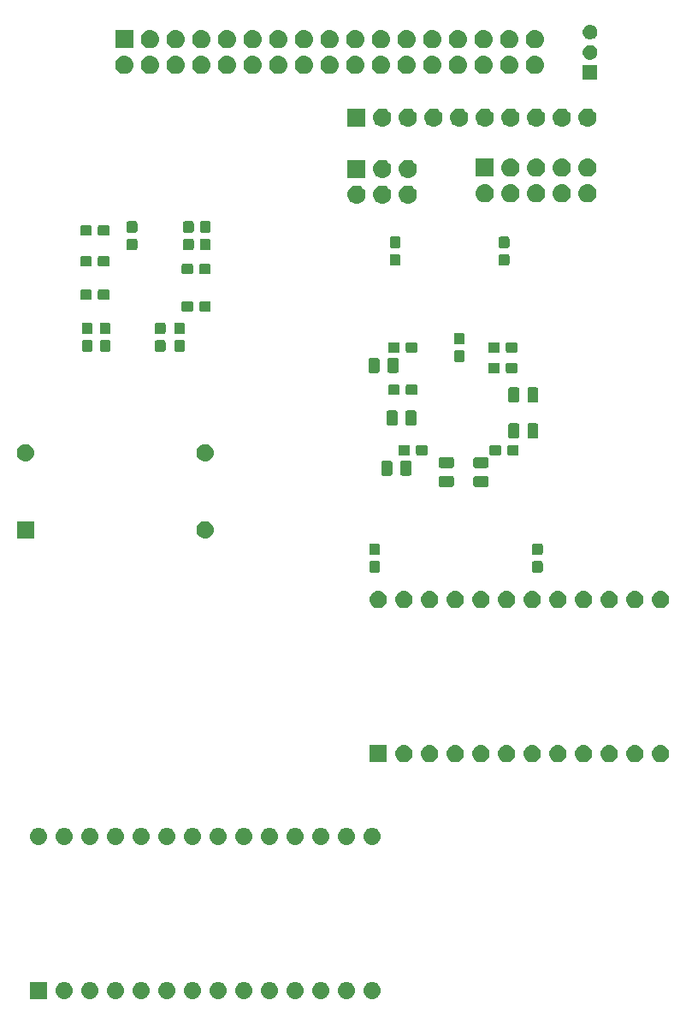
<source format=gbr>
G04 #@! TF.GenerationSoftware,KiCad,Pcbnew,(5.1.2-1)-1*
G04 #@! TF.CreationDate,2020-07-05T10:41:52+01:00*
G04 #@! TF.ProjectId,MZ80-80CLR,4d5a3830-2d38-4304-934c-522e6b696361,rev?*
G04 #@! TF.SameCoordinates,Original*
G04 #@! TF.FileFunction,Soldermask,Bot*
G04 #@! TF.FilePolarity,Negative*
%FSLAX46Y46*%
G04 Gerber Fmt 4.6, Leading zero omitted, Abs format (unit mm)*
G04 Created by KiCad (PCBNEW (5.1.2-1)-1) date 2020-07-05 10:41:52*
%MOMM*%
%LPD*%
G04 APERTURE LIST*
%ADD10C,0.100000*%
G04 APERTURE END LIST*
D10*
G36*
X109666823Y-129431313D02*
G01*
X109827242Y-129479976D01*
X109959906Y-129550886D01*
X109975078Y-129558996D01*
X110104659Y-129665341D01*
X110211004Y-129794922D01*
X110211005Y-129794924D01*
X110290024Y-129942758D01*
X110338687Y-130103177D01*
X110355117Y-130270000D01*
X110338687Y-130436823D01*
X110290024Y-130597242D01*
X110219114Y-130729906D01*
X110211004Y-130745078D01*
X110104659Y-130874659D01*
X109975078Y-130981004D01*
X109975076Y-130981005D01*
X109827242Y-131060024D01*
X109666823Y-131108687D01*
X109541804Y-131121000D01*
X109458196Y-131121000D01*
X109333177Y-131108687D01*
X109172758Y-131060024D01*
X109024924Y-130981005D01*
X109024922Y-130981004D01*
X108895341Y-130874659D01*
X108788996Y-130745078D01*
X108780886Y-130729906D01*
X108709976Y-130597242D01*
X108661313Y-130436823D01*
X108644883Y-130270000D01*
X108661313Y-130103177D01*
X108709976Y-129942758D01*
X108788995Y-129794924D01*
X108788996Y-129794922D01*
X108895341Y-129665341D01*
X109024922Y-129558996D01*
X109040094Y-129550886D01*
X109172758Y-129479976D01*
X109333177Y-129431313D01*
X109458196Y-129419000D01*
X109541804Y-129419000D01*
X109666823Y-129431313D01*
X109666823Y-129431313D01*
G37*
G36*
X107126823Y-129431313D02*
G01*
X107287242Y-129479976D01*
X107419906Y-129550886D01*
X107435078Y-129558996D01*
X107564659Y-129665341D01*
X107671004Y-129794922D01*
X107671005Y-129794924D01*
X107750024Y-129942758D01*
X107798687Y-130103177D01*
X107815117Y-130270000D01*
X107798687Y-130436823D01*
X107750024Y-130597242D01*
X107679114Y-130729906D01*
X107671004Y-130745078D01*
X107564659Y-130874659D01*
X107435078Y-130981004D01*
X107435076Y-130981005D01*
X107287242Y-131060024D01*
X107126823Y-131108687D01*
X107001804Y-131121000D01*
X106918196Y-131121000D01*
X106793177Y-131108687D01*
X106632758Y-131060024D01*
X106484924Y-130981005D01*
X106484922Y-130981004D01*
X106355341Y-130874659D01*
X106248996Y-130745078D01*
X106240886Y-130729906D01*
X106169976Y-130597242D01*
X106121313Y-130436823D01*
X106104883Y-130270000D01*
X106121313Y-130103177D01*
X106169976Y-129942758D01*
X106248995Y-129794924D01*
X106248996Y-129794922D01*
X106355341Y-129665341D01*
X106484922Y-129558996D01*
X106500094Y-129550886D01*
X106632758Y-129479976D01*
X106793177Y-129431313D01*
X106918196Y-129419000D01*
X107001804Y-129419000D01*
X107126823Y-129431313D01*
X107126823Y-129431313D01*
G37*
G36*
X104586823Y-129431313D02*
G01*
X104747242Y-129479976D01*
X104879906Y-129550886D01*
X104895078Y-129558996D01*
X105024659Y-129665341D01*
X105131004Y-129794922D01*
X105131005Y-129794924D01*
X105210024Y-129942758D01*
X105258687Y-130103177D01*
X105275117Y-130270000D01*
X105258687Y-130436823D01*
X105210024Y-130597242D01*
X105139114Y-130729906D01*
X105131004Y-130745078D01*
X105024659Y-130874659D01*
X104895078Y-130981004D01*
X104895076Y-130981005D01*
X104747242Y-131060024D01*
X104586823Y-131108687D01*
X104461804Y-131121000D01*
X104378196Y-131121000D01*
X104253177Y-131108687D01*
X104092758Y-131060024D01*
X103944924Y-130981005D01*
X103944922Y-130981004D01*
X103815341Y-130874659D01*
X103708996Y-130745078D01*
X103700886Y-130729906D01*
X103629976Y-130597242D01*
X103581313Y-130436823D01*
X103564883Y-130270000D01*
X103581313Y-130103177D01*
X103629976Y-129942758D01*
X103708995Y-129794924D01*
X103708996Y-129794922D01*
X103815341Y-129665341D01*
X103944922Y-129558996D01*
X103960094Y-129550886D01*
X104092758Y-129479976D01*
X104253177Y-129431313D01*
X104378196Y-129419000D01*
X104461804Y-129419000D01*
X104586823Y-129431313D01*
X104586823Y-129431313D01*
G37*
G36*
X102046823Y-129431313D02*
G01*
X102207242Y-129479976D01*
X102339906Y-129550886D01*
X102355078Y-129558996D01*
X102484659Y-129665341D01*
X102591004Y-129794922D01*
X102591005Y-129794924D01*
X102670024Y-129942758D01*
X102718687Y-130103177D01*
X102735117Y-130270000D01*
X102718687Y-130436823D01*
X102670024Y-130597242D01*
X102599114Y-130729906D01*
X102591004Y-130745078D01*
X102484659Y-130874659D01*
X102355078Y-130981004D01*
X102355076Y-130981005D01*
X102207242Y-131060024D01*
X102046823Y-131108687D01*
X101921804Y-131121000D01*
X101838196Y-131121000D01*
X101713177Y-131108687D01*
X101552758Y-131060024D01*
X101404924Y-130981005D01*
X101404922Y-130981004D01*
X101275341Y-130874659D01*
X101168996Y-130745078D01*
X101160886Y-130729906D01*
X101089976Y-130597242D01*
X101041313Y-130436823D01*
X101024883Y-130270000D01*
X101041313Y-130103177D01*
X101089976Y-129942758D01*
X101168995Y-129794924D01*
X101168996Y-129794922D01*
X101275341Y-129665341D01*
X101404922Y-129558996D01*
X101420094Y-129550886D01*
X101552758Y-129479976D01*
X101713177Y-129431313D01*
X101838196Y-129419000D01*
X101921804Y-129419000D01*
X102046823Y-129431313D01*
X102046823Y-129431313D01*
G37*
G36*
X99506823Y-129431313D02*
G01*
X99667242Y-129479976D01*
X99799906Y-129550886D01*
X99815078Y-129558996D01*
X99944659Y-129665341D01*
X100051004Y-129794922D01*
X100051005Y-129794924D01*
X100130024Y-129942758D01*
X100178687Y-130103177D01*
X100195117Y-130270000D01*
X100178687Y-130436823D01*
X100130024Y-130597242D01*
X100059114Y-130729906D01*
X100051004Y-130745078D01*
X99944659Y-130874659D01*
X99815078Y-130981004D01*
X99815076Y-130981005D01*
X99667242Y-131060024D01*
X99506823Y-131108687D01*
X99381804Y-131121000D01*
X99298196Y-131121000D01*
X99173177Y-131108687D01*
X99012758Y-131060024D01*
X98864924Y-130981005D01*
X98864922Y-130981004D01*
X98735341Y-130874659D01*
X98628996Y-130745078D01*
X98620886Y-130729906D01*
X98549976Y-130597242D01*
X98501313Y-130436823D01*
X98484883Y-130270000D01*
X98501313Y-130103177D01*
X98549976Y-129942758D01*
X98628995Y-129794924D01*
X98628996Y-129794922D01*
X98735341Y-129665341D01*
X98864922Y-129558996D01*
X98880094Y-129550886D01*
X99012758Y-129479976D01*
X99173177Y-129431313D01*
X99298196Y-129419000D01*
X99381804Y-129419000D01*
X99506823Y-129431313D01*
X99506823Y-129431313D01*
G37*
G36*
X96966823Y-129431313D02*
G01*
X97127242Y-129479976D01*
X97259906Y-129550886D01*
X97275078Y-129558996D01*
X97404659Y-129665341D01*
X97511004Y-129794922D01*
X97511005Y-129794924D01*
X97590024Y-129942758D01*
X97638687Y-130103177D01*
X97655117Y-130270000D01*
X97638687Y-130436823D01*
X97590024Y-130597242D01*
X97519114Y-130729906D01*
X97511004Y-130745078D01*
X97404659Y-130874659D01*
X97275078Y-130981004D01*
X97275076Y-130981005D01*
X97127242Y-131060024D01*
X96966823Y-131108687D01*
X96841804Y-131121000D01*
X96758196Y-131121000D01*
X96633177Y-131108687D01*
X96472758Y-131060024D01*
X96324924Y-130981005D01*
X96324922Y-130981004D01*
X96195341Y-130874659D01*
X96088996Y-130745078D01*
X96080886Y-130729906D01*
X96009976Y-130597242D01*
X95961313Y-130436823D01*
X95944883Y-130270000D01*
X95961313Y-130103177D01*
X96009976Y-129942758D01*
X96088995Y-129794924D01*
X96088996Y-129794922D01*
X96195341Y-129665341D01*
X96324922Y-129558996D01*
X96340094Y-129550886D01*
X96472758Y-129479976D01*
X96633177Y-129431313D01*
X96758196Y-129419000D01*
X96841804Y-129419000D01*
X96966823Y-129431313D01*
X96966823Y-129431313D01*
G37*
G36*
X94426823Y-129431313D02*
G01*
X94587242Y-129479976D01*
X94719906Y-129550886D01*
X94735078Y-129558996D01*
X94864659Y-129665341D01*
X94971004Y-129794922D01*
X94971005Y-129794924D01*
X95050024Y-129942758D01*
X95098687Y-130103177D01*
X95115117Y-130270000D01*
X95098687Y-130436823D01*
X95050024Y-130597242D01*
X94979114Y-130729906D01*
X94971004Y-130745078D01*
X94864659Y-130874659D01*
X94735078Y-130981004D01*
X94735076Y-130981005D01*
X94587242Y-131060024D01*
X94426823Y-131108687D01*
X94301804Y-131121000D01*
X94218196Y-131121000D01*
X94093177Y-131108687D01*
X93932758Y-131060024D01*
X93784924Y-130981005D01*
X93784922Y-130981004D01*
X93655341Y-130874659D01*
X93548996Y-130745078D01*
X93540886Y-130729906D01*
X93469976Y-130597242D01*
X93421313Y-130436823D01*
X93404883Y-130270000D01*
X93421313Y-130103177D01*
X93469976Y-129942758D01*
X93548995Y-129794924D01*
X93548996Y-129794922D01*
X93655341Y-129665341D01*
X93784922Y-129558996D01*
X93800094Y-129550886D01*
X93932758Y-129479976D01*
X94093177Y-129431313D01*
X94218196Y-129419000D01*
X94301804Y-129419000D01*
X94426823Y-129431313D01*
X94426823Y-129431313D01*
G37*
G36*
X91886823Y-129431313D02*
G01*
X92047242Y-129479976D01*
X92179906Y-129550886D01*
X92195078Y-129558996D01*
X92324659Y-129665341D01*
X92431004Y-129794922D01*
X92431005Y-129794924D01*
X92510024Y-129942758D01*
X92558687Y-130103177D01*
X92575117Y-130270000D01*
X92558687Y-130436823D01*
X92510024Y-130597242D01*
X92439114Y-130729906D01*
X92431004Y-130745078D01*
X92324659Y-130874659D01*
X92195078Y-130981004D01*
X92195076Y-130981005D01*
X92047242Y-131060024D01*
X91886823Y-131108687D01*
X91761804Y-131121000D01*
X91678196Y-131121000D01*
X91553177Y-131108687D01*
X91392758Y-131060024D01*
X91244924Y-130981005D01*
X91244922Y-130981004D01*
X91115341Y-130874659D01*
X91008996Y-130745078D01*
X91000886Y-130729906D01*
X90929976Y-130597242D01*
X90881313Y-130436823D01*
X90864883Y-130270000D01*
X90881313Y-130103177D01*
X90929976Y-129942758D01*
X91008995Y-129794924D01*
X91008996Y-129794922D01*
X91115341Y-129665341D01*
X91244922Y-129558996D01*
X91260094Y-129550886D01*
X91392758Y-129479976D01*
X91553177Y-129431313D01*
X91678196Y-129419000D01*
X91761804Y-129419000D01*
X91886823Y-129431313D01*
X91886823Y-129431313D01*
G37*
G36*
X89346823Y-129431313D02*
G01*
X89507242Y-129479976D01*
X89639906Y-129550886D01*
X89655078Y-129558996D01*
X89784659Y-129665341D01*
X89891004Y-129794922D01*
X89891005Y-129794924D01*
X89970024Y-129942758D01*
X90018687Y-130103177D01*
X90035117Y-130270000D01*
X90018687Y-130436823D01*
X89970024Y-130597242D01*
X89899114Y-130729906D01*
X89891004Y-130745078D01*
X89784659Y-130874659D01*
X89655078Y-130981004D01*
X89655076Y-130981005D01*
X89507242Y-131060024D01*
X89346823Y-131108687D01*
X89221804Y-131121000D01*
X89138196Y-131121000D01*
X89013177Y-131108687D01*
X88852758Y-131060024D01*
X88704924Y-130981005D01*
X88704922Y-130981004D01*
X88575341Y-130874659D01*
X88468996Y-130745078D01*
X88460886Y-130729906D01*
X88389976Y-130597242D01*
X88341313Y-130436823D01*
X88324883Y-130270000D01*
X88341313Y-130103177D01*
X88389976Y-129942758D01*
X88468995Y-129794924D01*
X88468996Y-129794922D01*
X88575341Y-129665341D01*
X88704922Y-129558996D01*
X88720094Y-129550886D01*
X88852758Y-129479976D01*
X89013177Y-129431313D01*
X89138196Y-129419000D01*
X89221804Y-129419000D01*
X89346823Y-129431313D01*
X89346823Y-129431313D01*
G37*
G36*
X86806823Y-129431313D02*
G01*
X86967242Y-129479976D01*
X87099906Y-129550886D01*
X87115078Y-129558996D01*
X87244659Y-129665341D01*
X87351004Y-129794922D01*
X87351005Y-129794924D01*
X87430024Y-129942758D01*
X87478687Y-130103177D01*
X87495117Y-130270000D01*
X87478687Y-130436823D01*
X87430024Y-130597242D01*
X87359114Y-130729906D01*
X87351004Y-130745078D01*
X87244659Y-130874659D01*
X87115078Y-130981004D01*
X87115076Y-130981005D01*
X86967242Y-131060024D01*
X86806823Y-131108687D01*
X86681804Y-131121000D01*
X86598196Y-131121000D01*
X86473177Y-131108687D01*
X86312758Y-131060024D01*
X86164924Y-130981005D01*
X86164922Y-130981004D01*
X86035341Y-130874659D01*
X85928996Y-130745078D01*
X85920886Y-130729906D01*
X85849976Y-130597242D01*
X85801313Y-130436823D01*
X85784883Y-130270000D01*
X85801313Y-130103177D01*
X85849976Y-129942758D01*
X85928995Y-129794924D01*
X85928996Y-129794922D01*
X86035341Y-129665341D01*
X86164922Y-129558996D01*
X86180094Y-129550886D01*
X86312758Y-129479976D01*
X86473177Y-129431313D01*
X86598196Y-129419000D01*
X86681804Y-129419000D01*
X86806823Y-129431313D01*
X86806823Y-129431313D01*
G37*
G36*
X84266823Y-129431313D02*
G01*
X84427242Y-129479976D01*
X84559906Y-129550886D01*
X84575078Y-129558996D01*
X84704659Y-129665341D01*
X84811004Y-129794922D01*
X84811005Y-129794924D01*
X84890024Y-129942758D01*
X84938687Y-130103177D01*
X84955117Y-130270000D01*
X84938687Y-130436823D01*
X84890024Y-130597242D01*
X84819114Y-130729906D01*
X84811004Y-130745078D01*
X84704659Y-130874659D01*
X84575078Y-130981004D01*
X84575076Y-130981005D01*
X84427242Y-131060024D01*
X84266823Y-131108687D01*
X84141804Y-131121000D01*
X84058196Y-131121000D01*
X83933177Y-131108687D01*
X83772758Y-131060024D01*
X83624924Y-130981005D01*
X83624922Y-130981004D01*
X83495341Y-130874659D01*
X83388996Y-130745078D01*
X83380886Y-130729906D01*
X83309976Y-130597242D01*
X83261313Y-130436823D01*
X83244883Y-130270000D01*
X83261313Y-130103177D01*
X83309976Y-129942758D01*
X83388995Y-129794924D01*
X83388996Y-129794922D01*
X83495341Y-129665341D01*
X83624922Y-129558996D01*
X83640094Y-129550886D01*
X83772758Y-129479976D01*
X83933177Y-129431313D01*
X84058196Y-129419000D01*
X84141804Y-129419000D01*
X84266823Y-129431313D01*
X84266823Y-129431313D01*
G37*
G36*
X81726823Y-129431313D02*
G01*
X81887242Y-129479976D01*
X82019906Y-129550886D01*
X82035078Y-129558996D01*
X82164659Y-129665341D01*
X82271004Y-129794922D01*
X82271005Y-129794924D01*
X82350024Y-129942758D01*
X82398687Y-130103177D01*
X82415117Y-130270000D01*
X82398687Y-130436823D01*
X82350024Y-130597242D01*
X82279114Y-130729906D01*
X82271004Y-130745078D01*
X82164659Y-130874659D01*
X82035078Y-130981004D01*
X82035076Y-130981005D01*
X81887242Y-131060024D01*
X81726823Y-131108687D01*
X81601804Y-131121000D01*
X81518196Y-131121000D01*
X81393177Y-131108687D01*
X81232758Y-131060024D01*
X81084924Y-130981005D01*
X81084922Y-130981004D01*
X80955341Y-130874659D01*
X80848996Y-130745078D01*
X80840886Y-130729906D01*
X80769976Y-130597242D01*
X80721313Y-130436823D01*
X80704883Y-130270000D01*
X80721313Y-130103177D01*
X80769976Y-129942758D01*
X80848995Y-129794924D01*
X80848996Y-129794922D01*
X80955341Y-129665341D01*
X81084922Y-129558996D01*
X81100094Y-129550886D01*
X81232758Y-129479976D01*
X81393177Y-129431313D01*
X81518196Y-129419000D01*
X81601804Y-129419000D01*
X81726823Y-129431313D01*
X81726823Y-129431313D01*
G37*
G36*
X79186823Y-129431313D02*
G01*
X79347242Y-129479976D01*
X79479906Y-129550886D01*
X79495078Y-129558996D01*
X79624659Y-129665341D01*
X79731004Y-129794922D01*
X79731005Y-129794924D01*
X79810024Y-129942758D01*
X79858687Y-130103177D01*
X79875117Y-130270000D01*
X79858687Y-130436823D01*
X79810024Y-130597242D01*
X79739114Y-130729906D01*
X79731004Y-130745078D01*
X79624659Y-130874659D01*
X79495078Y-130981004D01*
X79495076Y-130981005D01*
X79347242Y-131060024D01*
X79186823Y-131108687D01*
X79061804Y-131121000D01*
X78978196Y-131121000D01*
X78853177Y-131108687D01*
X78692758Y-131060024D01*
X78544924Y-130981005D01*
X78544922Y-130981004D01*
X78415341Y-130874659D01*
X78308996Y-130745078D01*
X78300886Y-130729906D01*
X78229976Y-130597242D01*
X78181313Y-130436823D01*
X78164883Y-130270000D01*
X78181313Y-130103177D01*
X78229976Y-129942758D01*
X78308995Y-129794924D01*
X78308996Y-129794922D01*
X78415341Y-129665341D01*
X78544922Y-129558996D01*
X78560094Y-129550886D01*
X78692758Y-129479976D01*
X78853177Y-129431313D01*
X78978196Y-129419000D01*
X79061804Y-129419000D01*
X79186823Y-129431313D01*
X79186823Y-129431313D01*
G37*
G36*
X77331000Y-131121000D02*
G01*
X75629000Y-131121000D01*
X75629000Y-129419000D01*
X77331000Y-129419000D01*
X77331000Y-131121000D01*
X77331000Y-131121000D01*
G37*
G36*
X76646823Y-114191313D02*
G01*
X76807242Y-114239976D01*
X76939906Y-114310886D01*
X76955078Y-114318996D01*
X77084659Y-114425341D01*
X77191004Y-114554922D01*
X77191005Y-114554924D01*
X77270024Y-114702758D01*
X77318687Y-114863177D01*
X77335117Y-115030000D01*
X77318687Y-115196823D01*
X77270024Y-115357242D01*
X77199114Y-115489906D01*
X77191004Y-115505078D01*
X77084659Y-115634659D01*
X76955078Y-115741004D01*
X76955076Y-115741005D01*
X76807242Y-115820024D01*
X76646823Y-115868687D01*
X76521804Y-115881000D01*
X76438196Y-115881000D01*
X76313177Y-115868687D01*
X76152758Y-115820024D01*
X76004924Y-115741005D01*
X76004922Y-115741004D01*
X75875341Y-115634659D01*
X75768996Y-115505078D01*
X75760886Y-115489906D01*
X75689976Y-115357242D01*
X75641313Y-115196823D01*
X75624883Y-115030000D01*
X75641313Y-114863177D01*
X75689976Y-114702758D01*
X75768995Y-114554924D01*
X75768996Y-114554922D01*
X75875341Y-114425341D01*
X76004922Y-114318996D01*
X76020094Y-114310886D01*
X76152758Y-114239976D01*
X76313177Y-114191313D01*
X76438196Y-114179000D01*
X76521804Y-114179000D01*
X76646823Y-114191313D01*
X76646823Y-114191313D01*
G37*
G36*
X79186823Y-114191313D02*
G01*
X79347242Y-114239976D01*
X79479906Y-114310886D01*
X79495078Y-114318996D01*
X79624659Y-114425341D01*
X79731004Y-114554922D01*
X79731005Y-114554924D01*
X79810024Y-114702758D01*
X79858687Y-114863177D01*
X79875117Y-115030000D01*
X79858687Y-115196823D01*
X79810024Y-115357242D01*
X79739114Y-115489906D01*
X79731004Y-115505078D01*
X79624659Y-115634659D01*
X79495078Y-115741004D01*
X79495076Y-115741005D01*
X79347242Y-115820024D01*
X79186823Y-115868687D01*
X79061804Y-115881000D01*
X78978196Y-115881000D01*
X78853177Y-115868687D01*
X78692758Y-115820024D01*
X78544924Y-115741005D01*
X78544922Y-115741004D01*
X78415341Y-115634659D01*
X78308996Y-115505078D01*
X78300886Y-115489906D01*
X78229976Y-115357242D01*
X78181313Y-115196823D01*
X78164883Y-115030000D01*
X78181313Y-114863177D01*
X78229976Y-114702758D01*
X78308995Y-114554924D01*
X78308996Y-114554922D01*
X78415341Y-114425341D01*
X78544922Y-114318996D01*
X78560094Y-114310886D01*
X78692758Y-114239976D01*
X78853177Y-114191313D01*
X78978196Y-114179000D01*
X79061804Y-114179000D01*
X79186823Y-114191313D01*
X79186823Y-114191313D01*
G37*
G36*
X109666823Y-114191313D02*
G01*
X109827242Y-114239976D01*
X109959906Y-114310886D01*
X109975078Y-114318996D01*
X110104659Y-114425341D01*
X110211004Y-114554922D01*
X110211005Y-114554924D01*
X110290024Y-114702758D01*
X110338687Y-114863177D01*
X110355117Y-115030000D01*
X110338687Y-115196823D01*
X110290024Y-115357242D01*
X110219114Y-115489906D01*
X110211004Y-115505078D01*
X110104659Y-115634659D01*
X109975078Y-115741004D01*
X109975076Y-115741005D01*
X109827242Y-115820024D01*
X109666823Y-115868687D01*
X109541804Y-115881000D01*
X109458196Y-115881000D01*
X109333177Y-115868687D01*
X109172758Y-115820024D01*
X109024924Y-115741005D01*
X109024922Y-115741004D01*
X108895341Y-115634659D01*
X108788996Y-115505078D01*
X108780886Y-115489906D01*
X108709976Y-115357242D01*
X108661313Y-115196823D01*
X108644883Y-115030000D01*
X108661313Y-114863177D01*
X108709976Y-114702758D01*
X108788995Y-114554924D01*
X108788996Y-114554922D01*
X108895341Y-114425341D01*
X109024922Y-114318996D01*
X109040094Y-114310886D01*
X109172758Y-114239976D01*
X109333177Y-114191313D01*
X109458196Y-114179000D01*
X109541804Y-114179000D01*
X109666823Y-114191313D01*
X109666823Y-114191313D01*
G37*
G36*
X107126823Y-114191313D02*
G01*
X107287242Y-114239976D01*
X107419906Y-114310886D01*
X107435078Y-114318996D01*
X107564659Y-114425341D01*
X107671004Y-114554922D01*
X107671005Y-114554924D01*
X107750024Y-114702758D01*
X107798687Y-114863177D01*
X107815117Y-115030000D01*
X107798687Y-115196823D01*
X107750024Y-115357242D01*
X107679114Y-115489906D01*
X107671004Y-115505078D01*
X107564659Y-115634659D01*
X107435078Y-115741004D01*
X107435076Y-115741005D01*
X107287242Y-115820024D01*
X107126823Y-115868687D01*
X107001804Y-115881000D01*
X106918196Y-115881000D01*
X106793177Y-115868687D01*
X106632758Y-115820024D01*
X106484924Y-115741005D01*
X106484922Y-115741004D01*
X106355341Y-115634659D01*
X106248996Y-115505078D01*
X106240886Y-115489906D01*
X106169976Y-115357242D01*
X106121313Y-115196823D01*
X106104883Y-115030000D01*
X106121313Y-114863177D01*
X106169976Y-114702758D01*
X106248995Y-114554924D01*
X106248996Y-114554922D01*
X106355341Y-114425341D01*
X106484922Y-114318996D01*
X106500094Y-114310886D01*
X106632758Y-114239976D01*
X106793177Y-114191313D01*
X106918196Y-114179000D01*
X107001804Y-114179000D01*
X107126823Y-114191313D01*
X107126823Y-114191313D01*
G37*
G36*
X81726823Y-114191313D02*
G01*
X81887242Y-114239976D01*
X82019906Y-114310886D01*
X82035078Y-114318996D01*
X82164659Y-114425341D01*
X82271004Y-114554922D01*
X82271005Y-114554924D01*
X82350024Y-114702758D01*
X82398687Y-114863177D01*
X82415117Y-115030000D01*
X82398687Y-115196823D01*
X82350024Y-115357242D01*
X82279114Y-115489906D01*
X82271004Y-115505078D01*
X82164659Y-115634659D01*
X82035078Y-115741004D01*
X82035076Y-115741005D01*
X81887242Y-115820024D01*
X81726823Y-115868687D01*
X81601804Y-115881000D01*
X81518196Y-115881000D01*
X81393177Y-115868687D01*
X81232758Y-115820024D01*
X81084924Y-115741005D01*
X81084922Y-115741004D01*
X80955341Y-115634659D01*
X80848996Y-115505078D01*
X80840886Y-115489906D01*
X80769976Y-115357242D01*
X80721313Y-115196823D01*
X80704883Y-115030000D01*
X80721313Y-114863177D01*
X80769976Y-114702758D01*
X80848995Y-114554924D01*
X80848996Y-114554922D01*
X80955341Y-114425341D01*
X81084922Y-114318996D01*
X81100094Y-114310886D01*
X81232758Y-114239976D01*
X81393177Y-114191313D01*
X81518196Y-114179000D01*
X81601804Y-114179000D01*
X81726823Y-114191313D01*
X81726823Y-114191313D01*
G37*
G36*
X104586823Y-114191313D02*
G01*
X104747242Y-114239976D01*
X104879906Y-114310886D01*
X104895078Y-114318996D01*
X105024659Y-114425341D01*
X105131004Y-114554922D01*
X105131005Y-114554924D01*
X105210024Y-114702758D01*
X105258687Y-114863177D01*
X105275117Y-115030000D01*
X105258687Y-115196823D01*
X105210024Y-115357242D01*
X105139114Y-115489906D01*
X105131004Y-115505078D01*
X105024659Y-115634659D01*
X104895078Y-115741004D01*
X104895076Y-115741005D01*
X104747242Y-115820024D01*
X104586823Y-115868687D01*
X104461804Y-115881000D01*
X104378196Y-115881000D01*
X104253177Y-115868687D01*
X104092758Y-115820024D01*
X103944924Y-115741005D01*
X103944922Y-115741004D01*
X103815341Y-115634659D01*
X103708996Y-115505078D01*
X103700886Y-115489906D01*
X103629976Y-115357242D01*
X103581313Y-115196823D01*
X103564883Y-115030000D01*
X103581313Y-114863177D01*
X103629976Y-114702758D01*
X103708995Y-114554924D01*
X103708996Y-114554922D01*
X103815341Y-114425341D01*
X103944922Y-114318996D01*
X103960094Y-114310886D01*
X104092758Y-114239976D01*
X104253177Y-114191313D01*
X104378196Y-114179000D01*
X104461804Y-114179000D01*
X104586823Y-114191313D01*
X104586823Y-114191313D01*
G37*
G36*
X84266823Y-114191313D02*
G01*
X84427242Y-114239976D01*
X84559906Y-114310886D01*
X84575078Y-114318996D01*
X84704659Y-114425341D01*
X84811004Y-114554922D01*
X84811005Y-114554924D01*
X84890024Y-114702758D01*
X84938687Y-114863177D01*
X84955117Y-115030000D01*
X84938687Y-115196823D01*
X84890024Y-115357242D01*
X84819114Y-115489906D01*
X84811004Y-115505078D01*
X84704659Y-115634659D01*
X84575078Y-115741004D01*
X84575076Y-115741005D01*
X84427242Y-115820024D01*
X84266823Y-115868687D01*
X84141804Y-115881000D01*
X84058196Y-115881000D01*
X83933177Y-115868687D01*
X83772758Y-115820024D01*
X83624924Y-115741005D01*
X83624922Y-115741004D01*
X83495341Y-115634659D01*
X83388996Y-115505078D01*
X83380886Y-115489906D01*
X83309976Y-115357242D01*
X83261313Y-115196823D01*
X83244883Y-115030000D01*
X83261313Y-114863177D01*
X83309976Y-114702758D01*
X83388995Y-114554924D01*
X83388996Y-114554922D01*
X83495341Y-114425341D01*
X83624922Y-114318996D01*
X83640094Y-114310886D01*
X83772758Y-114239976D01*
X83933177Y-114191313D01*
X84058196Y-114179000D01*
X84141804Y-114179000D01*
X84266823Y-114191313D01*
X84266823Y-114191313D01*
G37*
G36*
X102046823Y-114191313D02*
G01*
X102207242Y-114239976D01*
X102339906Y-114310886D01*
X102355078Y-114318996D01*
X102484659Y-114425341D01*
X102591004Y-114554922D01*
X102591005Y-114554924D01*
X102670024Y-114702758D01*
X102718687Y-114863177D01*
X102735117Y-115030000D01*
X102718687Y-115196823D01*
X102670024Y-115357242D01*
X102599114Y-115489906D01*
X102591004Y-115505078D01*
X102484659Y-115634659D01*
X102355078Y-115741004D01*
X102355076Y-115741005D01*
X102207242Y-115820024D01*
X102046823Y-115868687D01*
X101921804Y-115881000D01*
X101838196Y-115881000D01*
X101713177Y-115868687D01*
X101552758Y-115820024D01*
X101404924Y-115741005D01*
X101404922Y-115741004D01*
X101275341Y-115634659D01*
X101168996Y-115505078D01*
X101160886Y-115489906D01*
X101089976Y-115357242D01*
X101041313Y-115196823D01*
X101024883Y-115030000D01*
X101041313Y-114863177D01*
X101089976Y-114702758D01*
X101168995Y-114554924D01*
X101168996Y-114554922D01*
X101275341Y-114425341D01*
X101404922Y-114318996D01*
X101420094Y-114310886D01*
X101552758Y-114239976D01*
X101713177Y-114191313D01*
X101838196Y-114179000D01*
X101921804Y-114179000D01*
X102046823Y-114191313D01*
X102046823Y-114191313D01*
G37*
G36*
X86806823Y-114191313D02*
G01*
X86967242Y-114239976D01*
X87099906Y-114310886D01*
X87115078Y-114318996D01*
X87244659Y-114425341D01*
X87351004Y-114554922D01*
X87351005Y-114554924D01*
X87430024Y-114702758D01*
X87478687Y-114863177D01*
X87495117Y-115030000D01*
X87478687Y-115196823D01*
X87430024Y-115357242D01*
X87359114Y-115489906D01*
X87351004Y-115505078D01*
X87244659Y-115634659D01*
X87115078Y-115741004D01*
X87115076Y-115741005D01*
X86967242Y-115820024D01*
X86806823Y-115868687D01*
X86681804Y-115881000D01*
X86598196Y-115881000D01*
X86473177Y-115868687D01*
X86312758Y-115820024D01*
X86164924Y-115741005D01*
X86164922Y-115741004D01*
X86035341Y-115634659D01*
X85928996Y-115505078D01*
X85920886Y-115489906D01*
X85849976Y-115357242D01*
X85801313Y-115196823D01*
X85784883Y-115030000D01*
X85801313Y-114863177D01*
X85849976Y-114702758D01*
X85928995Y-114554924D01*
X85928996Y-114554922D01*
X86035341Y-114425341D01*
X86164922Y-114318996D01*
X86180094Y-114310886D01*
X86312758Y-114239976D01*
X86473177Y-114191313D01*
X86598196Y-114179000D01*
X86681804Y-114179000D01*
X86806823Y-114191313D01*
X86806823Y-114191313D01*
G37*
G36*
X99506823Y-114191313D02*
G01*
X99667242Y-114239976D01*
X99799906Y-114310886D01*
X99815078Y-114318996D01*
X99944659Y-114425341D01*
X100051004Y-114554922D01*
X100051005Y-114554924D01*
X100130024Y-114702758D01*
X100178687Y-114863177D01*
X100195117Y-115030000D01*
X100178687Y-115196823D01*
X100130024Y-115357242D01*
X100059114Y-115489906D01*
X100051004Y-115505078D01*
X99944659Y-115634659D01*
X99815078Y-115741004D01*
X99815076Y-115741005D01*
X99667242Y-115820024D01*
X99506823Y-115868687D01*
X99381804Y-115881000D01*
X99298196Y-115881000D01*
X99173177Y-115868687D01*
X99012758Y-115820024D01*
X98864924Y-115741005D01*
X98864922Y-115741004D01*
X98735341Y-115634659D01*
X98628996Y-115505078D01*
X98620886Y-115489906D01*
X98549976Y-115357242D01*
X98501313Y-115196823D01*
X98484883Y-115030000D01*
X98501313Y-114863177D01*
X98549976Y-114702758D01*
X98628995Y-114554924D01*
X98628996Y-114554922D01*
X98735341Y-114425341D01*
X98864922Y-114318996D01*
X98880094Y-114310886D01*
X99012758Y-114239976D01*
X99173177Y-114191313D01*
X99298196Y-114179000D01*
X99381804Y-114179000D01*
X99506823Y-114191313D01*
X99506823Y-114191313D01*
G37*
G36*
X89346823Y-114191313D02*
G01*
X89507242Y-114239976D01*
X89639906Y-114310886D01*
X89655078Y-114318996D01*
X89784659Y-114425341D01*
X89891004Y-114554922D01*
X89891005Y-114554924D01*
X89970024Y-114702758D01*
X90018687Y-114863177D01*
X90035117Y-115030000D01*
X90018687Y-115196823D01*
X89970024Y-115357242D01*
X89899114Y-115489906D01*
X89891004Y-115505078D01*
X89784659Y-115634659D01*
X89655078Y-115741004D01*
X89655076Y-115741005D01*
X89507242Y-115820024D01*
X89346823Y-115868687D01*
X89221804Y-115881000D01*
X89138196Y-115881000D01*
X89013177Y-115868687D01*
X88852758Y-115820024D01*
X88704924Y-115741005D01*
X88704922Y-115741004D01*
X88575341Y-115634659D01*
X88468996Y-115505078D01*
X88460886Y-115489906D01*
X88389976Y-115357242D01*
X88341313Y-115196823D01*
X88324883Y-115030000D01*
X88341313Y-114863177D01*
X88389976Y-114702758D01*
X88468995Y-114554924D01*
X88468996Y-114554922D01*
X88575341Y-114425341D01*
X88704922Y-114318996D01*
X88720094Y-114310886D01*
X88852758Y-114239976D01*
X89013177Y-114191313D01*
X89138196Y-114179000D01*
X89221804Y-114179000D01*
X89346823Y-114191313D01*
X89346823Y-114191313D01*
G37*
G36*
X96966823Y-114191313D02*
G01*
X97127242Y-114239976D01*
X97259906Y-114310886D01*
X97275078Y-114318996D01*
X97404659Y-114425341D01*
X97511004Y-114554922D01*
X97511005Y-114554924D01*
X97590024Y-114702758D01*
X97638687Y-114863177D01*
X97655117Y-115030000D01*
X97638687Y-115196823D01*
X97590024Y-115357242D01*
X97519114Y-115489906D01*
X97511004Y-115505078D01*
X97404659Y-115634659D01*
X97275078Y-115741004D01*
X97275076Y-115741005D01*
X97127242Y-115820024D01*
X96966823Y-115868687D01*
X96841804Y-115881000D01*
X96758196Y-115881000D01*
X96633177Y-115868687D01*
X96472758Y-115820024D01*
X96324924Y-115741005D01*
X96324922Y-115741004D01*
X96195341Y-115634659D01*
X96088996Y-115505078D01*
X96080886Y-115489906D01*
X96009976Y-115357242D01*
X95961313Y-115196823D01*
X95944883Y-115030000D01*
X95961313Y-114863177D01*
X96009976Y-114702758D01*
X96088995Y-114554924D01*
X96088996Y-114554922D01*
X96195341Y-114425341D01*
X96324922Y-114318996D01*
X96340094Y-114310886D01*
X96472758Y-114239976D01*
X96633177Y-114191313D01*
X96758196Y-114179000D01*
X96841804Y-114179000D01*
X96966823Y-114191313D01*
X96966823Y-114191313D01*
G37*
G36*
X91886823Y-114191313D02*
G01*
X92047242Y-114239976D01*
X92179906Y-114310886D01*
X92195078Y-114318996D01*
X92324659Y-114425341D01*
X92431004Y-114554922D01*
X92431005Y-114554924D01*
X92510024Y-114702758D01*
X92558687Y-114863177D01*
X92575117Y-115030000D01*
X92558687Y-115196823D01*
X92510024Y-115357242D01*
X92439114Y-115489906D01*
X92431004Y-115505078D01*
X92324659Y-115634659D01*
X92195078Y-115741004D01*
X92195076Y-115741005D01*
X92047242Y-115820024D01*
X91886823Y-115868687D01*
X91761804Y-115881000D01*
X91678196Y-115881000D01*
X91553177Y-115868687D01*
X91392758Y-115820024D01*
X91244924Y-115741005D01*
X91244922Y-115741004D01*
X91115341Y-115634659D01*
X91008996Y-115505078D01*
X91000886Y-115489906D01*
X90929976Y-115357242D01*
X90881313Y-115196823D01*
X90864883Y-115030000D01*
X90881313Y-114863177D01*
X90929976Y-114702758D01*
X91008995Y-114554924D01*
X91008996Y-114554922D01*
X91115341Y-114425341D01*
X91244922Y-114318996D01*
X91260094Y-114310886D01*
X91392758Y-114239976D01*
X91553177Y-114191313D01*
X91678196Y-114179000D01*
X91761804Y-114179000D01*
X91886823Y-114191313D01*
X91886823Y-114191313D01*
G37*
G36*
X94426823Y-114191313D02*
G01*
X94587242Y-114239976D01*
X94719906Y-114310886D01*
X94735078Y-114318996D01*
X94864659Y-114425341D01*
X94971004Y-114554922D01*
X94971005Y-114554924D01*
X95050024Y-114702758D01*
X95098687Y-114863177D01*
X95115117Y-115030000D01*
X95098687Y-115196823D01*
X95050024Y-115357242D01*
X94979114Y-115489906D01*
X94971004Y-115505078D01*
X94864659Y-115634659D01*
X94735078Y-115741004D01*
X94735076Y-115741005D01*
X94587242Y-115820024D01*
X94426823Y-115868687D01*
X94301804Y-115881000D01*
X94218196Y-115881000D01*
X94093177Y-115868687D01*
X93932758Y-115820024D01*
X93784924Y-115741005D01*
X93784922Y-115741004D01*
X93655341Y-115634659D01*
X93548996Y-115505078D01*
X93540886Y-115489906D01*
X93469976Y-115357242D01*
X93421313Y-115196823D01*
X93404883Y-115030000D01*
X93421313Y-114863177D01*
X93469976Y-114702758D01*
X93548995Y-114554924D01*
X93548996Y-114554922D01*
X93655341Y-114425341D01*
X93784922Y-114318996D01*
X93800094Y-114310886D01*
X93932758Y-114239976D01*
X94093177Y-114191313D01*
X94218196Y-114179000D01*
X94301804Y-114179000D01*
X94426823Y-114191313D01*
X94426823Y-114191313D01*
G37*
G36*
X135666823Y-106011313D02*
G01*
X135827242Y-106059976D01*
X135959906Y-106130886D01*
X135975078Y-106138996D01*
X136104659Y-106245341D01*
X136211004Y-106374922D01*
X136211005Y-106374924D01*
X136290024Y-106522758D01*
X136338687Y-106683177D01*
X136355117Y-106850000D01*
X136338687Y-107016823D01*
X136290024Y-107177242D01*
X136219114Y-107309906D01*
X136211004Y-107325078D01*
X136104659Y-107454659D01*
X135975078Y-107561004D01*
X135975076Y-107561005D01*
X135827242Y-107640024D01*
X135666823Y-107688687D01*
X135541804Y-107701000D01*
X135458196Y-107701000D01*
X135333177Y-107688687D01*
X135172758Y-107640024D01*
X135024924Y-107561005D01*
X135024922Y-107561004D01*
X134895341Y-107454659D01*
X134788996Y-107325078D01*
X134780886Y-107309906D01*
X134709976Y-107177242D01*
X134661313Y-107016823D01*
X134644883Y-106850000D01*
X134661313Y-106683177D01*
X134709976Y-106522758D01*
X134788995Y-106374924D01*
X134788996Y-106374922D01*
X134895341Y-106245341D01*
X135024922Y-106138996D01*
X135040094Y-106130886D01*
X135172758Y-106059976D01*
X135333177Y-106011313D01*
X135458196Y-105999000D01*
X135541804Y-105999000D01*
X135666823Y-106011313D01*
X135666823Y-106011313D01*
G37*
G36*
X110951000Y-107701000D02*
G01*
X109249000Y-107701000D01*
X109249000Y-105999000D01*
X110951000Y-105999000D01*
X110951000Y-107701000D01*
X110951000Y-107701000D01*
G37*
G36*
X112806823Y-106011313D02*
G01*
X112967242Y-106059976D01*
X113099906Y-106130886D01*
X113115078Y-106138996D01*
X113244659Y-106245341D01*
X113351004Y-106374922D01*
X113351005Y-106374924D01*
X113430024Y-106522758D01*
X113478687Y-106683177D01*
X113495117Y-106850000D01*
X113478687Y-107016823D01*
X113430024Y-107177242D01*
X113359114Y-107309906D01*
X113351004Y-107325078D01*
X113244659Y-107454659D01*
X113115078Y-107561004D01*
X113115076Y-107561005D01*
X112967242Y-107640024D01*
X112806823Y-107688687D01*
X112681804Y-107701000D01*
X112598196Y-107701000D01*
X112473177Y-107688687D01*
X112312758Y-107640024D01*
X112164924Y-107561005D01*
X112164922Y-107561004D01*
X112035341Y-107454659D01*
X111928996Y-107325078D01*
X111920886Y-107309906D01*
X111849976Y-107177242D01*
X111801313Y-107016823D01*
X111784883Y-106850000D01*
X111801313Y-106683177D01*
X111849976Y-106522758D01*
X111928995Y-106374924D01*
X111928996Y-106374922D01*
X112035341Y-106245341D01*
X112164922Y-106138996D01*
X112180094Y-106130886D01*
X112312758Y-106059976D01*
X112473177Y-106011313D01*
X112598196Y-105999000D01*
X112681804Y-105999000D01*
X112806823Y-106011313D01*
X112806823Y-106011313D01*
G37*
G36*
X115346823Y-106011313D02*
G01*
X115507242Y-106059976D01*
X115639906Y-106130886D01*
X115655078Y-106138996D01*
X115784659Y-106245341D01*
X115891004Y-106374922D01*
X115891005Y-106374924D01*
X115970024Y-106522758D01*
X116018687Y-106683177D01*
X116035117Y-106850000D01*
X116018687Y-107016823D01*
X115970024Y-107177242D01*
X115899114Y-107309906D01*
X115891004Y-107325078D01*
X115784659Y-107454659D01*
X115655078Y-107561004D01*
X115655076Y-107561005D01*
X115507242Y-107640024D01*
X115346823Y-107688687D01*
X115221804Y-107701000D01*
X115138196Y-107701000D01*
X115013177Y-107688687D01*
X114852758Y-107640024D01*
X114704924Y-107561005D01*
X114704922Y-107561004D01*
X114575341Y-107454659D01*
X114468996Y-107325078D01*
X114460886Y-107309906D01*
X114389976Y-107177242D01*
X114341313Y-107016823D01*
X114324883Y-106850000D01*
X114341313Y-106683177D01*
X114389976Y-106522758D01*
X114468995Y-106374924D01*
X114468996Y-106374922D01*
X114575341Y-106245341D01*
X114704922Y-106138996D01*
X114720094Y-106130886D01*
X114852758Y-106059976D01*
X115013177Y-106011313D01*
X115138196Y-105999000D01*
X115221804Y-105999000D01*
X115346823Y-106011313D01*
X115346823Y-106011313D01*
G37*
G36*
X117886823Y-106011313D02*
G01*
X118047242Y-106059976D01*
X118179906Y-106130886D01*
X118195078Y-106138996D01*
X118324659Y-106245341D01*
X118431004Y-106374922D01*
X118431005Y-106374924D01*
X118510024Y-106522758D01*
X118558687Y-106683177D01*
X118575117Y-106850000D01*
X118558687Y-107016823D01*
X118510024Y-107177242D01*
X118439114Y-107309906D01*
X118431004Y-107325078D01*
X118324659Y-107454659D01*
X118195078Y-107561004D01*
X118195076Y-107561005D01*
X118047242Y-107640024D01*
X117886823Y-107688687D01*
X117761804Y-107701000D01*
X117678196Y-107701000D01*
X117553177Y-107688687D01*
X117392758Y-107640024D01*
X117244924Y-107561005D01*
X117244922Y-107561004D01*
X117115341Y-107454659D01*
X117008996Y-107325078D01*
X117000886Y-107309906D01*
X116929976Y-107177242D01*
X116881313Y-107016823D01*
X116864883Y-106850000D01*
X116881313Y-106683177D01*
X116929976Y-106522758D01*
X117008995Y-106374924D01*
X117008996Y-106374922D01*
X117115341Y-106245341D01*
X117244922Y-106138996D01*
X117260094Y-106130886D01*
X117392758Y-106059976D01*
X117553177Y-106011313D01*
X117678196Y-105999000D01*
X117761804Y-105999000D01*
X117886823Y-106011313D01*
X117886823Y-106011313D01*
G37*
G36*
X120426823Y-106011313D02*
G01*
X120587242Y-106059976D01*
X120719906Y-106130886D01*
X120735078Y-106138996D01*
X120864659Y-106245341D01*
X120971004Y-106374922D01*
X120971005Y-106374924D01*
X121050024Y-106522758D01*
X121098687Y-106683177D01*
X121115117Y-106850000D01*
X121098687Y-107016823D01*
X121050024Y-107177242D01*
X120979114Y-107309906D01*
X120971004Y-107325078D01*
X120864659Y-107454659D01*
X120735078Y-107561004D01*
X120735076Y-107561005D01*
X120587242Y-107640024D01*
X120426823Y-107688687D01*
X120301804Y-107701000D01*
X120218196Y-107701000D01*
X120093177Y-107688687D01*
X119932758Y-107640024D01*
X119784924Y-107561005D01*
X119784922Y-107561004D01*
X119655341Y-107454659D01*
X119548996Y-107325078D01*
X119540886Y-107309906D01*
X119469976Y-107177242D01*
X119421313Y-107016823D01*
X119404883Y-106850000D01*
X119421313Y-106683177D01*
X119469976Y-106522758D01*
X119548995Y-106374924D01*
X119548996Y-106374922D01*
X119655341Y-106245341D01*
X119784922Y-106138996D01*
X119800094Y-106130886D01*
X119932758Y-106059976D01*
X120093177Y-106011313D01*
X120218196Y-105999000D01*
X120301804Y-105999000D01*
X120426823Y-106011313D01*
X120426823Y-106011313D01*
G37*
G36*
X122966823Y-106011313D02*
G01*
X123127242Y-106059976D01*
X123259906Y-106130886D01*
X123275078Y-106138996D01*
X123404659Y-106245341D01*
X123511004Y-106374922D01*
X123511005Y-106374924D01*
X123590024Y-106522758D01*
X123638687Y-106683177D01*
X123655117Y-106850000D01*
X123638687Y-107016823D01*
X123590024Y-107177242D01*
X123519114Y-107309906D01*
X123511004Y-107325078D01*
X123404659Y-107454659D01*
X123275078Y-107561004D01*
X123275076Y-107561005D01*
X123127242Y-107640024D01*
X122966823Y-107688687D01*
X122841804Y-107701000D01*
X122758196Y-107701000D01*
X122633177Y-107688687D01*
X122472758Y-107640024D01*
X122324924Y-107561005D01*
X122324922Y-107561004D01*
X122195341Y-107454659D01*
X122088996Y-107325078D01*
X122080886Y-107309906D01*
X122009976Y-107177242D01*
X121961313Y-107016823D01*
X121944883Y-106850000D01*
X121961313Y-106683177D01*
X122009976Y-106522758D01*
X122088995Y-106374924D01*
X122088996Y-106374922D01*
X122195341Y-106245341D01*
X122324922Y-106138996D01*
X122340094Y-106130886D01*
X122472758Y-106059976D01*
X122633177Y-106011313D01*
X122758196Y-105999000D01*
X122841804Y-105999000D01*
X122966823Y-106011313D01*
X122966823Y-106011313D01*
G37*
G36*
X125506823Y-106011313D02*
G01*
X125667242Y-106059976D01*
X125799906Y-106130886D01*
X125815078Y-106138996D01*
X125944659Y-106245341D01*
X126051004Y-106374922D01*
X126051005Y-106374924D01*
X126130024Y-106522758D01*
X126178687Y-106683177D01*
X126195117Y-106850000D01*
X126178687Y-107016823D01*
X126130024Y-107177242D01*
X126059114Y-107309906D01*
X126051004Y-107325078D01*
X125944659Y-107454659D01*
X125815078Y-107561004D01*
X125815076Y-107561005D01*
X125667242Y-107640024D01*
X125506823Y-107688687D01*
X125381804Y-107701000D01*
X125298196Y-107701000D01*
X125173177Y-107688687D01*
X125012758Y-107640024D01*
X124864924Y-107561005D01*
X124864922Y-107561004D01*
X124735341Y-107454659D01*
X124628996Y-107325078D01*
X124620886Y-107309906D01*
X124549976Y-107177242D01*
X124501313Y-107016823D01*
X124484883Y-106850000D01*
X124501313Y-106683177D01*
X124549976Y-106522758D01*
X124628995Y-106374924D01*
X124628996Y-106374922D01*
X124735341Y-106245341D01*
X124864922Y-106138996D01*
X124880094Y-106130886D01*
X125012758Y-106059976D01*
X125173177Y-106011313D01*
X125298196Y-105999000D01*
X125381804Y-105999000D01*
X125506823Y-106011313D01*
X125506823Y-106011313D01*
G37*
G36*
X128046823Y-106011313D02*
G01*
X128207242Y-106059976D01*
X128339906Y-106130886D01*
X128355078Y-106138996D01*
X128484659Y-106245341D01*
X128591004Y-106374922D01*
X128591005Y-106374924D01*
X128670024Y-106522758D01*
X128718687Y-106683177D01*
X128735117Y-106850000D01*
X128718687Y-107016823D01*
X128670024Y-107177242D01*
X128599114Y-107309906D01*
X128591004Y-107325078D01*
X128484659Y-107454659D01*
X128355078Y-107561004D01*
X128355076Y-107561005D01*
X128207242Y-107640024D01*
X128046823Y-107688687D01*
X127921804Y-107701000D01*
X127838196Y-107701000D01*
X127713177Y-107688687D01*
X127552758Y-107640024D01*
X127404924Y-107561005D01*
X127404922Y-107561004D01*
X127275341Y-107454659D01*
X127168996Y-107325078D01*
X127160886Y-107309906D01*
X127089976Y-107177242D01*
X127041313Y-107016823D01*
X127024883Y-106850000D01*
X127041313Y-106683177D01*
X127089976Y-106522758D01*
X127168995Y-106374924D01*
X127168996Y-106374922D01*
X127275341Y-106245341D01*
X127404922Y-106138996D01*
X127420094Y-106130886D01*
X127552758Y-106059976D01*
X127713177Y-106011313D01*
X127838196Y-105999000D01*
X127921804Y-105999000D01*
X128046823Y-106011313D01*
X128046823Y-106011313D01*
G37*
G36*
X130586823Y-106011313D02*
G01*
X130747242Y-106059976D01*
X130879906Y-106130886D01*
X130895078Y-106138996D01*
X131024659Y-106245341D01*
X131131004Y-106374922D01*
X131131005Y-106374924D01*
X131210024Y-106522758D01*
X131258687Y-106683177D01*
X131275117Y-106850000D01*
X131258687Y-107016823D01*
X131210024Y-107177242D01*
X131139114Y-107309906D01*
X131131004Y-107325078D01*
X131024659Y-107454659D01*
X130895078Y-107561004D01*
X130895076Y-107561005D01*
X130747242Y-107640024D01*
X130586823Y-107688687D01*
X130461804Y-107701000D01*
X130378196Y-107701000D01*
X130253177Y-107688687D01*
X130092758Y-107640024D01*
X129944924Y-107561005D01*
X129944922Y-107561004D01*
X129815341Y-107454659D01*
X129708996Y-107325078D01*
X129700886Y-107309906D01*
X129629976Y-107177242D01*
X129581313Y-107016823D01*
X129564883Y-106850000D01*
X129581313Y-106683177D01*
X129629976Y-106522758D01*
X129708995Y-106374924D01*
X129708996Y-106374922D01*
X129815341Y-106245341D01*
X129944922Y-106138996D01*
X129960094Y-106130886D01*
X130092758Y-106059976D01*
X130253177Y-106011313D01*
X130378196Y-105999000D01*
X130461804Y-105999000D01*
X130586823Y-106011313D01*
X130586823Y-106011313D01*
G37*
G36*
X133126823Y-106011313D02*
G01*
X133287242Y-106059976D01*
X133419906Y-106130886D01*
X133435078Y-106138996D01*
X133564659Y-106245341D01*
X133671004Y-106374922D01*
X133671005Y-106374924D01*
X133750024Y-106522758D01*
X133798687Y-106683177D01*
X133815117Y-106850000D01*
X133798687Y-107016823D01*
X133750024Y-107177242D01*
X133679114Y-107309906D01*
X133671004Y-107325078D01*
X133564659Y-107454659D01*
X133435078Y-107561004D01*
X133435076Y-107561005D01*
X133287242Y-107640024D01*
X133126823Y-107688687D01*
X133001804Y-107701000D01*
X132918196Y-107701000D01*
X132793177Y-107688687D01*
X132632758Y-107640024D01*
X132484924Y-107561005D01*
X132484922Y-107561004D01*
X132355341Y-107454659D01*
X132248996Y-107325078D01*
X132240886Y-107309906D01*
X132169976Y-107177242D01*
X132121313Y-107016823D01*
X132104883Y-106850000D01*
X132121313Y-106683177D01*
X132169976Y-106522758D01*
X132248995Y-106374924D01*
X132248996Y-106374922D01*
X132355341Y-106245341D01*
X132484922Y-106138996D01*
X132500094Y-106130886D01*
X132632758Y-106059976D01*
X132793177Y-106011313D01*
X132918196Y-105999000D01*
X133001804Y-105999000D01*
X133126823Y-106011313D01*
X133126823Y-106011313D01*
G37*
G36*
X138206823Y-106011313D02*
G01*
X138367242Y-106059976D01*
X138499906Y-106130886D01*
X138515078Y-106138996D01*
X138644659Y-106245341D01*
X138751004Y-106374922D01*
X138751005Y-106374924D01*
X138830024Y-106522758D01*
X138878687Y-106683177D01*
X138895117Y-106850000D01*
X138878687Y-107016823D01*
X138830024Y-107177242D01*
X138759114Y-107309906D01*
X138751004Y-107325078D01*
X138644659Y-107454659D01*
X138515078Y-107561004D01*
X138515076Y-107561005D01*
X138367242Y-107640024D01*
X138206823Y-107688687D01*
X138081804Y-107701000D01*
X137998196Y-107701000D01*
X137873177Y-107688687D01*
X137712758Y-107640024D01*
X137564924Y-107561005D01*
X137564922Y-107561004D01*
X137435341Y-107454659D01*
X137328996Y-107325078D01*
X137320886Y-107309906D01*
X137249976Y-107177242D01*
X137201313Y-107016823D01*
X137184883Y-106850000D01*
X137201313Y-106683177D01*
X137249976Y-106522758D01*
X137328995Y-106374924D01*
X137328996Y-106374922D01*
X137435341Y-106245341D01*
X137564922Y-106138996D01*
X137580094Y-106130886D01*
X137712758Y-106059976D01*
X137873177Y-106011313D01*
X137998196Y-105999000D01*
X138081804Y-105999000D01*
X138206823Y-106011313D01*
X138206823Y-106011313D01*
G37*
G36*
X110266823Y-90771313D02*
G01*
X110427242Y-90819976D01*
X110559906Y-90890886D01*
X110575078Y-90898996D01*
X110704659Y-91005341D01*
X110811004Y-91134922D01*
X110811005Y-91134924D01*
X110890024Y-91282758D01*
X110938687Y-91443177D01*
X110955117Y-91610000D01*
X110938687Y-91776823D01*
X110890024Y-91937242D01*
X110819114Y-92069906D01*
X110811004Y-92085078D01*
X110704659Y-92214659D01*
X110575078Y-92321004D01*
X110575076Y-92321005D01*
X110427242Y-92400024D01*
X110266823Y-92448687D01*
X110141804Y-92461000D01*
X110058196Y-92461000D01*
X109933177Y-92448687D01*
X109772758Y-92400024D01*
X109624924Y-92321005D01*
X109624922Y-92321004D01*
X109495341Y-92214659D01*
X109388996Y-92085078D01*
X109380886Y-92069906D01*
X109309976Y-91937242D01*
X109261313Y-91776823D01*
X109244883Y-91610000D01*
X109261313Y-91443177D01*
X109309976Y-91282758D01*
X109388995Y-91134924D01*
X109388996Y-91134922D01*
X109495341Y-91005341D01*
X109624922Y-90898996D01*
X109640094Y-90890886D01*
X109772758Y-90819976D01*
X109933177Y-90771313D01*
X110058196Y-90759000D01*
X110141804Y-90759000D01*
X110266823Y-90771313D01*
X110266823Y-90771313D01*
G37*
G36*
X128046823Y-90771313D02*
G01*
X128207242Y-90819976D01*
X128339906Y-90890886D01*
X128355078Y-90898996D01*
X128484659Y-91005341D01*
X128591004Y-91134922D01*
X128591005Y-91134924D01*
X128670024Y-91282758D01*
X128718687Y-91443177D01*
X128735117Y-91610000D01*
X128718687Y-91776823D01*
X128670024Y-91937242D01*
X128599114Y-92069906D01*
X128591004Y-92085078D01*
X128484659Y-92214659D01*
X128355078Y-92321004D01*
X128355076Y-92321005D01*
X128207242Y-92400024D01*
X128046823Y-92448687D01*
X127921804Y-92461000D01*
X127838196Y-92461000D01*
X127713177Y-92448687D01*
X127552758Y-92400024D01*
X127404924Y-92321005D01*
X127404922Y-92321004D01*
X127275341Y-92214659D01*
X127168996Y-92085078D01*
X127160886Y-92069906D01*
X127089976Y-91937242D01*
X127041313Y-91776823D01*
X127024883Y-91610000D01*
X127041313Y-91443177D01*
X127089976Y-91282758D01*
X127168995Y-91134924D01*
X127168996Y-91134922D01*
X127275341Y-91005341D01*
X127404922Y-90898996D01*
X127420094Y-90890886D01*
X127552758Y-90819976D01*
X127713177Y-90771313D01*
X127838196Y-90759000D01*
X127921804Y-90759000D01*
X128046823Y-90771313D01*
X128046823Y-90771313D01*
G37*
G36*
X138206823Y-90771313D02*
G01*
X138367242Y-90819976D01*
X138499906Y-90890886D01*
X138515078Y-90898996D01*
X138644659Y-91005341D01*
X138751004Y-91134922D01*
X138751005Y-91134924D01*
X138830024Y-91282758D01*
X138878687Y-91443177D01*
X138895117Y-91610000D01*
X138878687Y-91776823D01*
X138830024Y-91937242D01*
X138759114Y-92069906D01*
X138751004Y-92085078D01*
X138644659Y-92214659D01*
X138515078Y-92321004D01*
X138515076Y-92321005D01*
X138367242Y-92400024D01*
X138206823Y-92448687D01*
X138081804Y-92461000D01*
X137998196Y-92461000D01*
X137873177Y-92448687D01*
X137712758Y-92400024D01*
X137564924Y-92321005D01*
X137564922Y-92321004D01*
X137435341Y-92214659D01*
X137328996Y-92085078D01*
X137320886Y-92069906D01*
X137249976Y-91937242D01*
X137201313Y-91776823D01*
X137184883Y-91610000D01*
X137201313Y-91443177D01*
X137249976Y-91282758D01*
X137328995Y-91134924D01*
X137328996Y-91134922D01*
X137435341Y-91005341D01*
X137564922Y-90898996D01*
X137580094Y-90890886D01*
X137712758Y-90819976D01*
X137873177Y-90771313D01*
X137998196Y-90759000D01*
X138081804Y-90759000D01*
X138206823Y-90771313D01*
X138206823Y-90771313D01*
G37*
G36*
X112806823Y-90771313D02*
G01*
X112967242Y-90819976D01*
X113099906Y-90890886D01*
X113115078Y-90898996D01*
X113244659Y-91005341D01*
X113351004Y-91134922D01*
X113351005Y-91134924D01*
X113430024Y-91282758D01*
X113478687Y-91443177D01*
X113495117Y-91610000D01*
X113478687Y-91776823D01*
X113430024Y-91937242D01*
X113359114Y-92069906D01*
X113351004Y-92085078D01*
X113244659Y-92214659D01*
X113115078Y-92321004D01*
X113115076Y-92321005D01*
X112967242Y-92400024D01*
X112806823Y-92448687D01*
X112681804Y-92461000D01*
X112598196Y-92461000D01*
X112473177Y-92448687D01*
X112312758Y-92400024D01*
X112164924Y-92321005D01*
X112164922Y-92321004D01*
X112035341Y-92214659D01*
X111928996Y-92085078D01*
X111920886Y-92069906D01*
X111849976Y-91937242D01*
X111801313Y-91776823D01*
X111784883Y-91610000D01*
X111801313Y-91443177D01*
X111849976Y-91282758D01*
X111928995Y-91134924D01*
X111928996Y-91134922D01*
X112035341Y-91005341D01*
X112164922Y-90898996D01*
X112180094Y-90890886D01*
X112312758Y-90819976D01*
X112473177Y-90771313D01*
X112598196Y-90759000D01*
X112681804Y-90759000D01*
X112806823Y-90771313D01*
X112806823Y-90771313D01*
G37*
G36*
X135666823Y-90771313D02*
G01*
X135827242Y-90819976D01*
X135959906Y-90890886D01*
X135975078Y-90898996D01*
X136104659Y-91005341D01*
X136211004Y-91134922D01*
X136211005Y-91134924D01*
X136290024Y-91282758D01*
X136338687Y-91443177D01*
X136355117Y-91610000D01*
X136338687Y-91776823D01*
X136290024Y-91937242D01*
X136219114Y-92069906D01*
X136211004Y-92085078D01*
X136104659Y-92214659D01*
X135975078Y-92321004D01*
X135975076Y-92321005D01*
X135827242Y-92400024D01*
X135666823Y-92448687D01*
X135541804Y-92461000D01*
X135458196Y-92461000D01*
X135333177Y-92448687D01*
X135172758Y-92400024D01*
X135024924Y-92321005D01*
X135024922Y-92321004D01*
X134895341Y-92214659D01*
X134788996Y-92085078D01*
X134780886Y-92069906D01*
X134709976Y-91937242D01*
X134661313Y-91776823D01*
X134644883Y-91610000D01*
X134661313Y-91443177D01*
X134709976Y-91282758D01*
X134788995Y-91134924D01*
X134788996Y-91134922D01*
X134895341Y-91005341D01*
X135024922Y-90898996D01*
X135040094Y-90890886D01*
X135172758Y-90819976D01*
X135333177Y-90771313D01*
X135458196Y-90759000D01*
X135541804Y-90759000D01*
X135666823Y-90771313D01*
X135666823Y-90771313D01*
G37*
G36*
X115346823Y-90771313D02*
G01*
X115507242Y-90819976D01*
X115639906Y-90890886D01*
X115655078Y-90898996D01*
X115784659Y-91005341D01*
X115891004Y-91134922D01*
X115891005Y-91134924D01*
X115970024Y-91282758D01*
X116018687Y-91443177D01*
X116035117Y-91610000D01*
X116018687Y-91776823D01*
X115970024Y-91937242D01*
X115899114Y-92069906D01*
X115891004Y-92085078D01*
X115784659Y-92214659D01*
X115655078Y-92321004D01*
X115655076Y-92321005D01*
X115507242Y-92400024D01*
X115346823Y-92448687D01*
X115221804Y-92461000D01*
X115138196Y-92461000D01*
X115013177Y-92448687D01*
X114852758Y-92400024D01*
X114704924Y-92321005D01*
X114704922Y-92321004D01*
X114575341Y-92214659D01*
X114468996Y-92085078D01*
X114460886Y-92069906D01*
X114389976Y-91937242D01*
X114341313Y-91776823D01*
X114324883Y-91610000D01*
X114341313Y-91443177D01*
X114389976Y-91282758D01*
X114468995Y-91134924D01*
X114468996Y-91134922D01*
X114575341Y-91005341D01*
X114704922Y-90898996D01*
X114720094Y-90890886D01*
X114852758Y-90819976D01*
X115013177Y-90771313D01*
X115138196Y-90759000D01*
X115221804Y-90759000D01*
X115346823Y-90771313D01*
X115346823Y-90771313D01*
G37*
G36*
X133126823Y-90771313D02*
G01*
X133287242Y-90819976D01*
X133419906Y-90890886D01*
X133435078Y-90898996D01*
X133564659Y-91005341D01*
X133671004Y-91134922D01*
X133671005Y-91134924D01*
X133750024Y-91282758D01*
X133798687Y-91443177D01*
X133815117Y-91610000D01*
X133798687Y-91776823D01*
X133750024Y-91937242D01*
X133679114Y-92069906D01*
X133671004Y-92085078D01*
X133564659Y-92214659D01*
X133435078Y-92321004D01*
X133435076Y-92321005D01*
X133287242Y-92400024D01*
X133126823Y-92448687D01*
X133001804Y-92461000D01*
X132918196Y-92461000D01*
X132793177Y-92448687D01*
X132632758Y-92400024D01*
X132484924Y-92321005D01*
X132484922Y-92321004D01*
X132355341Y-92214659D01*
X132248996Y-92085078D01*
X132240886Y-92069906D01*
X132169976Y-91937242D01*
X132121313Y-91776823D01*
X132104883Y-91610000D01*
X132121313Y-91443177D01*
X132169976Y-91282758D01*
X132248995Y-91134924D01*
X132248996Y-91134922D01*
X132355341Y-91005341D01*
X132484922Y-90898996D01*
X132500094Y-90890886D01*
X132632758Y-90819976D01*
X132793177Y-90771313D01*
X132918196Y-90759000D01*
X133001804Y-90759000D01*
X133126823Y-90771313D01*
X133126823Y-90771313D01*
G37*
G36*
X117886823Y-90771313D02*
G01*
X118047242Y-90819976D01*
X118179906Y-90890886D01*
X118195078Y-90898996D01*
X118324659Y-91005341D01*
X118431004Y-91134922D01*
X118431005Y-91134924D01*
X118510024Y-91282758D01*
X118558687Y-91443177D01*
X118575117Y-91610000D01*
X118558687Y-91776823D01*
X118510024Y-91937242D01*
X118439114Y-92069906D01*
X118431004Y-92085078D01*
X118324659Y-92214659D01*
X118195078Y-92321004D01*
X118195076Y-92321005D01*
X118047242Y-92400024D01*
X117886823Y-92448687D01*
X117761804Y-92461000D01*
X117678196Y-92461000D01*
X117553177Y-92448687D01*
X117392758Y-92400024D01*
X117244924Y-92321005D01*
X117244922Y-92321004D01*
X117115341Y-92214659D01*
X117008996Y-92085078D01*
X117000886Y-92069906D01*
X116929976Y-91937242D01*
X116881313Y-91776823D01*
X116864883Y-91610000D01*
X116881313Y-91443177D01*
X116929976Y-91282758D01*
X117008995Y-91134924D01*
X117008996Y-91134922D01*
X117115341Y-91005341D01*
X117244922Y-90898996D01*
X117260094Y-90890886D01*
X117392758Y-90819976D01*
X117553177Y-90771313D01*
X117678196Y-90759000D01*
X117761804Y-90759000D01*
X117886823Y-90771313D01*
X117886823Y-90771313D01*
G37*
G36*
X130586823Y-90771313D02*
G01*
X130747242Y-90819976D01*
X130879906Y-90890886D01*
X130895078Y-90898996D01*
X131024659Y-91005341D01*
X131131004Y-91134922D01*
X131131005Y-91134924D01*
X131210024Y-91282758D01*
X131258687Y-91443177D01*
X131275117Y-91610000D01*
X131258687Y-91776823D01*
X131210024Y-91937242D01*
X131139114Y-92069906D01*
X131131004Y-92085078D01*
X131024659Y-92214659D01*
X130895078Y-92321004D01*
X130895076Y-92321005D01*
X130747242Y-92400024D01*
X130586823Y-92448687D01*
X130461804Y-92461000D01*
X130378196Y-92461000D01*
X130253177Y-92448687D01*
X130092758Y-92400024D01*
X129944924Y-92321005D01*
X129944922Y-92321004D01*
X129815341Y-92214659D01*
X129708996Y-92085078D01*
X129700886Y-92069906D01*
X129629976Y-91937242D01*
X129581313Y-91776823D01*
X129564883Y-91610000D01*
X129581313Y-91443177D01*
X129629976Y-91282758D01*
X129708995Y-91134924D01*
X129708996Y-91134922D01*
X129815341Y-91005341D01*
X129944922Y-90898996D01*
X129960094Y-90890886D01*
X130092758Y-90819976D01*
X130253177Y-90771313D01*
X130378196Y-90759000D01*
X130461804Y-90759000D01*
X130586823Y-90771313D01*
X130586823Y-90771313D01*
G37*
G36*
X120426823Y-90771313D02*
G01*
X120587242Y-90819976D01*
X120719906Y-90890886D01*
X120735078Y-90898996D01*
X120864659Y-91005341D01*
X120971004Y-91134922D01*
X120971005Y-91134924D01*
X121050024Y-91282758D01*
X121098687Y-91443177D01*
X121115117Y-91610000D01*
X121098687Y-91776823D01*
X121050024Y-91937242D01*
X120979114Y-92069906D01*
X120971004Y-92085078D01*
X120864659Y-92214659D01*
X120735078Y-92321004D01*
X120735076Y-92321005D01*
X120587242Y-92400024D01*
X120426823Y-92448687D01*
X120301804Y-92461000D01*
X120218196Y-92461000D01*
X120093177Y-92448687D01*
X119932758Y-92400024D01*
X119784924Y-92321005D01*
X119784922Y-92321004D01*
X119655341Y-92214659D01*
X119548996Y-92085078D01*
X119540886Y-92069906D01*
X119469976Y-91937242D01*
X119421313Y-91776823D01*
X119404883Y-91610000D01*
X119421313Y-91443177D01*
X119469976Y-91282758D01*
X119548995Y-91134924D01*
X119548996Y-91134922D01*
X119655341Y-91005341D01*
X119784922Y-90898996D01*
X119800094Y-90890886D01*
X119932758Y-90819976D01*
X120093177Y-90771313D01*
X120218196Y-90759000D01*
X120301804Y-90759000D01*
X120426823Y-90771313D01*
X120426823Y-90771313D01*
G37*
G36*
X122966823Y-90771313D02*
G01*
X123127242Y-90819976D01*
X123259906Y-90890886D01*
X123275078Y-90898996D01*
X123404659Y-91005341D01*
X123511004Y-91134922D01*
X123511005Y-91134924D01*
X123590024Y-91282758D01*
X123638687Y-91443177D01*
X123655117Y-91610000D01*
X123638687Y-91776823D01*
X123590024Y-91937242D01*
X123519114Y-92069906D01*
X123511004Y-92085078D01*
X123404659Y-92214659D01*
X123275078Y-92321004D01*
X123275076Y-92321005D01*
X123127242Y-92400024D01*
X122966823Y-92448687D01*
X122841804Y-92461000D01*
X122758196Y-92461000D01*
X122633177Y-92448687D01*
X122472758Y-92400024D01*
X122324924Y-92321005D01*
X122324922Y-92321004D01*
X122195341Y-92214659D01*
X122088996Y-92085078D01*
X122080886Y-92069906D01*
X122009976Y-91937242D01*
X121961313Y-91776823D01*
X121944883Y-91610000D01*
X121961313Y-91443177D01*
X122009976Y-91282758D01*
X122088995Y-91134924D01*
X122088996Y-91134922D01*
X122195341Y-91005341D01*
X122324922Y-90898996D01*
X122340094Y-90890886D01*
X122472758Y-90819976D01*
X122633177Y-90771313D01*
X122758196Y-90759000D01*
X122841804Y-90759000D01*
X122966823Y-90771313D01*
X122966823Y-90771313D01*
G37*
G36*
X125506823Y-90771313D02*
G01*
X125667242Y-90819976D01*
X125799906Y-90890886D01*
X125815078Y-90898996D01*
X125944659Y-91005341D01*
X126051004Y-91134922D01*
X126051005Y-91134924D01*
X126130024Y-91282758D01*
X126178687Y-91443177D01*
X126195117Y-91610000D01*
X126178687Y-91776823D01*
X126130024Y-91937242D01*
X126059114Y-92069906D01*
X126051004Y-92085078D01*
X125944659Y-92214659D01*
X125815078Y-92321004D01*
X125815076Y-92321005D01*
X125667242Y-92400024D01*
X125506823Y-92448687D01*
X125381804Y-92461000D01*
X125298196Y-92461000D01*
X125173177Y-92448687D01*
X125012758Y-92400024D01*
X124864924Y-92321005D01*
X124864922Y-92321004D01*
X124735341Y-92214659D01*
X124628996Y-92085078D01*
X124620886Y-92069906D01*
X124549976Y-91937242D01*
X124501313Y-91776823D01*
X124484883Y-91610000D01*
X124501313Y-91443177D01*
X124549976Y-91282758D01*
X124628995Y-91134924D01*
X124628996Y-91134922D01*
X124735341Y-91005341D01*
X124864922Y-90898996D01*
X124880094Y-90890886D01*
X125012758Y-90819976D01*
X125173177Y-90771313D01*
X125298196Y-90759000D01*
X125381804Y-90759000D01*
X125506823Y-90771313D01*
X125506823Y-90771313D01*
G37*
G36*
X110092499Y-87806445D02*
G01*
X110129995Y-87817820D01*
X110164554Y-87836292D01*
X110194847Y-87861153D01*
X110219708Y-87891446D01*
X110238180Y-87926005D01*
X110249555Y-87963501D01*
X110254000Y-88008638D01*
X110254000Y-88747362D01*
X110249555Y-88792499D01*
X110238180Y-88829995D01*
X110219708Y-88864554D01*
X110194847Y-88894847D01*
X110164554Y-88919708D01*
X110129995Y-88938180D01*
X110092499Y-88949555D01*
X110047362Y-88954000D01*
X109408638Y-88954000D01*
X109363501Y-88949555D01*
X109326005Y-88938180D01*
X109291446Y-88919708D01*
X109261153Y-88894847D01*
X109236292Y-88864554D01*
X109217820Y-88829995D01*
X109206445Y-88792499D01*
X109202000Y-88747362D01*
X109202000Y-88008638D01*
X109206445Y-87963501D01*
X109217820Y-87926005D01*
X109236292Y-87891446D01*
X109261153Y-87861153D01*
X109291446Y-87836292D01*
X109326005Y-87817820D01*
X109363501Y-87806445D01*
X109408638Y-87802000D01*
X110047362Y-87802000D01*
X110092499Y-87806445D01*
X110092499Y-87806445D01*
G37*
G36*
X126221499Y-87806445D02*
G01*
X126258995Y-87817820D01*
X126293554Y-87836292D01*
X126323847Y-87861153D01*
X126348708Y-87891446D01*
X126367180Y-87926005D01*
X126378555Y-87963501D01*
X126383000Y-88008638D01*
X126383000Y-88747362D01*
X126378555Y-88792499D01*
X126367180Y-88829995D01*
X126348708Y-88864554D01*
X126323847Y-88894847D01*
X126293554Y-88919708D01*
X126258995Y-88938180D01*
X126221499Y-88949555D01*
X126176362Y-88954000D01*
X125537638Y-88954000D01*
X125492501Y-88949555D01*
X125455005Y-88938180D01*
X125420446Y-88919708D01*
X125390153Y-88894847D01*
X125365292Y-88864554D01*
X125346820Y-88829995D01*
X125335445Y-88792499D01*
X125331000Y-88747362D01*
X125331000Y-88008638D01*
X125335445Y-87963501D01*
X125346820Y-87926005D01*
X125365292Y-87891446D01*
X125390153Y-87861153D01*
X125420446Y-87836292D01*
X125455005Y-87817820D01*
X125492501Y-87806445D01*
X125537638Y-87802000D01*
X126176362Y-87802000D01*
X126221499Y-87806445D01*
X126221499Y-87806445D01*
G37*
G36*
X126221499Y-86056445D02*
G01*
X126258995Y-86067820D01*
X126293554Y-86086292D01*
X126323847Y-86111153D01*
X126348708Y-86141446D01*
X126367180Y-86176005D01*
X126378555Y-86213501D01*
X126383000Y-86258638D01*
X126383000Y-86997362D01*
X126378555Y-87042499D01*
X126367180Y-87079995D01*
X126348708Y-87114554D01*
X126323847Y-87144847D01*
X126293554Y-87169708D01*
X126258995Y-87188180D01*
X126221499Y-87199555D01*
X126176362Y-87204000D01*
X125537638Y-87204000D01*
X125492501Y-87199555D01*
X125455005Y-87188180D01*
X125420446Y-87169708D01*
X125390153Y-87144847D01*
X125365292Y-87114554D01*
X125346820Y-87079995D01*
X125335445Y-87042499D01*
X125331000Y-86997362D01*
X125331000Y-86258638D01*
X125335445Y-86213501D01*
X125346820Y-86176005D01*
X125365292Y-86141446D01*
X125390153Y-86111153D01*
X125420446Y-86086292D01*
X125455005Y-86067820D01*
X125492501Y-86056445D01*
X125537638Y-86052000D01*
X126176362Y-86052000D01*
X126221499Y-86056445D01*
X126221499Y-86056445D01*
G37*
G36*
X110092499Y-86056445D02*
G01*
X110129995Y-86067820D01*
X110164554Y-86086292D01*
X110194847Y-86111153D01*
X110219708Y-86141446D01*
X110238180Y-86176005D01*
X110249555Y-86213501D01*
X110254000Y-86258638D01*
X110254000Y-86997362D01*
X110249555Y-87042499D01*
X110238180Y-87079995D01*
X110219708Y-87114554D01*
X110194847Y-87144847D01*
X110164554Y-87169708D01*
X110129995Y-87188180D01*
X110092499Y-87199555D01*
X110047362Y-87204000D01*
X109408638Y-87204000D01*
X109363501Y-87199555D01*
X109326005Y-87188180D01*
X109291446Y-87169708D01*
X109261153Y-87144847D01*
X109236292Y-87114554D01*
X109217820Y-87079995D01*
X109206445Y-87042499D01*
X109202000Y-86997362D01*
X109202000Y-86258638D01*
X109206445Y-86213501D01*
X109217820Y-86176005D01*
X109236292Y-86141446D01*
X109261153Y-86111153D01*
X109291446Y-86086292D01*
X109326005Y-86067820D01*
X109363501Y-86056445D01*
X109408638Y-86052000D01*
X110047362Y-86052000D01*
X110092499Y-86056445D01*
X110092499Y-86056445D01*
G37*
G36*
X93130823Y-83870313D02*
G01*
X93291242Y-83918976D01*
X93423906Y-83989886D01*
X93439078Y-83997996D01*
X93568659Y-84104341D01*
X93675004Y-84233922D01*
X93675005Y-84233924D01*
X93754024Y-84381758D01*
X93802687Y-84542177D01*
X93819117Y-84709000D01*
X93802687Y-84875823D01*
X93754024Y-85036242D01*
X93683114Y-85168906D01*
X93675004Y-85184078D01*
X93568659Y-85313659D01*
X93439078Y-85420004D01*
X93439076Y-85420005D01*
X93291242Y-85499024D01*
X93130823Y-85547687D01*
X93005804Y-85560000D01*
X92922196Y-85560000D01*
X92797177Y-85547687D01*
X92636758Y-85499024D01*
X92488924Y-85420005D01*
X92488922Y-85420004D01*
X92359341Y-85313659D01*
X92252996Y-85184078D01*
X92244886Y-85168906D01*
X92173976Y-85036242D01*
X92125313Y-84875823D01*
X92108883Y-84709000D01*
X92125313Y-84542177D01*
X92173976Y-84381758D01*
X92252995Y-84233924D01*
X92252996Y-84233922D01*
X92359341Y-84104341D01*
X92488922Y-83997996D01*
X92504094Y-83989886D01*
X92636758Y-83918976D01*
X92797177Y-83870313D01*
X92922196Y-83858000D01*
X93005804Y-83858000D01*
X93130823Y-83870313D01*
X93130823Y-83870313D01*
G37*
G36*
X76035000Y-85560000D02*
G01*
X74333000Y-85560000D01*
X74333000Y-83858000D01*
X76035000Y-83858000D01*
X76035000Y-85560000D01*
X76035000Y-85560000D01*
G37*
G36*
X117424468Y-79397565D02*
G01*
X117463138Y-79409296D01*
X117498777Y-79428346D01*
X117530017Y-79453983D01*
X117555654Y-79485223D01*
X117574704Y-79520862D01*
X117586435Y-79559532D01*
X117591000Y-79605888D01*
X117591000Y-80257112D01*
X117586435Y-80303468D01*
X117574704Y-80342138D01*
X117555654Y-80377777D01*
X117530017Y-80409017D01*
X117498777Y-80434654D01*
X117463138Y-80453704D01*
X117424468Y-80465435D01*
X117378112Y-80470000D01*
X116301888Y-80470000D01*
X116255532Y-80465435D01*
X116216862Y-80453704D01*
X116181223Y-80434654D01*
X116149983Y-80409017D01*
X116124346Y-80377777D01*
X116105296Y-80342138D01*
X116093565Y-80303468D01*
X116089000Y-80257112D01*
X116089000Y-79605888D01*
X116093565Y-79559532D01*
X116105296Y-79520862D01*
X116124346Y-79485223D01*
X116149983Y-79453983D01*
X116181223Y-79428346D01*
X116216862Y-79409296D01*
X116255532Y-79397565D01*
X116301888Y-79393000D01*
X117378112Y-79393000D01*
X117424468Y-79397565D01*
X117424468Y-79397565D01*
G37*
G36*
X120853468Y-79397565D02*
G01*
X120892138Y-79409296D01*
X120927777Y-79428346D01*
X120959017Y-79453983D01*
X120984654Y-79485223D01*
X121003704Y-79520862D01*
X121015435Y-79559532D01*
X121020000Y-79605888D01*
X121020000Y-80257112D01*
X121015435Y-80303468D01*
X121003704Y-80342138D01*
X120984654Y-80377777D01*
X120959017Y-80409017D01*
X120927777Y-80434654D01*
X120892138Y-80453704D01*
X120853468Y-80465435D01*
X120807112Y-80470000D01*
X119730888Y-80470000D01*
X119684532Y-80465435D01*
X119645862Y-80453704D01*
X119610223Y-80434654D01*
X119578983Y-80409017D01*
X119553346Y-80377777D01*
X119534296Y-80342138D01*
X119522565Y-80303468D01*
X119518000Y-80257112D01*
X119518000Y-79605888D01*
X119522565Y-79559532D01*
X119534296Y-79520862D01*
X119553346Y-79485223D01*
X119578983Y-79453983D01*
X119610223Y-79428346D01*
X119645862Y-79409296D01*
X119684532Y-79397565D01*
X119730888Y-79393000D01*
X120807112Y-79393000D01*
X120853468Y-79397565D01*
X120853468Y-79397565D01*
G37*
G36*
X113196468Y-77866565D02*
G01*
X113235138Y-77878296D01*
X113270777Y-77897346D01*
X113302017Y-77922983D01*
X113327654Y-77954223D01*
X113346704Y-77989862D01*
X113358435Y-78028532D01*
X113363000Y-78074888D01*
X113363000Y-79151112D01*
X113358435Y-79197468D01*
X113346704Y-79236138D01*
X113327654Y-79271777D01*
X113302017Y-79303017D01*
X113270777Y-79328654D01*
X113235138Y-79347704D01*
X113196468Y-79359435D01*
X113150112Y-79364000D01*
X112498888Y-79364000D01*
X112452532Y-79359435D01*
X112413862Y-79347704D01*
X112378223Y-79328654D01*
X112346983Y-79303017D01*
X112321346Y-79271777D01*
X112302296Y-79236138D01*
X112290565Y-79197468D01*
X112286000Y-79151112D01*
X112286000Y-78074888D01*
X112290565Y-78028532D01*
X112302296Y-77989862D01*
X112321346Y-77954223D01*
X112346983Y-77922983D01*
X112378223Y-77897346D01*
X112413862Y-77878296D01*
X112452532Y-77866565D01*
X112498888Y-77862000D01*
X113150112Y-77862000D01*
X113196468Y-77866565D01*
X113196468Y-77866565D01*
G37*
G36*
X111321468Y-77866565D02*
G01*
X111360138Y-77878296D01*
X111395777Y-77897346D01*
X111427017Y-77922983D01*
X111452654Y-77954223D01*
X111471704Y-77989862D01*
X111483435Y-78028532D01*
X111488000Y-78074888D01*
X111488000Y-79151112D01*
X111483435Y-79197468D01*
X111471704Y-79236138D01*
X111452654Y-79271777D01*
X111427017Y-79303017D01*
X111395777Y-79328654D01*
X111360138Y-79347704D01*
X111321468Y-79359435D01*
X111275112Y-79364000D01*
X110623888Y-79364000D01*
X110577532Y-79359435D01*
X110538862Y-79347704D01*
X110503223Y-79328654D01*
X110471983Y-79303017D01*
X110446346Y-79271777D01*
X110427296Y-79236138D01*
X110415565Y-79197468D01*
X110411000Y-79151112D01*
X110411000Y-78074888D01*
X110415565Y-78028532D01*
X110427296Y-77989862D01*
X110446346Y-77954223D01*
X110471983Y-77922983D01*
X110503223Y-77897346D01*
X110538862Y-77878296D01*
X110577532Y-77866565D01*
X110623888Y-77862000D01*
X111275112Y-77862000D01*
X111321468Y-77866565D01*
X111321468Y-77866565D01*
G37*
G36*
X117424468Y-77522565D02*
G01*
X117463138Y-77534296D01*
X117498777Y-77553346D01*
X117530017Y-77578983D01*
X117555654Y-77610223D01*
X117574704Y-77645862D01*
X117586435Y-77684532D01*
X117591000Y-77730888D01*
X117591000Y-78382112D01*
X117586435Y-78428468D01*
X117574704Y-78467138D01*
X117555654Y-78502777D01*
X117530017Y-78534017D01*
X117498777Y-78559654D01*
X117463138Y-78578704D01*
X117424468Y-78590435D01*
X117378112Y-78595000D01*
X116301888Y-78595000D01*
X116255532Y-78590435D01*
X116216862Y-78578704D01*
X116181223Y-78559654D01*
X116149983Y-78534017D01*
X116124346Y-78502777D01*
X116105296Y-78467138D01*
X116093565Y-78428468D01*
X116089000Y-78382112D01*
X116089000Y-77730888D01*
X116093565Y-77684532D01*
X116105296Y-77645862D01*
X116124346Y-77610223D01*
X116149983Y-77578983D01*
X116181223Y-77553346D01*
X116216862Y-77534296D01*
X116255532Y-77522565D01*
X116301888Y-77518000D01*
X117378112Y-77518000D01*
X117424468Y-77522565D01*
X117424468Y-77522565D01*
G37*
G36*
X120853468Y-77522565D02*
G01*
X120892138Y-77534296D01*
X120927777Y-77553346D01*
X120959017Y-77578983D01*
X120984654Y-77610223D01*
X121003704Y-77645862D01*
X121015435Y-77684532D01*
X121020000Y-77730888D01*
X121020000Y-78382112D01*
X121015435Y-78428468D01*
X121003704Y-78467138D01*
X120984654Y-78502777D01*
X120959017Y-78534017D01*
X120927777Y-78559654D01*
X120892138Y-78578704D01*
X120853468Y-78590435D01*
X120807112Y-78595000D01*
X119730888Y-78595000D01*
X119684532Y-78590435D01*
X119645862Y-78578704D01*
X119610223Y-78559654D01*
X119578983Y-78534017D01*
X119553346Y-78502777D01*
X119534296Y-78467138D01*
X119522565Y-78428468D01*
X119518000Y-78382112D01*
X119518000Y-77730888D01*
X119522565Y-77684532D01*
X119534296Y-77645862D01*
X119553346Y-77610223D01*
X119578983Y-77578983D01*
X119610223Y-77553346D01*
X119645862Y-77534296D01*
X119684532Y-77522565D01*
X119730888Y-77518000D01*
X120807112Y-77518000D01*
X120853468Y-77522565D01*
X120853468Y-77522565D01*
G37*
G36*
X75350823Y-76250313D02*
G01*
X75511242Y-76298976D01*
X75567450Y-76329020D01*
X75659078Y-76377996D01*
X75788659Y-76484341D01*
X75895004Y-76613922D01*
X75895005Y-76613924D01*
X75974024Y-76761758D01*
X76022687Y-76922177D01*
X76039117Y-77089000D01*
X76022687Y-77255823D01*
X75974024Y-77416242D01*
X75910923Y-77534296D01*
X75895004Y-77564078D01*
X75788659Y-77693659D01*
X75659078Y-77800004D01*
X75659076Y-77800005D01*
X75511242Y-77879024D01*
X75350823Y-77927687D01*
X75225804Y-77940000D01*
X75142196Y-77940000D01*
X75017177Y-77927687D01*
X74856758Y-77879024D01*
X74708924Y-77800005D01*
X74708922Y-77800004D01*
X74579341Y-77693659D01*
X74472996Y-77564078D01*
X74457077Y-77534296D01*
X74393976Y-77416242D01*
X74345313Y-77255823D01*
X74328883Y-77089000D01*
X74345313Y-76922177D01*
X74393976Y-76761758D01*
X74472995Y-76613924D01*
X74472996Y-76613922D01*
X74579341Y-76484341D01*
X74708922Y-76377996D01*
X74800550Y-76329020D01*
X74856758Y-76298976D01*
X75017177Y-76250313D01*
X75142196Y-76238000D01*
X75225804Y-76238000D01*
X75350823Y-76250313D01*
X75350823Y-76250313D01*
G37*
G36*
X93130823Y-76250313D02*
G01*
X93291242Y-76298976D01*
X93347450Y-76329020D01*
X93439078Y-76377996D01*
X93568659Y-76484341D01*
X93675004Y-76613922D01*
X93675005Y-76613924D01*
X93754024Y-76761758D01*
X93802687Y-76922177D01*
X93819117Y-77089000D01*
X93802687Y-77255823D01*
X93754024Y-77416242D01*
X93690923Y-77534296D01*
X93675004Y-77564078D01*
X93568659Y-77693659D01*
X93439078Y-77800004D01*
X93439076Y-77800005D01*
X93291242Y-77879024D01*
X93130823Y-77927687D01*
X93005804Y-77940000D01*
X92922196Y-77940000D01*
X92797177Y-77927687D01*
X92636758Y-77879024D01*
X92488924Y-77800005D01*
X92488922Y-77800004D01*
X92359341Y-77693659D01*
X92252996Y-77564078D01*
X92237077Y-77534296D01*
X92173976Y-77416242D01*
X92125313Y-77255823D01*
X92108883Y-77089000D01*
X92125313Y-76922177D01*
X92173976Y-76761758D01*
X92252995Y-76613924D01*
X92252996Y-76613922D01*
X92359341Y-76484341D01*
X92488922Y-76377996D01*
X92580550Y-76329020D01*
X92636758Y-76298976D01*
X92797177Y-76250313D01*
X92922196Y-76238000D01*
X93005804Y-76238000D01*
X93130823Y-76250313D01*
X93130823Y-76250313D01*
G37*
G36*
X122094499Y-76313445D02*
G01*
X122131995Y-76324820D01*
X122166554Y-76343292D01*
X122196847Y-76368153D01*
X122221708Y-76398446D01*
X122240180Y-76433005D01*
X122251555Y-76470501D01*
X122256000Y-76515638D01*
X122256000Y-77154362D01*
X122251555Y-77199499D01*
X122240180Y-77236995D01*
X122221708Y-77271554D01*
X122196847Y-77301847D01*
X122166554Y-77326708D01*
X122131995Y-77345180D01*
X122094499Y-77356555D01*
X122049362Y-77361000D01*
X121310638Y-77361000D01*
X121265501Y-77356555D01*
X121228005Y-77345180D01*
X121193446Y-77326708D01*
X121163153Y-77301847D01*
X121138292Y-77271554D01*
X121119820Y-77236995D01*
X121108445Y-77199499D01*
X121104000Y-77154362D01*
X121104000Y-76515638D01*
X121108445Y-76470501D01*
X121119820Y-76433005D01*
X121138292Y-76398446D01*
X121163153Y-76368153D01*
X121193446Y-76343292D01*
X121228005Y-76324820D01*
X121265501Y-76313445D01*
X121310638Y-76309000D01*
X122049362Y-76309000D01*
X122094499Y-76313445D01*
X122094499Y-76313445D01*
G37*
G36*
X114827499Y-76313445D02*
G01*
X114864995Y-76324820D01*
X114899554Y-76343292D01*
X114929847Y-76368153D01*
X114954708Y-76398446D01*
X114973180Y-76433005D01*
X114984555Y-76470501D01*
X114989000Y-76515638D01*
X114989000Y-77154362D01*
X114984555Y-77199499D01*
X114973180Y-77236995D01*
X114954708Y-77271554D01*
X114929847Y-77301847D01*
X114899554Y-77326708D01*
X114864995Y-77345180D01*
X114827499Y-77356555D01*
X114782362Y-77361000D01*
X114043638Y-77361000D01*
X113998501Y-77356555D01*
X113961005Y-77345180D01*
X113926446Y-77326708D01*
X113896153Y-77301847D01*
X113871292Y-77271554D01*
X113852820Y-77236995D01*
X113841445Y-77199499D01*
X113837000Y-77154362D01*
X113837000Y-76515638D01*
X113841445Y-76470501D01*
X113852820Y-76433005D01*
X113871292Y-76398446D01*
X113896153Y-76368153D01*
X113926446Y-76343292D01*
X113961005Y-76324820D01*
X113998501Y-76313445D01*
X114043638Y-76309000D01*
X114782362Y-76309000D01*
X114827499Y-76313445D01*
X114827499Y-76313445D01*
G37*
G36*
X113077499Y-76313445D02*
G01*
X113114995Y-76324820D01*
X113149554Y-76343292D01*
X113179847Y-76368153D01*
X113204708Y-76398446D01*
X113223180Y-76433005D01*
X113234555Y-76470501D01*
X113239000Y-76515638D01*
X113239000Y-77154362D01*
X113234555Y-77199499D01*
X113223180Y-77236995D01*
X113204708Y-77271554D01*
X113179847Y-77301847D01*
X113149554Y-77326708D01*
X113114995Y-77345180D01*
X113077499Y-77356555D01*
X113032362Y-77361000D01*
X112293638Y-77361000D01*
X112248501Y-77356555D01*
X112211005Y-77345180D01*
X112176446Y-77326708D01*
X112146153Y-77301847D01*
X112121292Y-77271554D01*
X112102820Y-77236995D01*
X112091445Y-77199499D01*
X112087000Y-77154362D01*
X112087000Y-76515638D01*
X112091445Y-76470501D01*
X112102820Y-76433005D01*
X112121292Y-76398446D01*
X112146153Y-76368153D01*
X112176446Y-76343292D01*
X112211005Y-76324820D01*
X112248501Y-76313445D01*
X112293638Y-76309000D01*
X113032362Y-76309000D01*
X113077499Y-76313445D01*
X113077499Y-76313445D01*
G37*
G36*
X123844499Y-76313445D02*
G01*
X123881995Y-76324820D01*
X123916554Y-76343292D01*
X123946847Y-76368153D01*
X123971708Y-76398446D01*
X123990180Y-76433005D01*
X124001555Y-76470501D01*
X124006000Y-76515638D01*
X124006000Y-77154362D01*
X124001555Y-77199499D01*
X123990180Y-77236995D01*
X123971708Y-77271554D01*
X123946847Y-77301847D01*
X123916554Y-77326708D01*
X123881995Y-77345180D01*
X123844499Y-77356555D01*
X123799362Y-77361000D01*
X123060638Y-77361000D01*
X123015501Y-77356555D01*
X122978005Y-77345180D01*
X122943446Y-77326708D01*
X122913153Y-77301847D01*
X122888292Y-77271554D01*
X122869820Y-77236995D01*
X122858445Y-77199499D01*
X122854000Y-77154362D01*
X122854000Y-76515638D01*
X122858445Y-76470501D01*
X122869820Y-76433005D01*
X122888292Y-76398446D01*
X122913153Y-76368153D01*
X122943446Y-76343292D01*
X122978005Y-76324820D01*
X123015501Y-76313445D01*
X123060638Y-76309000D01*
X123799362Y-76309000D01*
X123844499Y-76313445D01*
X123844499Y-76313445D01*
G37*
G36*
X125769468Y-74183565D02*
G01*
X125808138Y-74195296D01*
X125843777Y-74214346D01*
X125875017Y-74239983D01*
X125900654Y-74271223D01*
X125919704Y-74306862D01*
X125931435Y-74345532D01*
X125936000Y-74391888D01*
X125936000Y-75468112D01*
X125931435Y-75514468D01*
X125919704Y-75553138D01*
X125900654Y-75588777D01*
X125875017Y-75620017D01*
X125843777Y-75645654D01*
X125808138Y-75664704D01*
X125769468Y-75676435D01*
X125723112Y-75681000D01*
X125071888Y-75681000D01*
X125025532Y-75676435D01*
X124986862Y-75664704D01*
X124951223Y-75645654D01*
X124919983Y-75620017D01*
X124894346Y-75588777D01*
X124875296Y-75553138D01*
X124863565Y-75514468D01*
X124859000Y-75468112D01*
X124859000Y-74391888D01*
X124863565Y-74345532D01*
X124875296Y-74306862D01*
X124894346Y-74271223D01*
X124919983Y-74239983D01*
X124951223Y-74214346D01*
X124986862Y-74195296D01*
X125025532Y-74183565D01*
X125071888Y-74179000D01*
X125723112Y-74179000D01*
X125769468Y-74183565D01*
X125769468Y-74183565D01*
G37*
G36*
X123894468Y-74183565D02*
G01*
X123933138Y-74195296D01*
X123968777Y-74214346D01*
X124000017Y-74239983D01*
X124025654Y-74271223D01*
X124044704Y-74306862D01*
X124056435Y-74345532D01*
X124061000Y-74391888D01*
X124061000Y-75468112D01*
X124056435Y-75514468D01*
X124044704Y-75553138D01*
X124025654Y-75588777D01*
X124000017Y-75620017D01*
X123968777Y-75645654D01*
X123933138Y-75664704D01*
X123894468Y-75676435D01*
X123848112Y-75681000D01*
X123196888Y-75681000D01*
X123150532Y-75676435D01*
X123111862Y-75664704D01*
X123076223Y-75645654D01*
X123044983Y-75620017D01*
X123019346Y-75588777D01*
X123000296Y-75553138D01*
X122988565Y-75514468D01*
X122984000Y-75468112D01*
X122984000Y-74391888D01*
X122988565Y-74345532D01*
X123000296Y-74306862D01*
X123019346Y-74271223D01*
X123044983Y-74239983D01*
X123076223Y-74214346D01*
X123111862Y-74195296D01*
X123150532Y-74183565D01*
X123196888Y-74179000D01*
X123848112Y-74179000D01*
X123894468Y-74183565D01*
X123894468Y-74183565D01*
G37*
G36*
X111829468Y-72913565D02*
G01*
X111868138Y-72925296D01*
X111903777Y-72944346D01*
X111935017Y-72969983D01*
X111960654Y-73001223D01*
X111979704Y-73036862D01*
X111991435Y-73075532D01*
X111996000Y-73121888D01*
X111996000Y-74198112D01*
X111991435Y-74244468D01*
X111979704Y-74283138D01*
X111960654Y-74318777D01*
X111935017Y-74350017D01*
X111903777Y-74375654D01*
X111868138Y-74394704D01*
X111829468Y-74406435D01*
X111783112Y-74411000D01*
X111131888Y-74411000D01*
X111085532Y-74406435D01*
X111046862Y-74394704D01*
X111011223Y-74375654D01*
X110979983Y-74350017D01*
X110954346Y-74318777D01*
X110935296Y-74283138D01*
X110923565Y-74244468D01*
X110919000Y-74198112D01*
X110919000Y-73121888D01*
X110923565Y-73075532D01*
X110935296Y-73036862D01*
X110954346Y-73001223D01*
X110979983Y-72969983D01*
X111011223Y-72944346D01*
X111046862Y-72925296D01*
X111085532Y-72913565D01*
X111131888Y-72909000D01*
X111783112Y-72909000D01*
X111829468Y-72913565D01*
X111829468Y-72913565D01*
G37*
G36*
X113704468Y-72913565D02*
G01*
X113743138Y-72925296D01*
X113778777Y-72944346D01*
X113810017Y-72969983D01*
X113835654Y-73001223D01*
X113854704Y-73036862D01*
X113866435Y-73075532D01*
X113871000Y-73121888D01*
X113871000Y-74198112D01*
X113866435Y-74244468D01*
X113854704Y-74283138D01*
X113835654Y-74318777D01*
X113810017Y-74350017D01*
X113778777Y-74375654D01*
X113743138Y-74394704D01*
X113704468Y-74406435D01*
X113658112Y-74411000D01*
X113006888Y-74411000D01*
X112960532Y-74406435D01*
X112921862Y-74394704D01*
X112886223Y-74375654D01*
X112854983Y-74350017D01*
X112829346Y-74318777D01*
X112810296Y-74283138D01*
X112798565Y-74244468D01*
X112794000Y-74198112D01*
X112794000Y-73121888D01*
X112798565Y-73075532D01*
X112810296Y-73036862D01*
X112829346Y-73001223D01*
X112854983Y-72969983D01*
X112886223Y-72944346D01*
X112921862Y-72925296D01*
X112960532Y-72913565D01*
X113006888Y-72909000D01*
X113658112Y-72909000D01*
X113704468Y-72913565D01*
X113704468Y-72913565D01*
G37*
G36*
X125769468Y-70627565D02*
G01*
X125808138Y-70639296D01*
X125843777Y-70658346D01*
X125875017Y-70683983D01*
X125900654Y-70715223D01*
X125919704Y-70750862D01*
X125931435Y-70789532D01*
X125936000Y-70835888D01*
X125936000Y-71912112D01*
X125931435Y-71958468D01*
X125919704Y-71997138D01*
X125900654Y-72032777D01*
X125875017Y-72064017D01*
X125843777Y-72089654D01*
X125808138Y-72108704D01*
X125769468Y-72120435D01*
X125723112Y-72125000D01*
X125071888Y-72125000D01*
X125025532Y-72120435D01*
X124986862Y-72108704D01*
X124951223Y-72089654D01*
X124919983Y-72064017D01*
X124894346Y-72032777D01*
X124875296Y-71997138D01*
X124863565Y-71958468D01*
X124859000Y-71912112D01*
X124859000Y-70835888D01*
X124863565Y-70789532D01*
X124875296Y-70750862D01*
X124894346Y-70715223D01*
X124919983Y-70683983D01*
X124951223Y-70658346D01*
X124986862Y-70639296D01*
X125025532Y-70627565D01*
X125071888Y-70623000D01*
X125723112Y-70623000D01*
X125769468Y-70627565D01*
X125769468Y-70627565D01*
G37*
G36*
X123894468Y-70627565D02*
G01*
X123933138Y-70639296D01*
X123968777Y-70658346D01*
X124000017Y-70683983D01*
X124025654Y-70715223D01*
X124044704Y-70750862D01*
X124056435Y-70789532D01*
X124061000Y-70835888D01*
X124061000Y-71912112D01*
X124056435Y-71958468D01*
X124044704Y-71997138D01*
X124025654Y-72032777D01*
X124000017Y-72064017D01*
X123968777Y-72089654D01*
X123933138Y-72108704D01*
X123894468Y-72120435D01*
X123848112Y-72125000D01*
X123196888Y-72125000D01*
X123150532Y-72120435D01*
X123111862Y-72108704D01*
X123076223Y-72089654D01*
X123044983Y-72064017D01*
X123019346Y-72032777D01*
X123000296Y-71997138D01*
X122988565Y-71958468D01*
X122984000Y-71912112D01*
X122984000Y-70835888D01*
X122988565Y-70789532D01*
X123000296Y-70750862D01*
X123019346Y-70715223D01*
X123044983Y-70683983D01*
X123076223Y-70658346D01*
X123111862Y-70639296D01*
X123150532Y-70627565D01*
X123196888Y-70623000D01*
X123848112Y-70623000D01*
X123894468Y-70627565D01*
X123894468Y-70627565D01*
G37*
G36*
X113811499Y-70344445D02*
G01*
X113848995Y-70355820D01*
X113883554Y-70374292D01*
X113913847Y-70399153D01*
X113938708Y-70429446D01*
X113957180Y-70464005D01*
X113968555Y-70501501D01*
X113973000Y-70546638D01*
X113973000Y-71185362D01*
X113968555Y-71230499D01*
X113957180Y-71267995D01*
X113938708Y-71302554D01*
X113913847Y-71332847D01*
X113883554Y-71357708D01*
X113848995Y-71376180D01*
X113811499Y-71387555D01*
X113766362Y-71392000D01*
X113027638Y-71392000D01*
X112982501Y-71387555D01*
X112945005Y-71376180D01*
X112910446Y-71357708D01*
X112880153Y-71332847D01*
X112855292Y-71302554D01*
X112836820Y-71267995D01*
X112825445Y-71230499D01*
X112821000Y-71185362D01*
X112821000Y-70546638D01*
X112825445Y-70501501D01*
X112836820Y-70464005D01*
X112855292Y-70429446D01*
X112880153Y-70399153D01*
X112910446Y-70374292D01*
X112945005Y-70355820D01*
X112982501Y-70344445D01*
X113027638Y-70340000D01*
X113766362Y-70340000D01*
X113811499Y-70344445D01*
X113811499Y-70344445D01*
G37*
G36*
X112061499Y-70344445D02*
G01*
X112098995Y-70355820D01*
X112133554Y-70374292D01*
X112163847Y-70399153D01*
X112188708Y-70429446D01*
X112207180Y-70464005D01*
X112218555Y-70501501D01*
X112223000Y-70546638D01*
X112223000Y-71185362D01*
X112218555Y-71230499D01*
X112207180Y-71267995D01*
X112188708Y-71302554D01*
X112163847Y-71332847D01*
X112133554Y-71357708D01*
X112098995Y-71376180D01*
X112061499Y-71387555D01*
X112016362Y-71392000D01*
X111277638Y-71392000D01*
X111232501Y-71387555D01*
X111195005Y-71376180D01*
X111160446Y-71357708D01*
X111130153Y-71332847D01*
X111105292Y-71302554D01*
X111086820Y-71267995D01*
X111075445Y-71230499D01*
X111071000Y-71185362D01*
X111071000Y-70546638D01*
X111075445Y-70501501D01*
X111086820Y-70464005D01*
X111105292Y-70429446D01*
X111130153Y-70399153D01*
X111160446Y-70374292D01*
X111195005Y-70355820D01*
X111232501Y-70344445D01*
X111277638Y-70340000D01*
X112016362Y-70340000D01*
X112061499Y-70344445D01*
X112061499Y-70344445D01*
G37*
G36*
X123717499Y-68185445D02*
G01*
X123754995Y-68196820D01*
X123789554Y-68215292D01*
X123819847Y-68240153D01*
X123844708Y-68270446D01*
X123863180Y-68305005D01*
X123874555Y-68342501D01*
X123879000Y-68387638D01*
X123879000Y-69026362D01*
X123874555Y-69071499D01*
X123863180Y-69108995D01*
X123844708Y-69143554D01*
X123819847Y-69173847D01*
X123789554Y-69198708D01*
X123754995Y-69217180D01*
X123717499Y-69228555D01*
X123672362Y-69233000D01*
X122933638Y-69233000D01*
X122888501Y-69228555D01*
X122851005Y-69217180D01*
X122816446Y-69198708D01*
X122786153Y-69173847D01*
X122761292Y-69143554D01*
X122742820Y-69108995D01*
X122731445Y-69071499D01*
X122727000Y-69026362D01*
X122727000Y-68387638D01*
X122731445Y-68342501D01*
X122742820Y-68305005D01*
X122761292Y-68270446D01*
X122786153Y-68240153D01*
X122816446Y-68215292D01*
X122851005Y-68196820D01*
X122888501Y-68185445D01*
X122933638Y-68181000D01*
X123672362Y-68181000D01*
X123717499Y-68185445D01*
X123717499Y-68185445D01*
G37*
G36*
X121967499Y-68185445D02*
G01*
X122004995Y-68196820D01*
X122039554Y-68215292D01*
X122069847Y-68240153D01*
X122094708Y-68270446D01*
X122113180Y-68305005D01*
X122124555Y-68342501D01*
X122129000Y-68387638D01*
X122129000Y-69026362D01*
X122124555Y-69071499D01*
X122113180Y-69108995D01*
X122094708Y-69143554D01*
X122069847Y-69173847D01*
X122039554Y-69198708D01*
X122004995Y-69217180D01*
X121967499Y-69228555D01*
X121922362Y-69233000D01*
X121183638Y-69233000D01*
X121138501Y-69228555D01*
X121101005Y-69217180D01*
X121066446Y-69198708D01*
X121036153Y-69173847D01*
X121011292Y-69143554D01*
X120992820Y-69108995D01*
X120981445Y-69071499D01*
X120977000Y-69026362D01*
X120977000Y-68387638D01*
X120981445Y-68342501D01*
X120992820Y-68305005D01*
X121011292Y-68270446D01*
X121036153Y-68240153D01*
X121066446Y-68215292D01*
X121101005Y-68196820D01*
X121138501Y-68185445D01*
X121183638Y-68181000D01*
X121922362Y-68181000D01*
X121967499Y-68185445D01*
X121967499Y-68185445D01*
G37*
G36*
X110051468Y-67706565D02*
G01*
X110090138Y-67718296D01*
X110125777Y-67737346D01*
X110157017Y-67762983D01*
X110182654Y-67794223D01*
X110201704Y-67829862D01*
X110213435Y-67868532D01*
X110218000Y-67914888D01*
X110218000Y-68991112D01*
X110213435Y-69037468D01*
X110201704Y-69076138D01*
X110182654Y-69111777D01*
X110157017Y-69143017D01*
X110125777Y-69168654D01*
X110090138Y-69187704D01*
X110051468Y-69199435D01*
X110005112Y-69204000D01*
X109353888Y-69204000D01*
X109307532Y-69199435D01*
X109268862Y-69187704D01*
X109233223Y-69168654D01*
X109201983Y-69143017D01*
X109176346Y-69111777D01*
X109157296Y-69076138D01*
X109145565Y-69037468D01*
X109141000Y-68991112D01*
X109141000Y-67914888D01*
X109145565Y-67868532D01*
X109157296Y-67829862D01*
X109176346Y-67794223D01*
X109201983Y-67762983D01*
X109233223Y-67737346D01*
X109268862Y-67718296D01*
X109307532Y-67706565D01*
X109353888Y-67702000D01*
X110005112Y-67702000D01*
X110051468Y-67706565D01*
X110051468Y-67706565D01*
G37*
G36*
X111926468Y-67706565D02*
G01*
X111965138Y-67718296D01*
X112000777Y-67737346D01*
X112032017Y-67762983D01*
X112057654Y-67794223D01*
X112076704Y-67829862D01*
X112088435Y-67868532D01*
X112093000Y-67914888D01*
X112093000Y-68991112D01*
X112088435Y-69037468D01*
X112076704Y-69076138D01*
X112057654Y-69111777D01*
X112032017Y-69143017D01*
X112000777Y-69168654D01*
X111965138Y-69187704D01*
X111926468Y-69199435D01*
X111880112Y-69204000D01*
X111228888Y-69204000D01*
X111182532Y-69199435D01*
X111143862Y-69187704D01*
X111108223Y-69168654D01*
X111076983Y-69143017D01*
X111051346Y-69111777D01*
X111032296Y-69076138D01*
X111020565Y-69037468D01*
X111016000Y-68991112D01*
X111016000Y-67914888D01*
X111020565Y-67868532D01*
X111032296Y-67829862D01*
X111051346Y-67794223D01*
X111076983Y-67762983D01*
X111108223Y-67737346D01*
X111143862Y-67718296D01*
X111182532Y-67706565D01*
X111228888Y-67702000D01*
X111880112Y-67702000D01*
X111926468Y-67706565D01*
X111926468Y-67706565D01*
G37*
G36*
X118474499Y-66978445D02*
G01*
X118511995Y-66989820D01*
X118546554Y-67008292D01*
X118576847Y-67033153D01*
X118601708Y-67063446D01*
X118620180Y-67098005D01*
X118631555Y-67135501D01*
X118636000Y-67180638D01*
X118636000Y-67919362D01*
X118631555Y-67964499D01*
X118620180Y-68001995D01*
X118601708Y-68036554D01*
X118576847Y-68066847D01*
X118546554Y-68091708D01*
X118511995Y-68110180D01*
X118474499Y-68121555D01*
X118429362Y-68126000D01*
X117790638Y-68126000D01*
X117745501Y-68121555D01*
X117708005Y-68110180D01*
X117673446Y-68091708D01*
X117643153Y-68066847D01*
X117618292Y-68036554D01*
X117599820Y-68001995D01*
X117588445Y-67964499D01*
X117584000Y-67919362D01*
X117584000Y-67180638D01*
X117588445Y-67135501D01*
X117599820Y-67098005D01*
X117618292Y-67063446D01*
X117643153Y-67033153D01*
X117673446Y-67008292D01*
X117708005Y-66989820D01*
X117745501Y-66978445D01*
X117790638Y-66974000D01*
X118429362Y-66974000D01*
X118474499Y-66978445D01*
X118474499Y-66978445D01*
G37*
G36*
X113811499Y-66153445D02*
G01*
X113848995Y-66164820D01*
X113883554Y-66183292D01*
X113913847Y-66208153D01*
X113938708Y-66238446D01*
X113957180Y-66273005D01*
X113968555Y-66310501D01*
X113973000Y-66355638D01*
X113973000Y-66994362D01*
X113968555Y-67039499D01*
X113957180Y-67076995D01*
X113938708Y-67111554D01*
X113913847Y-67141847D01*
X113883554Y-67166708D01*
X113848995Y-67185180D01*
X113811499Y-67196555D01*
X113766362Y-67201000D01*
X113027638Y-67201000D01*
X112982501Y-67196555D01*
X112945005Y-67185180D01*
X112910446Y-67166708D01*
X112880153Y-67141847D01*
X112855292Y-67111554D01*
X112836820Y-67076995D01*
X112825445Y-67039499D01*
X112821000Y-66994362D01*
X112821000Y-66355638D01*
X112825445Y-66310501D01*
X112836820Y-66273005D01*
X112855292Y-66238446D01*
X112880153Y-66208153D01*
X112910446Y-66183292D01*
X112945005Y-66164820D01*
X112982501Y-66153445D01*
X113027638Y-66149000D01*
X113766362Y-66149000D01*
X113811499Y-66153445D01*
X113811499Y-66153445D01*
G37*
G36*
X121967499Y-66153445D02*
G01*
X122004995Y-66164820D01*
X122039554Y-66183292D01*
X122069847Y-66208153D01*
X122094708Y-66238446D01*
X122113180Y-66273005D01*
X122124555Y-66310501D01*
X122129000Y-66355638D01*
X122129000Y-66994362D01*
X122124555Y-67039499D01*
X122113180Y-67076995D01*
X122094708Y-67111554D01*
X122069847Y-67141847D01*
X122039554Y-67166708D01*
X122004995Y-67185180D01*
X121967499Y-67196555D01*
X121922362Y-67201000D01*
X121183638Y-67201000D01*
X121138501Y-67196555D01*
X121101005Y-67185180D01*
X121066446Y-67166708D01*
X121036153Y-67141847D01*
X121011292Y-67111554D01*
X120992820Y-67076995D01*
X120981445Y-67039499D01*
X120977000Y-66994362D01*
X120977000Y-66355638D01*
X120981445Y-66310501D01*
X120992820Y-66273005D01*
X121011292Y-66238446D01*
X121036153Y-66208153D01*
X121066446Y-66183292D01*
X121101005Y-66164820D01*
X121138501Y-66153445D01*
X121183638Y-66149000D01*
X121922362Y-66149000D01*
X121967499Y-66153445D01*
X121967499Y-66153445D01*
G37*
G36*
X123717499Y-66153445D02*
G01*
X123754995Y-66164820D01*
X123789554Y-66183292D01*
X123819847Y-66208153D01*
X123844708Y-66238446D01*
X123863180Y-66273005D01*
X123874555Y-66310501D01*
X123879000Y-66355638D01*
X123879000Y-66994362D01*
X123874555Y-67039499D01*
X123863180Y-67076995D01*
X123844708Y-67111554D01*
X123819847Y-67141847D01*
X123789554Y-67166708D01*
X123754995Y-67185180D01*
X123717499Y-67196555D01*
X123672362Y-67201000D01*
X122933638Y-67201000D01*
X122888501Y-67196555D01*
X122851005Y-67185180D01*
X122816446Y-67166708D01*
X122786153Y-67141847D01*
X122761292Y-67111554D01*
X122742820Y-67076995D01*
X122731445Y-67039499D01*
X122727000Y-66994362D01*
X122727000Y-66355638D01*
X122731445Y-66310501D01*
X122742820Y-66273005D01*
X122761292Y-66238446D01*
X122786153Y-66208153D01*
X122816446Y-66183292D01*
X122851005Y-66164820D01*
X122888501Y-66153445D01*
X122933638Y-66149000D01*
X123672362Y-66149000D01*
X123717499Y-66153445D01*
X123717499Y-66153445D01*
G37*
G36*
X112061499Y-66153445D02*
G01*
X112098995Y-66164820D01*
X112133554Y-66183292D01*
X112163847Y-66208153D01*
X112188708Y-66238446D01*
X112207180Y-66273005D01*
X112218555Y-66310501D01*
X112223000Y-66355638D01*
X112223000Y-66994362D01*
X112218555Y-67039499D01*
X112207180Y-67076995D01*
X112188708Y-67111554D01*
X112163847Y-67141847D01*
X112133554Y-67166708D01*
X112098995Y-67185180D01*
X112061499Y-67196555D01*
X112016362Y-67201000D01*
X111277638Y-67201000D01*
X111232501Y-67196555D01*
X111195005Y-67185180D01*
X111160446Y-67166708D01*
X111130153Y-67141847D01*
X111105292Y-67111554D01*
X111086820Y-67076995D01*
X111075445Y-67039499D01*
X111071000Y-66994362D01*
X111071000Y-66355638D01*
X111075445Y-66310501D01*
X111086820Y-66273005D01*
X111105292Y-66238446D01*
X111130153Y-66208153D01*
X111160446Y-66183292D01*
X111195005Y-66164820D01*
X111232501Y-66153445D01*
X111277638Y-66149000D01*
X112016362Y-66149000D01*
X112061499Y-66153445D01*
X112061499Y-66153445D01*
G37*
G36*
X88883499Y-65962445D02*
G01*
X88920995Y-65973820D01*
X88955554Y-65992292D01*
X88985847Y-66017153D01*
X89010708Y-66047446D01*
X89029180Y-66082005D01*
X89040555Y-66119501D01*
X89045000Y-66164638D01*
X89045000Y-66903362D01*
X89040555Y-66948499D01*
X89029180Y-66985995D01*
X89010708Y-67020554D01*
X88985847Y-67050847D01*
X88955554Y-67075708D01*
X88920995Y-67094180D01*
X88883499Y-67105555D01*
X88838362Y-67110000D01*
X88199638Y-67110000D01*
X88154501Y-67105555D01*
X88117005Y-67094180D01*
X88082446Y-67075708D01*
X88052153Y-67050847D01*
X88027292Y-67020554D01*
X88008820Y-66985995D01*
X87997445Y-66948499D01*
X87993000Y-66903362D01*
X87993000Y-66164638D01*
X87997445Y-66119501D01*
X88008820Y-66082005D01*
X88027292Y-66047446D01*
X88052153Y-66017153D01*
X88082446Y-65992292D01*
X88117005Y-65973820D01*
X88154501Y-65962445D01*
X88199638Y-65958000D01*
X88838362Y-65958000D01*
X88883499Y-65962445D01*
X88883499Y-65962445D01*
G37*
G36*
X83422499Y-65962445D02*
G01*
X83459995Y-65973820D01*
X83494554Y-65992292D01*
X83524847Y-66017153D01*
X83549708Y-66047446D01*
X83568180Y-66082005D01*
X83579555Y-66119501D01*
X83584000Y-66164638D01*
X83584000Y-66903362D01*
X83579555Y-66948499D01*
X83568180Y-66985995D01*
X83549708Y-67020554D01*
X83524847Y-67050847D01*
X83494554Y-67075708D01*
X83459995Y-67094180D01*
X83422499Y-67105555D01*
X83377362Y-67110000D01*
X82738638Y-67110000D01*
X82693501Y-67105555D01*
X82656005Y-67094180D01*
X82621446Y-67075708D01*
X82591153Y-67050847D01*
X82566292Y-67020554D01*
X82547820Y-66985995D01*
X82536445Y-66948499D01*
X82532000Y-66903362D01*
X82532000Y-66164638D01*
X82536445Y-66119501D01*
X82547820Y-66082005D01*
X82566292Y-66047446D01*
X82591153Y-66017153D01*
X82621446Y-65992292D01*
X82656005Y-65973820D01*
X82693501Y-65962445D01*
X82738638Y-65958000D01*
X83377362Y-65958000D01*
X83422499Y-65962445D01*
X83422499Y-65962445D01*
G37*
G36*
X90788499Y-65962445D02*
G01*
X90825995Y-65973820D01*
X90860554Y-65992292D01*
X90890847Y-66017153D01*
X90915708Y-66047446D01*
X90934180Y-66082005D01*
X90945555Y-66119501D01*
X90950000Y-66164638D01*
X90950000Y-66903362D01*
X90945555Y-66948499D01*
X90934180Y-66985995D01*
X90915708Y-67020554D01*
X90890847Y-67050847D01*
X90860554Y-67075708D01*
X90825995Y-67094180D01*
X90788499Y-67105555D01*
X90743362Y-67110000D01*
X90104638Y-67110000D01*
X90059501Y-67105555D01*
X90022005Y-67094180D01*
X89987446Y-67075708D01*
X89957153Y-67050847D01*
X89932292Y-67020554D01*
X89913820Y-66985995D01*
X89902445Y-66948499D01*
X89898000Y-66903362D01*
X89898000Y-66164638D01*
X89902445Y-66119501D01*
X89913820Y-66082005D01*
X89932292Y-66047446D01*
X89957153Y-66017153D01*
X89987446Y-65992292D01*
X90022005Y-65973820D01*
X90059501Y-65962445D01*
X90104638Y-65958000D01*
X90743362Y-65958000D01*
X90788499Y-65962445D01*
X90788499Y-65962445D01*
G37*
G36*
X81644499Y-65962445D02*
G01*
X81681995Y-65973820D01*
X81716554Y-65992292D01*
X81746847Y-66017153D01*
X81771708Y-66047446D01*
X81790180Y-66082005D01*
X81801555Y-66119501D01*
X81806000Y-66164638D01*
X81806000Y-66903362D01*
X81801555Y-66948499D01*
X81790180Y-66985995D01*
X81771708Y-67020554D01*
X81746847Y-67050847D01*
X81716554Y-67075708D01*
X81681995Y-67094180D01*
X81644499Y-67105555D01*
X81599362Y-67110000D01*
X80960638Y-67110000D01*
X80915501Y-67105555D01*
X80878005Y-67094180D01*
X80843446Y-67075708D01*
X80813153Y-67050847D01*
X80788292Y-67020554D01*
X80769820Y-66985995D01*
X80758445Y-66948499D01*
X80754000Y-66903362D01*
X80754000Y-66164638D01*
X80758445Y-66119501D01*
X80769820Y-66082005D01*
X80788292Y-66047446D01*
X80813153Y-66017153D01*
X80843446Y-65992292D01*
X80878005Y-65973820D01*
X80915501Y-65962445D01*
X80960638Y-65958000D01*
X81599362Y-65958000D01*
X81644499Y-65962445D01*
X81644499Y-65962445D01*
G37*
G36*
X118474499Y-65228445D02*
G01*
X118511995Y-65239820D01*
X118546554Y-65258292D01*
X118576847Y-65283153D01*
X118601708Y-65313446D01*
X118620180Y-65348005D01*
X118631555Y-65385501D01*
X118636000Y-65430638D01*
X118636000Y-66169362D01*
X118631555Y-66214499D01*
X118620180Y-66251995D01*
X118601708Y-66286554D01*
X118576847Y-66316847D01*
X118546554Y-66341708D01*
X118511995Y-66360180D01*
X118474499Y-66371555D01*
X118429362Y-66376000D01*
X117790638Y-66376000D01*
X117745501Y-66371555D01*
X117708005Y-66360180D01*
X117673446Y-66341708D01*
X117643153Y-66316847D01*
X117618292Y-66286554D01*
X117599820Y-66251995D01*
X117588445Y-66214499D01*
X117584000Y-66169362D01*
X117584000Y-65430638D01*
X117588445Y-65385501D01*
X117599820Y-65348005D01*
X117618292Y-65313446D01*
X117643153Y-65283153D01*
X117673446Y-65258292D01*
X117708005Y-65239820D01*
X117745501Y-65228445D01*
X117790638Y-65224000D01*
X118429362Y-65224000D01*
X118474499Y-65228445D01*
X118474499Y-65228445D01*
G37*
G36*
X88883499Y-64212445D02*
G01*
X88920995Y-64223820D01*
X88955554Y-64242292D01*
X88985847Y-64267153D01*
X89010708Y-64297446D01*
X89029180Y-64332005D01*
X89040555Y-64369501D01*
X89045000Y-64414638D01*
X89045000Y-65153362D01*
X89040555Y-65198499D01*
X89029180Y-65235995D01*
X89010708Y-65270554D01*
X88985847Y-65300847D01*
X88955554Y-65325708D01*
X88920995Y-65344180D01*
X88883499Y-65355555D01*
X88838362Y-65360000D01*
X88199638Y-65360000D01*
X88154501Y-65355555D01*
X88117005Y-65344180D01*
X88082446Y-65325708D01*
X88052153Y-65300847D01*
X88027292Y-65270554D01*
X88008820Y-65235995D01*
X87997445Y-65198499D01*
X87993000Y-65153362D01*
X87993000Y-64414638D01*
X87997445Y-64369501D01*
X88008820Y-64332005D01*
X88027292Y-64297446D01*
X88052153Y-64267153D01*
X88082446Y-64242292D01*
X88117005Y-64223820D01*
X88154501Y-64212445D01*
X88199638Y-64208000D01*
X88838362Y-64208000D01*
X88883499Y-64212445D01*
X88883499Y-64212445D01*
G37*
G36*
X83422499Y-64212445D02*
G01*
X83459995Y-64223820D01*
X83494554Y-64242292D01*
X83524847Y-64267153D01*
X83549708Y-64297446D01*
X83568180Y-64332005D01*
X83579555Y-64369501D01*
X83584000Y-64414638D01*
X83584000Y-65153362D01*
X83579555Y-65198499D01*
X83568180Y-65235995D01*
X83549708Y-65270554D01*
X83524847Y-65300847D01*
X83494554Y-65325708D01*
X83459995Y-65344180D01*
X83422499Y-65355555D01*
X83377362Y-65360000D01*
X82738638Y-65360000D01*
X82693501Y-65355555D01*
X82656005Y-65344180D01*
X82621446Y-65325708D01*
X82591153Y-65300847D01*
X82566292Y-65270554D01*
X82547820Y-65235995D01*
X82536445Y-65198499D01*
X82532000Y-65153362D01*
X82532000Y-64414638D01*
X82536445Y-64369501D01*
X82547820Y-64332005D01*
X82566292Y-64297446D01*
X82591153Y-64267153D01*
X82621446Y-64242292D01*
X82656005Y-64223820D01*
X82693501Y-64212445D01*
X82738638Y-64208000D01*
X83377362Y-64208000D01*
X83422499Y-64212445D01*
X83422499Y-64212445D01*
G37*
G36*
X81644499Y-64212445D02*
G01*
X81681995Y-64223820D01*
X81716554Y-64242292D01*
X81746847Y-64267153D01*
X81771708Y-64297446D01*
X81790180Y-64332005D01*
X81801555Y-64369501D01*
X81806000Y-64414638D01*
X81806000Y-65153362D01*
X81801555Y-65198499D01*
X81790180Y-65235995D01*
X81771708Y-65270554D01*
X81746847Y-65300847D01*
X81716554Y-65325708D01*
X81681995Y-65344180D01*
X81644499Y-65355555D01*
X81599362Y-65360000D01*
X80960638Y-65360000D01*
X80915501Y-65355555D01*
X80878005Y-65344180D01*
X80843446Y-65325708D01*
X80813153Y-65300847D01*
X80788292Y-65270554D01*
X80769820Y-65235995D01*
X80758445Y-65198499D01*
X80754000Y-65153362D01*
X80754000Y-64414638D01*
X80758445Y-64369501D01*
X80769820Y-64332005D01*
X80788292Y-64297446D01*
X80813153Y-64267153D01*
X80843446Y-64242292D01*
X80878005Y-64223820D01*
X80915501Y-64212445D01*
X80960638Y-64208000D01*
X81599362Y-64208000D01*
X81644499Y-64212445D01*
X81644499Y-64212445D01*
G37*
G36*
X90788499Y-64212445D02*
G01*
X90825995Y-64223820D01*
X90860554Y-64242292D01*
X90890847Y-64267153D01*
X90915708Y-64297446D01*
X90934180Y-64332005D01*
X90945555Y-64369501D01*
X90950000Y-64414638D01*
X90950000Y-65153362D01*
X90945555Y-65198499D01*
X90934180Y-65235995D01*
X90915708Y-65270554D01*
X90890847Y-65300847D01*
X90860554Y-65325708D01*
X90825995Y-65344180D01*
X90788499Y-65355555D01*
X90743362Y-65360000D01*
X90104638Y-65360000D01*
X90059501Y-65355555D01*
X90022005Y-65344180D01*
X89987446Y-65325708D01*
X89957153Y-65300847D01*
X89932292Y-65270554D01*
X89913820Y-65235995D01*
X89902445Y-65198499D01*
X89898000Y-65153362D01*
X89898000Y-64414638D01*
X89902445Y-64369501D01*
X89913820Y-64332005D01*
X89932292Y-64297446D01*
X89957153Y-64267153D01*
X89987446Y-64242292D01*
X90022005Y-64223820D01*
X90059501Y-64212445D01*
X90104638Y-64208000D01*
X90743362Y-64208000D01*
X90788499Y-64212445D01*
X90788499Y-64212445D01*
G37*
G36*
X93364499Y-62089445D02*
G01*
X93401995Y-62100820D01*
X93436554Y-62119292D01*
X93466847Y-62144153D01*
X93491708Y-62174446D01*
X93510180Y-62209005D01*
X93521555Y-62246501D01*
X93526000Y-62291638D01*
X93526000Y-62930362D01*
X93521555Y-62975499D01*
X93510180Y-63012995D01*
X93491708Y-63047554D01*
X93466847Y-63077847D01*
X93436554Y-63102708D01*
X93401995Y-63121180D01*
X93364499Y-63132555D01*
X93319362Y-63137000D01*
X92580638Y-63137000D01*
X92535501Y-63132555D01*
X92498005Y-63121180D01*
X92463446Y-63102708D01*
X92433153Y-63077847D01*
X92408292Y-63047554D01*
X92389820Y-63012995D01*
X92378445Y-62975499D01*
X92374000Y-62930362D01*
X92374000Y-62291638D01*
X92378445Y-62246501D01*
X92389820Y-62209005D01*
X92408292Y-62174446D01*
X92433153Y-62144153D01*
X92463446Y-62119292D01*
X92498005Y-62100820D01*
X92535501Y-62089445D01*
X92580638Y-62085000D01*
X93319362Y-62085000D01*
X93364499Y-62089445D01*
X93364499Y-62089445D01*
G37*
G36*
X91614499Y-62089445D02*
G01*
X91651995Y-62100820D01*
X91686554Y-62119292D01*
X91716847Y-62144153D01*
X91741708Y-62174446D01*
X91760180Y-62209005D01*
X91771555Y-62246501D01*
X91776000Y-62291638D01*
X91776000Y-62930362D01*
X91771555Y-62975499D01*
X91760180Y-63012995D01*
X91741708Y-63047554D01*
X91716847Y-63077847D01*
X91686554Y-63102708D01*
X91651995Y-63121180D01*
X91614499Y-63132555D01*
X91569362Y-63137000D01*
X90830638Y-63137000D01*
X90785501Y-63132555D01*
X90748005Y-63121180D01*
X90713446Y-63102708D01*
X90683153Y-63077847D01*
X90658292Y-63047554D01*
X90639820Y-63012995D01*
X90628445Y-62975499D01*
X90624000Y-62930362D01*
X90624000Y-62291638D01*
X90628445Y-62246501D01*
X90639820Y-62209005D01*
X90658292Y-62174446D01*
X90683153Y-62144153D01*
X90713446Y-62119292D01*
X90748005Y-62100820D01*
X90785501Y-62089445D01*
X90830638Y-62085000D01*
X91569362Y-62085000D01*
X91614499Y-62089445D01*
X91614499Y-62089445D01*
G37*
G36*
X83331499Y-60946445D02*
G01*
X83368995Y-60957820D01*
X83403554Y-60976292D01*
X83433847Y-61001153D01*
X83458708Y-61031446D01*
X83477180Y-61066005D01*
X83488555Y-61103501D01*
X83493000Y-61148638D01*
X83493000Y-61787362D01*
X83488555Y-61832499D01*
X83477180Y-61869995D01*
X83458708Y-61904554D01*
X83433847Y-61934847D01*
X83403554Y-61959708D01*
X83368995Y-61978180D01*
X83331499Y-61989555D01*
X83286362Y-61994000D01*
X82547638Y-61994000D01*
X82502501Y-61989555D01*
X82465005Y-61978180D01*
X82430446Y-61959708D01*
X82400153Y-61934847D01*
X82375292Y-61904554D01*
X82356820Y-61869995D01*
X82345445Y-61832499D01*
X82341000Y-61787362D01*
X82341000Y-61148638D01*
X82345445Y-61103501D01*
X82356820Y-61066005D01*
X82375292Y-61031446D01*
X82400153Y-61001153D01*
X82430446Y-60976292D01*
X82465005Y-60957820D01*
X82502501Y-60946445D01*
X82547638Y-60942000D01*
X83286362Y-60942000D01*
X83331499Y-60946445D01*
X83331499Y-60946445D01*
G37*
G36*
X81581499Y-60946445D02*
G01*
X81618995Y-60957820D01*
X81653554Y-60976292D01*
X81683847Y-61001153D01*
X81708708Y-61031446D01*
X81727180Y-61066005D01*
X81738555Y-61103501D01*
X81743000Y-61148638D01*
X81743000Y-61787362D01*
X81738555Y-61832499D01*
X81727180Y-61869995D01*
X81708708Y-61904554D01*
X81683847Y-61934847D01*
X81653554Y-61959708D01*
X81618995Y-61978180D01*
X81581499Y-61989555D01*
X81536362Y-61994000D01*
X80797638Y-61994000D01*
X80752501Y-61989555D01*
X80715005Y-61978180D01*
X80680446Y-61959708D01*
X80650153Y-61934847D01*
X80625292Y-61904554D01*
X80606820Y-61869995D01*
X80595445Y-61832499D01*
X80591000Y-61787362D01*
X80591000Y-61148638D01*
X80595445Y-61103501D01*
X80606820Y-61066005D01*
X80625292Y-61031446D01*
X80650153Y-61001153D01*
X80680446Y-60976292D01*
X80715005Y-60957820D01*
X80752501Y-60946445D01*
X80797638Y-60942000D01*
X81536362Y-60942000D01*
X81581499Y-60946445D01*
X81581499Y-60946445D01*
G37*
G36*
X93364499Y-58406445D02*
G01*
X93401995Y-58417820D01*
X93436554Y-58436292D01*
X93466847Y-58461153D01*
X93491708Y-58491446D01*
X93510180Y-58526005D01*
X93521555Y-58563501D01*
X93526000Y-58608638D01*
X93526000Y-59247362D01*
X93521555Y-59292499D01*
X93510180Y-59329995D01*
X93491708Y-59364554D01*
X93466847Y-59394847D01*
X93436554Y-59419708D01*
X93401995Y-59438180D01*
X93364499Y-59449555D01*
X93319362Y-59454000D01*
X92580638Y-59454000D01*
X92535501Y-59449555D01*
X92498005Y-59438180D01*
X92463446Y-59419708D01*
X92433153Y-59394847D01*
X92408292Y-59364554D01*
X92389820Y-59329995D01*
X92378445Y-59292499D01*
X92374000Y-59247362D01*
X92374000Y-58608638D01*
X92378445Y-58563501D01*
X92389820Y-58526005D01*
X92408292Y-58491446D01*
X92433153Y-58461153D01*
X92463446Y-58436292D01*
X92498005Y-58417820D01*
X92535501Y-58406445D01*
X92580638Y-58402000D01*
X93319362Y-58402000D01*
X93364499Y-58406445D01*
X93364499Y-58406445D01*
G37*
G36*
X91614499Y-58406445D02*
G01*
X91651995Y-58417820D01*
X91686554Y-58436292D01*
X91716847Y-58461153D01*
X91741708Y-58491446D01*
X91760180Y-58526005D01*
X91771555Y-58563501D01*
X91776000Y-58608638D01*
X91776000Y-59247362D01*
X91771555Y-59292499D01*
X91760180Y-59329995D01*
X91741708Y-59364554D01*
X91716847Y-59394847D01*
X91686554Y-59419708D01*
X91651995Y-59438180D01*
X91614499Y-59449555D01*
X91569362Y-59454000D01*
X90830638Y-59454000D01*
X90785501Y-59449555D01*
X90748005Y-59438180D01*
X90713446Y-59419708D01*
X90683153Y-59394847D01*
X90658292Y-59364554D01*
X90639820Y-59329995D01*
X90628445Y-59292499D01*
X90624000Y-59247362D01*
X90624000Y-58608638D01*
X90628445Y-58563501D01*
X90639820Y-58526005D01*
X90658292Y-58491446D01*
X90683153Y-58461153D01*
X90713446Y-58436292D01*
X90748005Y-58417820D01*
X90785501Y-58406445D01*
X90830638Y-58402000D01*
X91569362Y-58402000D01*
X91614499Y-58406445D01*
X91614499Y-58406445D01*
G37*
G36*
X83331499Y-57644445D02*
G01*
X83368995Y-57655820D01*
X83403554Y-57674292D01*
X83433847Y-57699153D01*
X83458708Y-57729446D01*
X83477180Y-57764005D01*
X83488555Y-57801501D01*
X83493000Y-57846638D01*
X83493000Y-58485362D01*
X83488555Y-58530499D01*
X83477180Y-58567995D01*
X83458708Y-58602554D01*
X83433847Y-58632847D01*
X83403554Y-58657708D01*
X83368995Y-58676180D01*
X83331499Y-58687555D01*
X83286362Y-58692000D01*
X82547638Y-58692000D01*
X82502501Y-58687555D01*
X82465005Y-58676180D01*
X82430446Y-58657708D01*
X82400153Y-58632847D01*
X82375292Y-58602554D01*
X82356820Y-58567995D01*
X82345445Y-58530499D01*
X82341000Y-58485362D01*
X82341000Y-57846638D01*
X82345445Y-57801501D01*
X82356820Y-57764005D01*
X82375292Y-57729446D01*
X82400153Y-57699153D01*
X82430446Y-57674292D01*
X82465005Y-57655820D01*
X82502501Y-57644445D01*
X82547638Y-57640000D01*
X83286362Y-57640000D01*
X83331499Y-57644445D01*
X83331499Y-57644445D01*
G37*
G36*
X81581499Y-57644445D02*
G01*
X81618995Y-57655820D01*
X81653554Y-57674292D01*
X81683847Y-57699153D01*
X81708708Y-57729446D01*
X81727180Y-57764005D01*
X81738555Y-57801501D01*
X81743000Y-57846638D01*
X81743000Y-58485362D01*
X81738555Y-58530499D01*
X81727180Y-58567995D01*
X81708708Y-58602554D01*
X81683847Y-58632847D01*
X81653554Y-58657708D01*
X81618995Y-58676180D01*
X81581499Y-58687555D01*
X81536362Y-58692000D01*
X80797638Y-58692000D01*
X80752501Y-58687555D01*
X80715005Y-58676180D01*
X80680446Y-58657708D01*
X80650153Y-58632847D01*
X80625292Y-58602554D01*
X80606820Y-58567995D01*
X80595445Y-58530499D01*
X80591000Y-58485362D01*
X80591000Y-57846638D01*
X80595445Y-57801501D01*
X80606820Y-57764005D01*
X80625292Y-57729446D01*
X80650153Y-57699153D01*
X80680446Y-57674292D01*
X80715005Y-57655820D01*
X80752501Y-57644445D01*
X80797638Y-57640000D01*
X81536362Y-57640000D01*
X81581499Y-57644445D01*
X81581499Y-57644445D01*
G37*
G36*
X122919499Y-57453445D02*
G01*
X122956995Y-57464820D01*
X122991554Y-57483292D01*
X123021847Y-57508153D01*
X123046708Y-57538446D01*
X123065180Y-57573005D01*
X123076555Y-57610501D01*
X123081000Y-57655638D01*
X123081000Y-58394362D01*
X123076555Y-58439499D01*
X123065180Y-58476995D01*
X123046708Y-58511554D01*
X123021847Y-58541847D01*
X122991554Y-58566708D01*
X122956995Y-58585180D01*
X122919499Y-58596555D01*
X122874362Y-58601000D01*
X122235638Y-58601000D01*
X122190501Y-58596555D01*
X122153005Y-58585180D01*
X122118446Y-58566708D01*
X122088153Y-58541847D01*
X122063292Y-58511554D01*
X122044820Y-58476995D01*
X122033445Y-58439499D01*
X122029000Y-58394362D01*
X122029000Y-57655638D01*
X122033445Y-57610501D01*
X122044820Y-57573005D01*
X122063292Y-57538446D01*
X122088153Y-57508153D01*
X122118446Y-57483292D01*
X122153005Y-57464820D01*
X122190501Y-57453445D01*
X122235638Y-57449000D01*
X122874362Y-57449000D01*
X122919499Y-57453445D01*
X122919499Y-57453445D01*
G37*
G36*
X112124499Y-57453445D02*
G01*
X112161995Y-57464820D01*
X112196554Y-57483292D01*
X112226847Y-57508153D01*
X112251708Y-57538446D01*
X112270180Y-57573005D01*
X112281555Y-57610501D01*
X112286000Y-57655638D01*
X112286000Y-58394362D01*
X112281555Y-58439499D01*
X112270180Y-58476995D01*
X112251708Y-58511554D01*
X112226847Y-58541847D01*
X112196554Y-58566708D01*
X112161995Y-58585180D01*
X112124499Y-58596555D01*
X112079362Y-58601000D01*
X111440638Y-58601000D01*
X111395501Y-58596555D01*
X111358005Y-58585180D01*
X111323446Y-58566708D01*
X111293153Y-58541847D01*
X111268292Y-58511554D01*
X111249820Y-58476995D01*
X111238445Y-58439499D01*
X111234000Y-58394362D01*
X111234000Y-57655638D01*
X111238445Y-57610501D01*
X111249820Y-57573005D01*
X111268292Y-57538446D01*
X111293153Y-57508153D01*
X111323446Y-57483292D01*
X111358005Y-57464820D01*
X111395501Y-57453445D01*
X111440638Y-57449000D01*
X112079362Y-57449000D01*
X112124499Y-57453445D01*
X112124499Y-57453445D01*
G37*
G36*
X93328499Y-55929445D02*
G01*
X93365995Y-55940820D01*
X93400554Y-55959292D01*
X93430847Y-55984153D01*
X93455708Y-56014446D01*
X93474180Y-56049005D01*
X93485555Y-56086501D01*
X93490000Y-56131638D01*
X93490000Y-56870362D01*
X93485555Y-56915499D01*
X93474180Y-56952995D01*
X93455708Y-56987554D01*
X93430847Y-57017847D01*
X93400554Y-57042708D01*
X93365995Y-57061180D01*
X93328499Y-57072555D01*
X93283362Y-57077000D01*
X92644638Y-57077000D01*
X92599501Y-57072555D01*
X92562005Y-57061180D01*
X92527446Y-57042708D01*
X92497153Y-57017847D01*
X92472292Y-56987554D01*
X92453820Y-56952995D01*
X92442445Y-56915499D01*
X92438000Y-56870362D01*
X92438000Y-56131638D01*
X92442445Y-56086501D01*
X92453820Y-56049005D01*
X92472292Y-56014446D01*
X92497153Y-55984153D01*
X92527446Y-55959292D01*
X92562005Y-55940820D01*
X92599501Y-55929445D01*
X92644638Y-55925000D01*
X93283362Y-55925000D01*
X93328499Y-55929445D01*
X93328499Y-55929445D01*
G37*
G36*
X91677499Y-55929445D02*
G01*
X91714995Y-55940820D01*
X91749554Y-55959292D01*
X91779847Y-55984153D01*
X91804708Y-56014446D01*
X91823180Y-56049005D01*
X91834555Y-56086501D01*
X91839000Y-56131638D01*
X91839000Y-56870362D01*
X91834555Y-56915499D01*
X91823180Y-56952995D01*
X91804708Y-56987554D01*
X91779847Y-57017847D01*
X91749554Y-57042708D01*
X91714995Y-57061180D01*
X91677499Y-57072555D01*
X91632362Y-57077000D01*
X90993638Y-57077000D01*
X90948501Y-57072555D01*
X90911005Y-57061180D01*
X90876446Y-57042708D01*
X90846153Y-57017847D01*
X90821292Y-56987554D01*
X90802820Y-56952995D01*
X90791445Y-56915499D01*
X90787000Y-56870362D01*
X90787000Y-56131638D01*
X90791445Y-56086501D01*
X90802820Y-56049005D01*
X90821292Y-56014446D01*
X90846153Y-55984153D01*
X90876446Y-55959292D01*
X90911005Y-55940820D01*
X90948501Y-55929445D01*
X90993638Y-55925000D01*
X91632362Y-55925000D01*
X91677499Y-55929445D01*
X91677499Y-55929445D01*
G37*
G36*
X86089499Y-55929445D02*
G01*
X86126995Y-55940820D01*
X86161554Y-55959292D01*
X86191847Y-55984153D01*
X86216708Y-56014446D01*
X86235180Y-56049005D01*
X86246555Y-56086501D01*
X86251000Y-56131638D01*
X86251000Y-56870362D01*
X86246555Y-56915499D01*
X86235180Y-56952995D01*
X86216708Y-56987554D01*
X86191847Y-57017847D01*
X86161554Y-57042708D01*
X86126995Y-57061180D01*
X86089499Y-57072555D01*
X86044362Y-57077000D01*
X85405638Y-57077000D01*
X85360501Y-57072555D01*
X85323005Y-57061180D01*
X85288446Y-57042708D01*
X85258153Y-57017847D01*
X85233292Y-56987554D01*
X85214820Y-56952995D01*
X85203445Y-56915499D01*
X85199000Y-56870362D01*
X85199000Y-56131638D01*
X85203445Y-56086501D01*
X85214820Y-56049005D01*
X85233292Y-56014446D01*
X85258153Y-55984153D01*
X85288446Y-55959292D01*
X85323005Y-55940820D01*
X85360501Y-55929445D01*
X85405638Y-55925000D01*
X86044362Y-55925000D01*
X86089499Y-55929445D01*
X86089499Y-55929445D01*
G37*
G36*
X122919499Y-55703445D02*
G01*
X122956995Y-55714820D01*
X122991554Y-55733292D01*
X123021847Y-55758153D01*
X123046708Y-55788446D01*
X123065180Y-55823005D01*
X123076555Y-55860501D01*
X123081000Y-55905638D01*
X123081000Y-56644362D01*
X123076555Y-56689499D01*
X123065180Y-56726995D01*
X123046708Y-56761554D01*
X123021847Y-56791847D01*
X122991554Y-56816708D01*
X122956995Y-56835180D01*
X122919499Y-56846555D01*
X122874362Y-56851000D01*
X122235638Y-56851000D01*
X122190501Y-56846555D01*
X122153005Y-56835180D01*
X122118446Y-56816708D01*
X122088153Y-56791847D01*
X122063292Y-56761554D01*
X122044820Y-56726995D01*
X122033445Y-56689499D01*
X122029000Y-56644362D01*
X122029000Y-55905638D01*
X122033445Y-55860501D01*
X122044820Y-55823005D01*
X122063292Y-55788446D01*
X122088153Y-55758153D01*
X122118446Y-55733292D01*
X122153005Y-55714820D01*
X122190501Y-55703445D01*
X122235638Y-55699000D01*
X122874362Y-55699000D01*
X122919499Y-55703445D01*
X122919499Y-55703445D01*
G37*
G36*
X112124499Y-55703445D02*
G01*
X112161995Y-55714820D01*
X112196554Y-55733292D01*
X112226847Y-55758153D01*
X112251708Y-55788446D01*
X112270180Y-55823005D01*
X112281555Y-55860501D01*
X112286000Y-55905638D01*
X112286000Y-56644362D01*
X112281555Y-56689499D01*
X112270180Y-56726995D01*
X112251708Y-56761554D01*
X112226847Y-56791847D01*
X112196554Y-56816708D01*
X112161995Y-56835180D01*
X112124499Y-56846555D01*
X112079362Y-56851000D01*
X111440638Y-56851000D01*
X111395501Y-56846555D01*
X111358005Y-56835180D01*
X111323446Y-56816708D01*
X111293153Y-56791847D01*
X111268292Y-56761554D01*
X111249820Y-56726995D01*
X111238445Y-56689499D01*
X111234000Y-56644362D01*
X111234000Y-55905638D01*
X111238445Y-55860501D01*
X111249820Y-55823005D01*
X111268292Y-55788446D01*
X111293153Y-55758153D01*
X111323446Y-55733292D01*
X111358005Y-55714820D01*
X111395501Y-55703445D01*
X111440638Y-55699000D01*
X112079362Y-55699000D01*
X112124499Y-55703445D01*
X112124499Y-55703445D01*
G37*
G36*
X83331499Y-54596445D02*
G01*
X83368995Y-54607820D01*
X83403554Y-54626292D01*
X83433847Y-54651153D01*
X83458708Y-54681446D01*
X83477180Y-54716005D01*
X83488555Y-54753501D01*
X83493000Y-54798638D01*
X83493000Y-55437362D01*
X83488555Y-55482499D01*
X83477180Y-55519995D01*
X83458708Y-55554554D01*
X83433847Y-55584847D01*
X83403554Y-55609708D01*
X83368995Y-55628180D01*
X83331499Y-55639555D01*
X83286362Y-55644000D01*
X82547638Y-55644000D01*
X82502501Y-55639555D01*
X82465005Y-55628180D01*
X82430446Y-55609708D01*
X82400153Y-55584847D01*
X82375292Y-55554554D01*
X82356820Y-55519995D01*
X82345445Y-55482499D01*
X82341000Y-55437362D01*
X82341000Y-54798638D01*
X82345445Y-54753501D01*
X82356820Y-54716005D01*
X82375292Y-54681446D01*
X82400153Y-54651153D01*
X82430446Y-54626292D01*
X82465005Y-54607820D01*
X82502501Y-54596445D01*
X82547638Y-54592000D01*
X83286362Y-54592000D01*
X83331499Y-54596445D01*
X83331499Y-54596445D01*
G37*
G36*
X81581499Y-54596445D02*
G01*
X81618995Y-54607820D01*
X81653554Y-54626292D01*
X81683847Y-54651153D01*
X81708708Y-54681446D01*
X81727180Y-54716005D01*
X81738555Y-54753501D01*
X81743000Y-54798638D01*
X81743000Y-55437362D01*
X81738555Y-55482499D01*
X81727180Y-55519995D01*
X81708708Y-55554554D01*
X81683847Y-55584847D01*
X81653554Y-55609708D01*
X81618995Y-55628180D01*
X81581499Y-55639555D01*
X81536362Y-55644000D01*
X80797638Y-55644000D01*
X80752501Y-55639555D01*
X80715005Y-55628180D01*
X80680446Y-55609708D01*
X80650153Y-55584847D01*
X80625292Y-55554554D01*
X80606820Y-55519995D01*
X80595445Y-55482499D01*
X80591000Y-55437362D01*
X80591000Y-54798638D01*
X80595445Y-54753501D01*
X80606820Y-54716005D01*
X80625292Y-54681446D01*
X80650153Y-54651153D01*
X80680446Y-54626292D01*
X80715005Y-54607820D01*
X80752501Y-54596445D01*
X80797638Y-54592000D01*
X81536362Y-54592000D01*
X81581499Y-54596445D01*
X81581499Y-54596445D01*
G37*
G36*
X86089499Y-54179445D02*
G01*
X86126995Y-54190820D01*
X86161554Y-54209292D01*
X86191847Y-54234153D01*
X86216708Y-54264446D01*
X86235180Y-54299005D01*
X86246555Y-54336501D01*
X86251000Y-54381638D01*
X86251000Y-55120362D01*
X86246555Y-55165499D01*
X86235180Y-55202995D01*
X86216708Y-55237554D01*
X86191847Y-55267847D01*
X86161554Y-55292708D01*
X86126995Y-55311180D01*
X86089499Y-55322555D01*
X86044362Y-55327000D01*
X85405638Y-55327000D01*
X85360501Y-55322555D01*
X85323005Y-55311180D01*
X85288446Y-55292708D01*
X85258153Y-55267847D01*
X85233292Y-55237554D01*
X85214820Y-55202995D01*
X85203445Y-55165499D01*
X85199000Y-55120362D01*
X85199000Y-54381638D01*
X85203445Y-54336501D01*
X85214820Y-54299005D01*
X85233292Y-54264446D01*
X85258153Y-54234153D01*
X85288446Y-54209292D01*
X85323005Y-54190820D01*
X85360501Y-54179445D01*
X85405638Y-54175000D01*
X86044362Y-54175000D01*
X86089499Y-54179445D01*
X86089499Y-54179445D01*
G37*
G36*
X93328499Y-54179445D02*
G01*
X93365995Y-54190820D01*
X93400554Y-54209292D01*
X93430847Y-54234153D01*
X93455708Y-54264446D01*
X93474180Y-54299005D01*
X93485555Y-54336501D01*
X93490000Y-54381638D01*
X93490000Y-55120362D01*
X93485555Y-55165499D01*
X93474180Y-55202995D01*
X93455708Y-55237554D01*
X93430847Y-55267847D01*
X93400554Y-55292708D01*
X93365995Y-55311180D01*
X93328499Y-55322555D01*
X93283362Y-55327000D01*
X92644638Y-55327000D01*
X92599501Y-55322555D01*
X92562005Y-55311180D01*
X92527446Y-55292708D01*
X92497153Y-55267847D01*
X92472292Y-55237554D01*
X92453820Y-55202995D01*
X92442445Y-55165499D01*
X92438000Y-55120362D01*
X92438000Y-54381638D01*
X92442445Y-54336501D01*
X92453820Y-54299005D01*
X92472292Y-54264446D01*
X92497153Y-54234153D01*
X92527446Y-54209292D01*
X92562005Y-54190820D01*
X92599501Y-54179445D01*
X92644638Y-54175000D01*
X93283362Y-54175000D01*
X93328499Y-54179445D01*
X93328499Y-54179445D01*
G37*
G36*
X91677499Y-54179445D02*
G01*
X91714995Y-54190820D01*
X91749554Y-54209292D01*
X91779847Y-54234153D01*
X91804708Y-54264446D01*
X91823180Y-54299005D01*
X91834555Y-54336501D01*
X91839000Y-54381638D01*
X91839000Y-55120362D01*
X91834555Y-55165499D01*
X91823180Y-55202995D01*
X91804708Y-55237554D01*
X91779847Y-55267847D01*
X91749554Y-55292708D01*
X91714995Y-55311180D01*
X91677499Y-55322555D01*
X91632362Y-55327000D01*
X90993638Y-55327000D01*
X90948501Y-55322555D01*
X90911005Y-55311180D01*
X90876446Y-55292708D01*
X90846153Y-55267847D01*
X90821292Y-55237554D01*
X90802820Y-55202995D01*
X90791445Y-55165499D01*
X90787000Y-55120362D01*
X90787000Y-54381638D01*
X90791445Y-54336501D01*
X90802820Y-54299005D01*
X90821292Y-54264446D01*
X90846153Y-54234153D01*
X90876446Y-54209292D01*
X90911005Y-54190820D01*
X90948501Y-54179445D01*
X90993638Y-54175000D01*
X91632362Y-54175000D01*
X91677499Y-54179445D01*
X91677499Y-54179445D01*
G37*
G36*
X113140442Y-50667518D02*
G01*
X113206627Y-50674037D01*
X113376466Y-50725557D01*
X113532991Y-50809222D01*
X113568729Y-50838552D01*
X113670186Y-50921814D01*
X113753448Y-51023271D01*
X113782778Y-51059009D01*
X113866443Y-51215534D01*
X113917963Y-51385373D01*
X113935359Y-51562000D01*
X113917963Y-51738627D01*
X113866443Y-51908466D01*
X113782778Y-52064991D01*
X113774411Y-52075186D01*
X113670186Y-52202186D01*
X113568729Y-52285448D01*
X113532991Y-52314778D01*
X113376466Y-52398443D01*
X113206627Y-52449963D01*
X113140443Y-52456481D01*
X113074260Y-52463000D01*
X112985740Y-52463000D01*
X112919557Y-52456481D01*
X112853373Y-52449963D01*
X112683534Y-52398443D01*
X112527009Y-52314778D01*
X112491271Y-52285448D01*
X112389814Y-52202186D01*
X112285589Y-52075186D01*
X112277222Y-52064991D01*
X112193557Y-51908466D01*
X112142037Y-51738627D01*
X112124641Y-51562000D01*
X112142037Y-51385373D01*
X112193557Y-51215534D01*
X112277222Y-51059009D01*
X112306552Y-51023271D01*
X112389814Y-50921814D01*
X112491271Y-50838552D01*
X112527009Y-50809222D01*
X112683534Y-50725557D01*
X112853373Y-50674037D01*
X112919558Y-50667518D01*
X112985740Y-50661000D01*
X113074260Y-50661000D01*
X113140442Y-50667518D01*
X113140442Y-50667518D01*
G37*
G36*
X110600442Y-50667518D02*
G01*
X110666627Y-50674037D01*
X110836466Y-50725557D01*
X110992991Y-50809222D01*
X111028729Y-50838552D01*
X111130186Y-50921814D01*
X111213448Y-51023271D01*
X111242778Y-51059009D01*
X111326443Y-51215534D01*
X111377963Y-51385373D01*
X111395359Y-51562000D01*
X111377963Y-51738627D01*
X111326443Y-51908466D01*
X111242778Y-52064991D01*
X111234411Y-52075186D01*
X111130186Y-52202186D01*
X111028729Y-52285448D01*
X110992991Y-52314778D01*
X110836466Y-52398443D01*
X110666627Y-52449963D01*
X110600443Y-52456481D01*
X110534260Y-52463000D01*
X110445740Y-52463000D01*
X110379557Y-52456481D01*
X110313373Y-52449963D01*
X110143534Y-52398443D01*
X109987009Y-52314778D01*
X109951271Y-52285448D01*
X109849814Y-52202186D01*
X109745589Y-52075186D01*
X109737222Y-52064991D01*
X109653557Y-51908466D01*
X109602037Y-51738627D01*
X109584641Y-51562000D01*
X109602037Y-51385373D01*
X109653557Y-51215534D01*
X109737222Y-51059009D01*
X109766552Y-51023271D01*
X109849814Y-50921814D01*
X109951271Y-50838552D01*
X109987009Y-50809222D01*
X110143534Y-50725557D01*
X110313373Y-50674037D01*
X110379558Y-50667518D01*
X110445740Y-50661000D01*
X110534260Y-50661000D01*
X110600442Y-50667518D01*
X110600442Y-50667518D01*
G37*
G36*
X108060442Y-50667518D02*
G01*
X108126627Y-50674037D01*
X108296466Y-50725557D01*
X108452991Y-50809222D01*
X108488729Y-50838552D01*
X108590186Y-50921814D01*
X108673448Y-51023271D01*
X108702778Y-51059009D01*
X108786443Y-51215534D01*
X108837963Y-51385373D01*
X108855359Y-51562000D01*
X108837963Y-51738627D01*
X108786443Y-51908466D01*
X108702778Y-52064991D01*
X108694411Y-52075186D01*
X108590186Y-52202186D01*
X108488729Y-52285448D01*
X108452991Y-52314778D01*
X108296466Y-52398443D01*
X108126627Y-52449963D01*
X108060443Y-52456481D01*
X107994260Y-52463000D01*
X107905740Y-52463000D01*
X107839557Y-52456481D01*
X107773373Y-52449963D01*
X107603534Y-52398443D01*
X107447009Y-52314778D01*
X107411271Y-52285448D01*
X107309814Y-52202186D01*
X107205589Y-52075186D01*
X107197222Y-52064991D01*
X107113557Y-51908466D01*
X107062037Y-51738627D01*
X107044641Y-51562000D01*
X107062037Y-51385373D01*
X107113557Y-51215534D01*
X107197222Y-51059009D01*
X107226552Y-51023271D01*
X107309814Y-50921814D01*
X107411271Y-50838552D01*
X107447009Y-50809222D01*
X107603534Y-50725557D01*
X107773373Y-50674037D01*
X107839558Y-50667518D01*
X107905740Y-50661000D01*
X107994260Y-50661000D01*
X108060442Y-50667518D01*
X108060442Y-50667518D01*
G37*
G36*
X120760442Y-50540518D02*
G01*
X120826627Y-50547037D01*
X120996466Y-50598557D01*
X121152991Y-50682222D01*
X121188729Y-50711552D01*
X121290186Y-50794814D01*
X121373448Y-50896271D01*
X121402778Y-50932009D01*
X121486443Y-51088534D01*
X121537963Y-51258373D01*
X121555359Y-51435000D01*
X121537963Y-51611627D01*
X121486443Y-51781466D01*
X121402778Y-51937991D01*
X121373448Y-51973729D01*
X121290186Y-52075186D01*
X121188729Y-52158448D01*
X121152991Y-52187778D01*
X120996466Y-52271443D01*
X120826627Y-52322963D01*
X120760443Y-52329481D01*
X120694260Y-52336000D01*
X120605740Y-52336000D01*
X120539558Y-52329482D01*
X120473373Y-52322963D01*
X120303534Y-52271443D01*
X120147009Y-52187778D01*
X120111271Y-52158448D01*
X120009814Y-52075186D01*
X119926552Y-51973729D01*
X119897222Y-51937991D01*
X119813557Y-51781466D01*
X119762037Y-51611627D01*
X119744641Y-51435000D01*
X119762037Y-51258373D01*
X119813557Y-51088534D01*
X119897222Y-50932009D01*
X119926552Y-50896271D01*
X120009814Y-50794814D01*
X120111271Y-50711552D01*
X120147009Y-50682222D01*
X120303534Y-50598557D01*
X120473373Y-50547037D01*
X120539558Y-50540518D01*
X120605740Y-50534000D01*
X120694260Y-50534000D01*
X120760442Y-50540518D01*
X120760442Y-50540518D01*
G37*
G36*
X123300442Y-50540518D02*
G01*
X123366627Y-50547037D01*
X123536466Y-50598557D01*
X123692991Y-50682222D01*
X123728729Y-50711552D01*
X123830186Y-50794814D01*
X123913448Y-50896271D01*
X123942778Y-50932009D01*
X124026443Y-51088534D01*
X124077963Y-51258373D01*
X124095359Y-51435000D01*
X124077963Y-51611627D01*
X124026443Y-51781466D01*
X123942778Y-51937991D01*
X123913448Y-51973729D01*
X123830186Y-52075186D01*
X123728729Y-52158448D01*
X123692991Y-52187778D01*
X123536466Y-52271443D01*
X123366627Y-52322963D01*
X123300443Y-52329481D01*
X123234260Y-52336000D01*
X123145740Y-52336000D01*
X123079558Y-52329482D01*
X123013373Y-52322963D01*
X122843534Y-52271443D01*
X122687009Y-52187778D01*
X122651271Y-52158448D01*
X122549814Y-52075186D01*
X122466552Y-51973729D01*
X122437222Y-51937991D01*
X122353557Y-51781466D01*
X122302037Y-51611627D01*
X122284641Y-51435000D01*
X122302037Y-51258373D01*
X122353557Y-51088534D01*
X122437222Y-50932009D01*
X122466552Y-50896271D01*
X122549814Y-50794814D01*
X122651271Y-50711552D01*
X122687009Y-50682222D01*
X122843534Y-50598557D01*
X123013373Y-50547037D01*
X123079558Y-50540518D01*
X123145740Y-50534000D01*
X123234260Y-50534000D01*
X123300442Y-50540518D01*
X123300442Y-50540518D01*
G37*
G36*
X125840442Y-50540518D02*
G01*
X125906627Y-50547037D01*
X126076466Y-50598557D01*
X126232991Y-50682222D01*
X126268729Y-50711552D01*
X126370186Y-50794814D01*
X126453448Y-50896271D01*
X126482778Y-50932009D01*
X126566443Y-51088534D01*
X126617963Y-51258373D01*
X126635359Y-51435000D01*
X126617963Y-51611627D01*
X126566443Y-51781466D01*
X126482778Y-51937991D01*
X126453448Y-51973729D01*
X126370186Y-52075186D01*
X126268729Y-52158448D01*
X126232991Y-52187778D01*
X126076466Y-52271443D01*
X125906627Y-52322963D01*
X125840443Y-52329481D01*
X125774260Y-52336000D01*
X125685740Y-52336000D01*
X125619558Y-52329482D01*
X125553373Y-52322963D01*
X125383534Y-52271443D01*
X125227009Y-52187778D01*
X125191271Y-52158448D01*
X125089814Y-52075186D01*
X125006552Y-51973729D01*
X124977222Y-51937991D01*
X124893557Y-51781466D01*
X124842037Y-51611627D01*
X124824641Y-51435000D01*
X124842037Y-51258373D01*
X124893557Y-51088534D01*
X124977222Y-50932009D01*
X125006552Y-50896271D01*
X125089814Y-50794814D01*
X125191271Y-50711552D01*
X125227009Y-50682222D01*
X125383534Y-50598557D01*
X125553373Y-50547037D01*
X125619558Y-50540518D01*
X125685740Y-50534000D01*
X125774260Y-50534000D01*
X125840442Y-50540518D01*
X125840442Y-50540518D01*
G37*
G36*
X128380442Y-50540518D02*
G01*
X128446627Y-50547037D01*
X128616466Y-50598557D01*
X128772991Y-50682222D01*
X128808729Y-50711552D01*
X128910186Y-50794814D01*
X128993448Y-50896271D01*
X129022778Y-50932009D01*
X129106443Y-51088534D01*
X129157963Y-51258373D01*
X129175359Y-51435000D01*
X129157963Y-51611627D01*
X129106443Y-51781466D01*
X129022778Y-51937991D01*
X128993448Y-51973729D01*
X128910186Y-52075186D01*
X128808729Y-52158448D01*
X128772991Y-52187778D01*
X128616466Y-52271443D01*
X128446627Y-52322963D01*
X128380443Y-52329481D01*
X128314260Y-52336000D01*
X128225740Y-52336000D01*
X128159558Y-52329482D01*
X128093373Y-52322963D01*
X127923534Y-52271443D01*
X127767009Y-52187778D01*
X127731271Y-52158448D01*
X127629814Y-52075186D01*
X127546552Y-51973729D01*
X127517222Y-51937991D01*
X127433557Y-51781466D01*
X127382037Y-51611627D01*
X127364641Y-51435000D01*
X127382037Y-51258373D01*
X127433557Y-51088534D01*
X127517222Y-50932009D01*
X127546552Y-50896271D01*
X127629814Y-50794814D01*
X127731271Y-50711552D01*
X127767009Y-50682222D01*
X127923534Y-50598557D01*
X128093373Y-50547037D01*
X128159558Y-50540518D01*
X128225740Y-50534000D01*
X128314260Y-50534000D01*
X128380442Y-50540518D01*
X128380442Y-50540518D01*
G37*
G36*
X130920442Y-50540518D02*
G01*
X130986627Y-50547037D01*
X131156466Y-50598557D01*
X131312991Y-50682222D01*
X131348729Y-50711552D01*
X131450186Y-50794814D01*
X131533448Y-50896271D01*
X131562778Y-50932009D01*
X131646443Y-51088534D01*
X131697963Y-51258373D01*
X131715359Y-51435000D01*
X131697963Y-51611627D01*
X131646443Y-51781466D01*
X131562778Y-51937991D01*
X131533448Y-51973729D01*
X131450186Y-52075186D01*
X131348729Y-52158448D01*
X131312991Y-52187778D01*
X131156466Y-52271443D01*
X130986627Y-52322963D01*
X130920443Y-52329481D01*
X130854260Y-52336000D01*
X130765740Y-52336000D01*
X130699558Y-52329482D01*
X130633373Y-52322963D01*
X130463534Y-52271443D01*
X130307009Y-52187778D01*
X130271271Y-52158448D01*
X130169814Y-52075186D01*
X130086552Y-51973729D01*
X130057222Y-51937991D01*
X129973557Y-51781466D01*
X129922037Y-51611627D01*
X129904641Y-51435000D01*
X129922037Y-51258373D01*
X129973557Y-51088534D01*
X130057222Y-50932009D01*
X130086552Y-50896271D01*
X130169814Y-50794814D01*
X130271271Y-50711552D01*
X130307009Y-50682222D01*
X130463534Y-50598557D01*
X130633373Y-50547037D01*
X130699558Y-50540518D01*
X130765740Y-50534000D01*
X130854260Y-50534000D01*
X130920442Y-50540518D01*
X130920442Y-50540518D01*
G37*
G36*
X110600443Y-48127519D02*
G01*
X110666627Y-48134037D01*
X110836466Y-48185557D01*
X110992991Y-48269222D01*
X111028729Y-48298552D01*
X111130186Y-48381814D01*
X111213448Y-48483271D01*
X111242778Y-48519009D01*
X111326443Y-48675534D01*
X111377963Y-48845373D01*
X111395359Y-49022000D01*
X111377963Y-49198627D01*
X111326443Y-49368466D01*
X111242778Y-49524991D01*
X111234411Y-49535186D01*
X111130186Y-49662186D01*
X111028729Y-49745448D01*
X110992991Y-49774778D01*
X110836466Y-49858443D01*
X110666627Y-49909963D01*
X110600443Y-49916481D01*
X110534260Y-49923000D01*
X110445740Y-49923000D01*
X110379557Y-49916481D01*
X110313373Y-49909963D01*
X110143534Y-49858443D01*
X109987009Y-49774778D01*
X109951271Y-49745448D01*
X109849814Y-49662186D01*
X109745589Y-49535186D01*
X109737222Y-49524991D01*
X109653557Y-49368466D01*
X109602037Y-49198627D01*
X109584641Y-49022000D01*
X109602037Y-48845373D01*
X109653557Y-48675534D01*
X109737222Y-48519009D01*
X109766552Y-48483271D01*
X109849814Y-48381814D01*
X109951271Y-48298552D01*
X109987009Y-48269222D01*
X110143534Y-48185557D01*
X110313373Y-48134037D01*
X110379558Y-48127518D01*
X110445740Y-48121000D01*
X110534260Y-48121000D01*
X110600443Y-48127519D01*
X110600443Y-48127519D01*
G37*
G36*
X113140443Y-48127519D02*
G01*
X113206627Y-48134037D01*
X113376466Y-48185557D01*
X113532991Y-48269222D01*
X113568729Y-48298552D01*
X113670186Y-48381814D01*
X113753448Y-48483271D01*
X113782778Y-48519009D01*
X113866443Y-48675534D01*
X113917963Y-48845373D01*
X113935359Y-49022000D01*
X113917963Y-49198627D01*
X113866443Y-49368466D01*
X113782778Y-49524991D01*
X113774411Y-49535186D01*
X113670186Y-49662186D01*
X113568729Y-49745448D01*
X113532991Y-49774778D01*
X113376466Y-49858443D01*
X113206627Y-49909963D01*
X113140443Y-49916481D01*
X113074260Y-49923000D01*
X112985740Y-49923000D01*
X112919557Y-49916481D01*
X112853373Y-49909963D01*
X112683534Y-49858443D01*
X112527009Y-49774778D01*
X112491271Y-49745448D01*
X112389814Y-49662186D01*
X112285589Y-49535186D01*
X112277222Y-49524991D01*
X112193557Y-49368466D01*
X112142037Y-49198627D01*
X112124641Y-49022000D01*
X112142037Y-48845373D01*
X112193557Y-48675534D01*
X112277222Y-48519009D01*
X112306552Y-48483271D01*
X112389814Y-48381814D01*
X112491271Y-48298552D01*
X112527009Y-48269222D01*
X112683534Y-48185557D01*
X112853373Y-48134037D01*
X112919558Y-48127518D01*
X112985740Y-48121000D01*
X113074260Y-48121000D01*
X113140443Y-48127519D01*
X113140443Y-48127519D01*
G37*
G36*
X108851000Y-49923000D02*
G01*
X107049000Y-49923000D01*
X107049000Y-48121000D01*
X108851000Y-48121000D01*
X108851000Y-49923000D01*
X108851000Y-49923000D01*
G37*
G36*
X130920442Y-48000518D02*
G01*
X130986627Y-48007037D01*
X131156466Y-48058557D01*
X131312991Y-48142222D01*
X131348729Y-48171552D01*
X131450186Y-48254814D01*
X131533448Y-48356271D01*
X131562778Y-48392009D01*
X131646443Y-48548534D01*
X131697963Y-48718373D01*
X131715359Y-48895000D01*
X131697963Y-49071627D01*
X131646443Y-49241466D01*
X131562778Y-49397991D01*
X131533448Y-49433729D01*
X131450186Y-49535186D01*
X131348729Y-49618448D01*
X131312991Y-49647778D01*
X131156466Y-49731443D01*
X130986627Y-49782963D01*
X130920443Y-49789481D01*
X130854260Y-49796000D01*
X130765740Y-49796000D01*
X130699557Y-49789481D01*
X130633373Y-49782963D01*
X130463534Y-49731443D01*
X130307009Y-49647778D01*
X130271271Y-49618448D01*
X130169814Y-49535186D01*
X130086552Y-49433729D01*
X130057222Y-49397991D01*
X129973557Y-49241466D01*
X129922037Y-49071627D01*
X129904641Y-48895000D01*
X129922037Y-48718373D01*
X129973557Y-48548534D01*
X130057222Y-48392009D01*
X130086552Y-48356271D01*
X130169814Y-48254814D01*
X130271271Y-48171552D01*
X130307009Y-48142222D01*
X130463534Y-48058557D01*
X130633373Y-48007037D01*
X130699557Y-48000519D01*
X130765740Y-47994000D01*
X130854260Y-47994000D01*
X130920442Y-48000518D01*
X130920442Y-48000518D01*
G37*
G36*
X128380442Y-48000518D02*
G01*
X128446627Y-48007037D01*
X128616466Y-48058557D01*
X128772991Y-48142222D01*
X128808729Y-48171552D01*
X128910186Y-48254814D01*
X128993448Y-48356271D01*
X129022778Y-48392009D01*
X129106443Y-48548534D01*
X129157963Y-48718373D01*
X129175359Y-48895000D01*
X129157963Y-49071627D01*
X129106443Y-49241466D01*
X129022778Y-49397991D01*
X128993448Y-49433729D01*
X128910186Y-49535186D01*
X128808729Y-49618448D01*
X128772991Y-49647778D01*
X128616466Y-49731443D01*
X128446627Y-49782963D01*
X128380443Y-49789481D01*
X128314260Y-49796000D01*
X128225740Y-49796000D01*
X128159557Y-49789481D01*
X128093373Y-49782963D01*
X127923534Y-49731443D01*
X127767009Y-49647778D01*
X127731271Y-49618448D01*
X127629814Y-49535186D01*
X127546552Y-49433729D01*
X127517222Y-49397991D01*
X127433557Y-49241466D01*
X127382037Y-49071627D01*
X127364641Y-48895000D01*
X127382037Y-48718373D01*
X127433557Y-48548534D01*
X127517222Y-48392009D01*
X127546552Y-48356271D01*
X127629814Y-48254814D01*
X127731271Y-48171552D01*
X127767009Y-48142222D01*
X127923534Y-48058557D01*
X128093373Y-48007037D01*
X128159557Y-48000519D01*
X128225740Y-47994000D01*
X128314260Y-47994000D01*
X128380442Y-48000518D01*
X128380442Y-48000518D01*
G37*
G36*
X123300442Y-48000518D02*
G01*
X123366627Y-48007037D01*
X123536466Y-48058557D01*
X123692991Y-48142222D01*
X123728729Y-48171552D01*
X123830186Y-48254814D01*
X123913448Y-48356271D01*
X123942778Y-48392009D01*
X124026443Y-48548534D01*
X124077963Y-48718373D01*
X124095359Y-48895000D01*
X124077963Y-49071627D01*
X124026443Y-49241466D01*
X123942778Y-49397991D01*
X123913448Y-49433729D01*
X123830186Y-49535186D01*
X123728729Y-49618448D01*
X123692991Y-49647778D01*
X123536466Y-49731443D01*
X123366627Y-49782963D01*
X123300443Y-49789481D01*
X123234260Y-49796000D01*
X123145740Y-49796000D01*
X123079557Y-49789481D01*
X123013373Y-49782963D01*
X122843534Y-49731443D01*
X122687009Y-49647778D01*
X122651271Y-49618448D01*
X122549814Y-49535186D01*
X122466552Y-49433729D01*
X122437222Y-49397991D01*
X122353557Y-49241466D01*
X122302037Y-49071627D01*
X122284641Y-48895000D01*
X122302037Y-48718373D01*
X122353557Y-48548534D01*
X122437222Y-48392009D01*
X122466552Y-48356271D01*
X122549814Y-48254814D01*
X122651271Y-48171552D01*
X122687009Y-48142222D01*
X122843534Y-48058557D01*
X123013373Y-48007037D01*
X123079557Y-48000519D01*
X123145740Y-47994000D01*
X123234260Y-47994000D01*
X123300442Y-48000518D01*
X123300442Y-48000518D01*
G37*
G36*
X121551000Y-49796000D02*
G01*
X119749000Y-49796000D01*
X119749000Y-47994000D01*
X121551000Y-47994000D01*
X121551000Y-49796000D01*
X121551000Y-49796000D01*
G37*
G36*
X125840442Y-48000518D02*
G01*
X125906627Y-48007037D01*
X126076466Y-48058557D01*
X126232991Y-48142222D01*
X126268729Y-48171552D01*
X126370186Y-48254814D01*
X126453448Y-48356271D01*
X126482778Y-48392009D01*
X126566443Y-48548534D01*
X126617963Y-48718373D01*
X126635359Y-48895000D01*
X126617963Y-49071627D01*
X126566443Y-49241466D01*
X126482778Y-49397991D01*
X126453448Y-49433729D01*
X126370186Y-49535186D01*
X126268729Y-49618448D01*
X126232991Y-49647778D01*
X126076466Y-49731443D01*
X125906627Y-49782963D01*
X125840443Y-49789481D01*
X125774260Y-49796000D01*
X125685740Y-49796000D01*
X125619557Y-49789481D01*
X125553373Y-49782963D01*
X125383534Y-49731443D01*
X125227009Y-49647778D01*
X125191271Y-49618448D01*
X125089814Y-49535186D01*
X125006552Y-49433729D01*
X124977222Y-49397991D01*
X124893557Y-49241466D01*
X124842037Y-49071627D01*
X124824641Y-48895000D01*
X124842037Y-48718373D01*
X124893557Y-48548534D01*
X124977222Y-48392009D01*
X125006552Y-48356271D01*
X125089814Y-48254814D01*
X125191271Y-48171552D01*
X125227009Y-48142222D01*
X125383534Y-48058557D01*
X125553373Y-48007037D01*
X125619557Y-48000519D01*
X125685740Y-47994000D01*
X125774260Y-47994000D01*
X125840442Y-48000518D01*
X125840442Y-48000518D01*
G37*
G36*
X130920442Y-43047518D02*
G01*
X130986627Y-43054037D01*
X131156466Y-43105557D01*
X131312991Y-43189222D01*
X131348729Y-43218552D01*
X131450186Y-43301814D01*
X131533448Y-43403271D01*
X131562778Y-43439009D01*
X131646443Y-43595534D01*
X131697963Y-43765373D01*
X131715359Y-43942000D01*
X131697963Y-44118627D01*
X131646443Y-44288466D01*
X131562778Y-44444991D01*
X131533448Y-44480729D01*
X131450186Y-44582186D01*
X131348729Y-44665448D01*
X131312991Y-44694778D01*
X131156466Y-44778443D01*
X130986627Y-44829963D01*
X130920442Y-44836482D01*
X130854260Y-44843000D01*
X130765740Y-44843000D01*
X130699558Y-44836482D01*
X130633373Y-44829963D01*
X130463534Y-44778443D01*
X130307009Y-44694778D01*
X130271271Y-44665448D01*
X130169814Y-44582186D01*
X130086552Y-44480729D01*
X130057222Y-44444991D01*
X129973557Y-44288466D01*
X129922037Y-44118627D01*
X129904641Y-43942000D01*
X129922037Y-43765373D01*
X129973557Y-43595534D01*
X130057222Y-43439009D01*
X130086552Y-43403271D01*
X130169814Y-43301814D01*
X130271271Y-43218552D01*
X130307009Y-43189222D01*
X130463534Y-43105557D01*
X130633373Y-43054037D01*
X130699557Y-43047519D01*
X130765740Y-43041000D01*
X130854260Y-43041000D01*
X130920442Y-43047518D01*
X130920442Y-43047518D01*
G37*
G36*
X110600442Y-43047518D02*
G01*
X110666627Y-43054037D01*
X110836466Y-43105557D01*
X110992991Y-43189222D01*
X111028729Y-43218552D01*
X111130186Y-43301814D01*
X111213448Y-43403271D01*
X111242778Y-43439009D01*
X111326443Y-43595534D01*
X111377963Y-43765373D01*
X111395359Y-43942000D01*
X111377963Y-44118627D01*
X111326443Y-44288466D01*
X111242778Y-44444991D01*
X111213448Y-44480729D01*
X111130186Y-44582186D01*
X111028729Y-44665448D01*
X110992991Y-44694778D01*
X110836466Y-44778443D01*
X110666627Y-44829963D01*
X110600442Y-44836482D01*
X110534260Y-44843000D01*
X110445740Y-44843000D01*
X110379558Y-44836482D01*
X110313373Y-44829963D01*
X110143534Y-44778443D01*
X109987009Y-44694778D01*
X109951271Y-44665448D01*
X109849814Y-44582186D01*
X109766552Y-44480729D01*
X109737222Y-44444991D01*
X109653557Y-44288466D01*
X109602037Y-44118627D01*
X109584641Y-43942000D01*
X109602037Y-43765373D01*
X109653557Y-43595534D01*
X109737222Y-43439009D01*
X109766552Y-43403271D01*
X109849814Y-43301814D01*
X109951271Y-43218552D01*
X109987009Y-43189222D01*
X110143534Y-43105557D01*
X110313373Y-43054037D01*
X110379557Y-43047519D01*
X110445740Y-43041000D01*
X110534260Y-43041000D01*
X110600442Y-43047518D01*
X110600442Y-43047518D01*
G37*
G36*
X115680442Y-43047518D02*
G01*
X115746627Y-43054037D01*
X115916466Y-43105557D01*
X116072991Y-43189222D01*
X116108729Y-43218552D01*
X116210186Y-43301814D01*
X116293448Y-43403271D01*
X116322778Y-43439009D01*
X116406443Y-43595534D01*
X116457963Y-43765373D01*
X116475359Y-43942000D01*
X116457963Y-44118627D01*
X116406443Y-44288466D01*
X116322778Y-44444991D01*
X116293448Y-44480729D01*
X116210186Y-44582186D01*
X116108729Y-44665448D01*
X116072991Y-44694778D01*
X115916466Y-44778443D01*
X115746627Y-44829963D01*
X115680442Y-44836482D01*
X115614260Y-44843000D01*
X115525740Y-44843000D01*
X115459558Y-44836482D01*
X115393373Y-44829963D01*
X115223534Y-44778443D01*
X115067009Y-44694778D01*
X115031271Y-44665448D01*
X114929814Y-44582186D01*
X114846552Y-44480729D01*
X114817222Y-44444991D01*
X114733557Y-44288466D01*
X114682037Y-44118627D01*
X114664641Y-43942000D01*
X114682037Y-43765373D01*
X114733557Y-43595534D01*
X114817222Y-43439009D01*
X114846552Y-43403271D01*
X114929814Y-43301814D01*
X115031271Y-43218552D01*
X115067009Y-43189222D01*
X115223534Y-43105557D01*
X115393373Y-43054037D01*
X115459557Y-43047519D01*
X115525740Y-43041000D01*
X115614260Y-43041000D01*
X115680442Y-43047518D01*
X115680442Y-43047518D01*
G37*
G36*
X113140442Y-43047518D02*
G01*
X113206627Y-43054037D01*
X113376466Y-43105557D01*
X113532991Y-43189222D01*
X113568729Y-43218552D01*
X113670186Y-43301814D01*
X113753448Y-43403271D01*
X113782778Y-43439009D01*
X113866443Y-43595534D01*
X113917963Y-43765373D01*
X113935359Y-43942000D01*
X113917963Y-44118627D01*
X113866443Y-44288466D01*
X113782778Y-44444991D01*
X113753448Y-44480729D01*
X113670186Y-44582186D01*
X113568729Y-44665448D01*
X113532991Y-44694778D01*
X113376466Y-44778443D01*
X113206627Y-44829963D01*
X113140442Y-44836482D01*
X113074260Y-44843000D01*
X112985740Y-44843000D01*
X112919558Y-44836482D01*
X112853373Y-44829963D01*
X112683534Y-44778443D01*
X112527009Y-44694778D01*
X112491271Y-44665448D01*
X112389814Y-44582186D01*
X112306552Y-44480729D01*
X112277222Y-44444991D01*
X112193557Y-44288466D01*
X112142037Y-44118627D01*
X112124641Y-43942000D01*
X112142037Y-43765373D01*
X112193557Y-43595534D01*
X112277222Y-43439009D01*
X112306552Y-43403271D01*
X112389814Y-43301814D01*
X112491271Y-43218552D01*
X112527009Y-43189222D01*
X112683534Y-43105557D01*
X112853373Y-43054037D01*
X112919557Y-43047519D01*
X112985740Y-43041000D01*
X113074260Y-43041000D01*
X113140442Y-43047518D01*
X113140442Y-43047518D01*
G37*
G36*
X108851000Y-44843000D02*
G01*
X107049000Y-44843000D01*
X107049000Y-43041000D01*
X108851000Y-43041000D01*
X108851000Y-44843000D01*
X108851000Y-44843000D01*
G37*
G36*
X128380442Y-43047518D02*
G01*
X128446627Y-43054037D01*
X128616466Y-43105557D01*
X128772991Y-43189222D01*
X128808729Y-43218552D01*
X128910186Y-43301814D01*
X128993448Y-43403271D01*
X129022778Y-43439009D01*
X129106443Y-43595534D01*
X129157963Y-43765373D01*
X129175359Y-43942000D01*
X129157963Y-44118627D01*
X129106443Y-44288466D01*
X129022778Y-44444991D01*
X128993448Y-44480729D01*
X128910186Y-44582186D01*
X128808729Y-44665448D01*
X128772991Y-44694778D01*
X128616466Y-44778443D01*
X128446627Y-44829963D01*
X128380442Y-44836482D01*
X128314260Y-44843000D01*
X128225740Y-44843000D01*
X128159558Y-44836482D01*
X128093373Y-44829963D01*
X127923534Y-44778443D01*
X127767009Y-44694778D01*
X127731271Y-44665448D01*
X127629814Y-44582186D01*
X127546552Y-44480729D01*
X127517222Y-44444991D01*
X127433557Y-44288466D01*
X127382037Y-44118627D01*
X127364641Y-43942000D01*
X127382037Y-43765373D01*
X127433557Y-43595534D01*
X127517222Y-43439009D01*
X127546552Y-43403271D01*
X127629814Y-43301814D01*
X127731271Y-43218552D01*
X127767009Y-43189222D01*
X127923534Y-43105557D01*
X128093373Y-43054037D01*
X128159557Y-43047519D01*
X128225740Y-43041000D01*
X128314260Y-43041000D01*
X128380442Y-43047518D01*
X128380442Y-43047518D01*
G37*
G36*
X125840442Y-43047518D02*
G01*
X125906627Y-43054037D01*
X126076466Y-43105557D01*
X126232991Y-43189222D01*
X126268729Y-43218552D01*
X126370186Y-43301814D01*
X126453448Y-43403271D01*
X126482778Y-43439009D01*
X126566443Y-43595534D01*
X126617963Y-43765373D01*
X126635359Y-43942000D01*
X126617963Y-44118627D01*
X126566443Y-44288466D01*
X126482778Y-44444991D01*
X126453448Y-44480729D01*
X126370186Y-44582186D01*
X126268729Y-44665448D01*
X126232991Y-44694778D01*
X126076466Y-44778443D01*
X125906627Y-44829963D01*
X125840442Y-44836482D01*
X125774260Y-44843000D01*
X125685740Y-44843000D01*
X125619558Y-44836482D01*
X125553373Y-44829963D01*
X125383534Y-44778443D01*
X125227009Y-44694778D01*
X125191271Y-44665448D01*
X125089814Y-44582186D01*
X125006552Y-44480729D01*
X124977222Y-44444991D01*
X124893557Y-44288466D01*
X124842037Y-44118627D01*
X124824641Y-43942000D01*
X124842037Y-43765373D01*
X124893557Y-43595534D01*
X124977222Y-43439009D01*
X125006552Y-43403271D01*
X125089814Y-43301814D01*
X125191271Y-43218552D01*
X125227009Y-43189222D01*
X125383534Y-43105557D01*
X125553373Y-43054037D01*
X125619557Y-43047519D01*
X125685740Y-43041000D01*
X125774260Y-43041000D01*
X125840442Y-43047518D01*
X125840442Y-43047518D01*
G37*
G36*
X123300442Y-43047518D02*
G01*
X123366627Y-43054037D01*
X123536466Y-43105557D01*
X123692991Y-43189222D01*
X123728729Y-43218552D01*
X123830186Y-43301814D01*
X123913448Y-43403271D01*
X123942778Y-43439009D01*
X124026443Y-43595534D01*
X124077963Y-43765373D01*
X124095359Y-43942000D01*
X124077963Y-44118627D01*
X124026443Y-44288466D01*
X123942778Y-44444991D01*
X123913448Y-44480729D01*
X123830186Y-44582186D01*
X123728729Y-44665448D01*
X123692991Y-44694778D01*
X123536466Y-44778443D01*
X123366627Y-44829963D01*
X123300442Y-44836482D01*
X123234260Y-44843000D01*
X123145740Y-44843000D01*
X123079558Y-44836482D01*
X123013373Y-44829963D01*
X122843534Y-44778443D01*
X122687009Y-44694778D01*
X122651271Y-44665448D01*
X122549814Y-44582186D01*
X122466552Y-44480729D01*
X122437222Y-44444991D01*
X122353557Y-44288466D01*
X122302037Y-44118627D01*
X122284641Y-43942000D01*
X122302037Y-43765373D01*
X122353557Y-43595534D01*
X122437222Y-43439009D01*
X122466552Y-43403271D01*
X122549814Y-43301814D01*
X122651271Y-43218552D01*
X122687009Y-43189222D01*
X122843534Y-43105557D01*
X123013373Y-43054037D01*
X123079557Y-43047519D01*
X123145740Y-43041000D01*
X123234260Y-43041000D01*
X123300442Y-43047518D01*
X123300442Y-43047518D01*
G37*
G36*
X118220442Y-43047518D02*
G01*
X118286627Y-43054037D01*
X118456466Y-43105557D01*
X118612991Y-43189222D01*
X118648729Y-43218552D01*
X118750186Y-43301814D01*
X118833448Y-43403271D01*
X118862778Y-43439009D01*
X118946443Y-43595534D01*
X118997963Y-43765373D01*
X119015359Y-43942000D01*
X118997963Y-44118627D01*
X118946443Y-44288466D01*
X118862778Y-44444991D01*
X118833448Y-44480729D01*
X118750186Y-44582186D01*
X118648729Y-44665448D01*
X118612991Y-44694778D01*
X118456466Y-44778443D01*
X118286627Y-44829963D01*
X118220442Y-44836482D01*
X118154260Y-44843000D01*
X118065740Y-44843000D01*
X117999558Y-44836482D01*
X117933373Y-44829963D01*
X117763534Y-44778443D01*
X117607009Y-44694778D01*
X117571271Y-44665448D01*
X117469814Y-44582186D01*
X117386552Y-44480729D01*
X117357222Y-44444991D01*
X117273557Y-44288466D01*
X117222037Y-44118627D01*
X117204641Y-43942000D01*
X117222037Y-43765373D01*
X117273557Y-43595534D01*
X117357222Y-43439009D01*
X117386552Y-43403271D01*
X117469814Y-43301814D01*
X117571271Y-43218552D01*
X117607009Y-43189222D01*
X117763534Y-43105557D01*
X117933373Y-43054037D01*
X117999557Y-43047519D01*
X118065740Y-43041000D01*
X118154260Y-43041000D01*
X118220442Y-43047518D01*
X118220442Y-43047518D01*
G37*
G36*
X120760442Y-43047518D02*
G01*
X120826627Y-43054037D01*
X120996466Y-43105557D01*
X121152991Y-43189222D01*
X121188729Y-43218552D01*
X121290186Y-43301814D01*
X121373448Y-43403271D01*
X121402778Y-43439009D01*
X121486443Y-43595534D01*
X121537963Y-43765373D01*
X121555359Y-43942000D01*
X121537963Y-44118627D01*
X121486443Y-44288466D01*
X121402778Y-44444991D01*
X121373448Y-44480729D01*
X121290186Y-44582186D01*
X121188729Y-44665448D01*
X121152991Y-44694778D01*
X120996466Y-44778443D01*
X120826627Y-44829963D01*
X120760442Y-44836482D01*
X120694260Y-44843000D01*
X120605740Y-44843000D01*
X120539558Y-44836482D01*
X120473373Y-44829963D01*
X120303534Y-44778443D01*
X120147009Y-44694778D01*
X120111271Y-44665448D01*
X120009814Y-44582186D01*
X119926552Y-44480729D01*
X119897222Y-44444991D01*
X119813557Y-44288466D01*
X119762037Y-44118627D01*
X119744641Y-43942000D01*
X119762037Y-43765373D01*
X119813557Y-43595534D01*
X119897222Y-43439009D01*
X119926552Y-43403271D01*
X120009814Y-43301814D01*
X120111271Y-43218552D01*
X120147009Y-43189222D01*
X120303534Y-43105557D01*
X120473373Y-43054037D01*
X120539557Y-43047519D01*
X120605740Y-43041000D01*
X120694260Y-43041000D01*
X120760442Y-43047518D01*
X120760442Y-43047518D01*
G37*
G36*
X131790000Y-40223000D02*
G01*
X130338000Y-40223000D01*
X130338000Y-38771000D01*
X131790000Y-38771000D01*
X131790000Y-40223000D01*
X131790000Y-40223000D01*
G37*
G36*
X107933443Y-37840519D02*
G01*
X107999627Y-37847037D01*
X108169466Y-37898557D01*
X108325991Y-37982222D01*
X108361729Y-38011552D01*
X108463186Y-38094814D01*
X108546448Y-38196271D01*
X108575778Y-38232009D01*
X108659443Y-38388534D01*
X108710963Y-38558373D01*
X108728359Y-38735000D01*
X108710963Y-38911627D01*
X108659443Y-39081466D01*
X108575778Y-39237991D01*
X108546448Y-39273729D01*
X108463186Y-39375186D01*
X108361729Y-39458448D01*
X108325991Y-39487778D01*
X108169466Y-39571443D01*
X107999627Y-39622963D01*
X107933442Y-39629482D01*
X107867260Y-39636000D01*
X107778740Y-39636000D01*
X107712558Y-39629482D01*
X107646373Y-39622963D01*
X107476534Y-39571443D01*
X107320009Y-39487778D01*
X107284271Y-39458448D01*
X107182814Y-39375186D01*
X107099552Y-39273729D01*
X107070222Y-39237991D01*
X106986557Y-39081466D01*
X106935037Y-38911627D01*
X106917641Y-38735000D01*
X106935037Y-38558373D01*
X106986557Y-38388534D01*
X107070222Y-38232009D01*
X107099552Y-38196271D01*
X107182814Y-38094814D01*
X107284271Y-38011552D01*
X107320009Y-37982222D01*
X107476534Y-37898557D01*
X107646373Y-37847037D01*
X107712557Y-37840519D01*
X107778740Y-37834000D01*
X107867260Y-37834000D01*
X107933443Y-37840519D01*
X107933443Y-37840519D01*
G37*
G36*
X110473443Y-37840519D02*
G01*
X110539627Y-37847037D01*
X110709466Y-37898557D01*
X110865991Y-37982222D01*
X110901729Y-38011552D01*
X111003186Y-38094814D01*
X111086448Y-38196271D01*
X111115778Y-38232009D01*
X111199443Y-38388534D01*
X111250963Y-38558373D01*
X111268359Y-38735000D01*
X111250963Y-38911627D01*
X111199443Y-39081466D01*
X111115778Y-39237991D01*
X111086448Y-39273729D01*
X111003186Y-39375186D01*
X110901729Y-39458448D01*
X110865991Y-39487778D01*
X110709466Y-39571443D01*
X110539627Y-39622963D01*
X110473442Y-39629482D01*
X110407260Y-39636000D01*
X110318740Y-39636000D01*
X110252558Y-39629482D01*
X110186373Y-39622963D01*
X110016534Y-39571443D01*
X109860009Y-39487778D01*
X109824271Y-39458448D01*
X109722814Y-39375186D01*
X109639552Y-39273729D01*
X109610222Y-39237991D01*
X109526557Y-39081466D01*
X109475037Y-38911627D01*
X109457641Y-38735000D01*
X109475037Y-38558373D01*
X109526557Y-38388534D01*
X109610222Y-38232009D01*
X109639552Y-38196271D01*
X109722814Y-38094814D01*
X109824271Y-38011552D01*
X109860009Y-37982222D01*
X110016534Y-37898557D01*
X110186373Y-37847037D01*
X110252557Y-37840519D01*
X110318740Y-37834000D01*
X110407260Y-37834000D01*
X110473443Y-37840519D01*
X110473443Y-37840519D01*
G37*
G36*
X105393443Y-37840519D02*
G01*
X105459627Y-37847037D01*
X105629466Y-37898557D01*
X105785991Y-37982222D01*
X105821729Y-38011552D01*
X105923186Y-38094814D01*
X106006448Y-38196271D01*
X106035778Y-38232009D01*
X106119443Y-38388534D01*
X106170963Y-38558373D01*
X106188359Y-38735000D01*
X106170963Y-38911627D01*
X106119443Y-39081466D01*
X106035778Y-39237991D01*
X106006448Y-39273729D01*
X105923186Y-39375186D01*
X105821729Y-39458448D01*
X105785991Y-39487778D01*
X105629466Y-39571443D01*
X105459627Y-39622963D01*
X105393442Y-39629482D01*
X105327260Y-39636000D01*
X105238740Y-39636000D01*
X105172558Y-39629482D01*
X105106373Y-39622963D01*
X104936534Y-39571443D01*
X104780009Y-39487778D01*
X104744271Y-39458448D01*
X104642814Y-39375186D01*
X104559552Y-39273729D01*
X104530222Y-39237991D01*
X104446557Y-39081466D01*
X104395037Y-38911627D01*
X104377641Y-38735000D01*
X104395037Y-38558373D01*
X104446557Y-38388534D01*
X104530222Y-38232009D01*
X104559552Y-38196271D01*
X104642814Y-38094814D01*
X104744271Y-38011552D01*
X104780009Y-37982222D01*
X104936534Y-37898557D01*
X105106373Y-37847037D01*
X105172557Y-37840519D01*
X105238740Y-37834000D01*
X105327260Y-37834000D01*
X105393443Y-37840519D01*
X105393443Y-37840519D01*
G37*
G36*
X113013443Y-37840519D02*
G01*
X113079627Y-37847037D01*
X113249466Y-37898557D01*
X113405991Y-37982222D01*
X113441729Y-38011552D01*
X113543186Y-38094814D01*
X113626448Y-38196271D01*
X113655778Y-38232009D01*
X113739443Y-38388534D01*
X113790963Y-38558373D01*
X113808359Y-38735000D01*
X113790963Y-38911627D01*
X113739443Y-39081466D01*
X113655778Y-39237991D01*
X113626448Y-39273729D01*
X113543186Y-39375186D01*
X113441729Y-39458448D01*
X113405991Y-39487778D01*
X113249466Y-39571443D01*
X113079627Y-39622963D01*
X113013442Y-39629482D01*
X112947260Y-39636000D01*
X112858740Y-39636000D01*
X112792558Y-39629482D01*
X112726373Y-39622963D01*
X112556534Y-39571443D01*
X112400009Y-39487778D01*
X112364271Y-39458448D01*
X112262814Y-39375186D01*
X112179552Y-39273729D01*
X112150222Y-39237991D01*
X112066557Y-39081466D01*
X112015037Y-38911627D01*
X111997641Y-38735000D01*
X112015037Y-38558373D01*
X112066557Y-38388534D01*
X112150222Y-38232009D01*
X112179552Y-38196271D01*
X112262814Y-38094814D01*
X112364271Y-38011552D01*
X112400009Y-37982222D01*
X112556534Y-37898557D01*
X112726373Y-37847037D01*
X112792557Y-37840519D01*
X112858740Y-37834000D01*
X112947260Y-37834000D01*
X113013443Y-37840519D01*
X113013443Y-37840519D01*
G37*
G36*
X102853443Y-37840519D02*
G01*
X102919627Y-37847037D01*
X103089466Y-37898557D01*
X103245991Y-37982222D01*
X103281729Y-38011552D01*
X103383186Y-38094814D01*
X103466448Y-38196271D01*
X103495778Y-38232009D01*
X103579443Y-38388534D01*
X103630963Y-38558373D01*
X103648359Y-38735000D01*
X103630963Y-38911627D01*
X103579443Y-39081466D01*
X103495778Y-39237991D01*
X103466448Y-39273729D01*
X103383186Y-39375186D01*
X103281729Y-39458448D01*
X103245991Y-39487778D01*
X103089466Y-39571443D01*
X102919627Y-39622963D01*
X102853442Y-39629482D01*
X102787260Y-39636000D01*
X102698740Y-39636000D01*
X102632558Y-39629482D01*
X102566373Y-39622963D01*
X102396534Y-39571443D01*
X102240009Y-39487778D01*
X102204271Y-39458448D01*
X102102814Y-39375186D01*
X102019552Y-39273729D01*
X101990222Y-39237991D01*
X101906557Y-39081466D01*
X101855037Y-38911627D01*
X101837641Y-38735000D01*
X101855037Y-38558373D01*
X101906557Y-38388534D01*
X101990222Y-38232009D01*
X102019552Y-38196271D01*
X102102814Y-38094814D01*
X102204271Y-38011552D01*
X102240009Y-37982222D01*
X102396534Y-37898557D01*
X102566373Y-37847037D01*
X102632557Y-37840519D01*
X102698740Y-37834000D01*
X102787260Y-37834000D01*
X102853443Y-37840519D01*
X102853443Y-37840519D01*
G37*
G36*
X85073443Y-37840519D02*
G01*
X85139627Y-37847037D01*
X85309466Y-37898557D01*
X85465991Y-37982222D01*
X85501729Y-38011552D01*
X85603186Y-38094814D01*
X85686448Y-38196271D01*
X85715778Y-38232009D01*
X85799443Y-38388534D01*
X85850963Y-38558373D01*
X85868359Y-38735000D01*
X85850963Y-38911627D01*
X85799443Y-39081466D01*
X85715778Y-39237991D01*
X85686448Y-39273729D01*
X85603186Y-39375186D01*
X85501729Y-39458448D01*
X85465991Y-39487778D01*
X85309466Y-39571443D01*
X85139627Y-39622963D01*
X85073442Y-39629482D01*
X85007260Y-39636000D01*
X84918740Y-39636000D01*
X84852558Y-39629482D01*
X84786373Y-39622963D01*
X84616534Y-39571443D01*
X84460009Y-39487778D01*
X84424271Y-39458448D01*
X84322814Y-39375186D01*
X84239552Y-39273729D01*
X84210222Y-39237991D01*
X84126557Y-39081466D01*
X84075037Y-38911627D01*
X84057641Y-38735000D01*
X84075037Y-38558373D01*
X84126557Y-38388534D01*
X84210222Y-38232009D01*
X84239552Y-38196271D01*
X84322814Y-38094814D01*
X84424271Y-38011552D01*
X84460009Y-37982222D01*
X84616534Y-37898557D01*
X84786373Y-37847037D01*
X84852557Y-37840519D01*
X84918740Y-37834000D01*
X85007260Y-37834000D01*
X85073443Y-37840519D01*
X85073443Y-37840519D01*
G37*
G36*
X100313443Y-37840519D02*
G01*
X100379627Y-37847037D01*
X100549466Y-37898557D01*
X100705991Y-37982222D01*
X100741729Y-38011552D01*
X100843186Y-38094814D01*
X100926448Y-38196271D01*
X100955778Y-38232009D01*
X101039443Y-38388534D01*
X101090963Y-38558373D01*
X101108359Y-38735000D01*
X101090963Y-38911627D01*
X101039443Y-39081466D01*
X100955778Y-39237991D01*
X100926448Y-39273729D01*
X100843186Y-39375186D01*
X100741729Y-39458448D01*
X100705991Y-39487778D01*
X100549466Y-39571443D01*
X100379627Y-39622963D01*
X100313442Y-39629482D01*
X100247260Y-39636000D01*
X100158740Y-39636000D01*
X100092558Y-39629482D01*
X100026373Y-39622963D01*
X99856534Y-39571443D01*
X99700009Y-39487778D01*
X99664271Y-39458448D01*
X99562814Y-39375186D01*
X99479552Y-39273729D01*
X99450222Y-39237991D01*
X99366557Y-39081466D01*
X99315037Y-38911627D01*
X99297641Y-38735000D01*
X99315037Y-38558373D01*
X99366557Y-38388534D01*
X99450222Y-38232009D01*
X99479552Y-38196271D01*
X99562814Y-38094814D01*
X99664271Y-38011552D01*
X99700009Y-37982222D01*
X99856534Y-37898557D01*
X100026373Y-37847037D01*
X100092557Y-37840519D01*
X100158740Y-37834000D01*
X100247260Y-37834000D01*
X100313443Y-37840519D01*
X100313443Y-37840519D01*
G37*
G36*
X87613443Y-37840519D02*
G01*
X87679627Y-37847037D01*
X87849466Y-37898557D01*
X88005991Y-37982222D01*
X88041729Y-38011552D01*
X88143186Y-38094814D01*
X88226448Y-38196271D01*
X88255778Y-38232009D01*
X88339443Y-38388534D01*
X88390963Y-38558373D01*
X88408359Y-38735000D01*
X88390963Y-38911627D01*
X88339443Y-39081466D01*
X88255778Y-39237991D01*
X88226448Y-39273729D01*
X88143186Y-39375186D01*
X88041729Y-39458448D01*
X88005991Y-39487778D01*
X87849466Y-39571443D01*
X87679627Y-39622963D01*
X87613442Y-39629482D01*
X87547260Y-39636000D01*
X87458740Y-39636000D01*
X87392558Y-39629482D01*
X87326373Y-39622963D01*
X87156534Y-39571443D01*
X87000009Y-39487778D01*
X86964271Y-39458448D01*
X86862814Y-39375186D01*
X86779552Y-39273729D01*
X86750222Y-39237991D01*
X86666557Y-39081466D01*
X86615037Y-38911627D01*
X86597641Y-38735000D01*
X86615037Y-38558373D01*
X86666557Y-38388534D01*
X86750222Y-38232009D01*
X86779552Y-38196271D01*
X86862814Y-38094814D01*
X86964271Y-38011552D01*
X87000009Y-37982222D01*
X87156534Y-37898557D01*
X87326373Y-37847037D01*
X87392557Y-37840519D01*
X87458740Y-37834000D01*
X87547260Y-37834000D01*
X87613443Y-37840519D01*
X87613443Y-37840519D01*
G37*
G36*
X97773443Y-37840519D02*
G01*
X97839627Y-37847037D01*
X98009466Y-37898557D01*
X98165991Y-37982222D01*
X98201729Y-38011552D01*
X98303186Y-38094814D01*
X98386448Y-38196271D01*
X98415778Y-38232009D01*
X98499443Y-38388534D01*
X98550963Y-38558373D01*
X98568359Y-38735000D01*
X98550963Y-38911627D01*
X98499443Y-39081466D01*
X98415778Y-39237991D01*
X98386448Y-39273729D01*
X98303186Y-39375186D01*
X98201729Y-39458448D01*
X98165991Y-39487778D01*
X98009466Y-39571443D01*
X97839627Y-39622963D01*
X97773442Y-39629482D01*
X97707260Y-39636000D01*
X97618740Y-39636000D01*
X97552558Y-39629482D01*
X97486373Y-39622963D01*
X97316534Y-39571443D01*
X97160009Y-39487778D01*
X97124271Y-39458448D01*
X97022814Y-39375186D01*
X96939552Y-39273729D01*
X96910222Y-39237991D01*
X96826557Y-39081466D01*
X96775037Y-38911627D01*
X96757641Y-38735000D01*
X96775037Y-38558373D01*
X96826557Y-38388534D01*
X96910222Y-38232009D01*
X96939552Y-38196271D01*
X97022814Y-38094814D01*
X97124271Y-38011552D01*
X97160009Y-37982222D01*
X97316534Y-37898557D01*
X97486373Y-37847037D01*
X97552557Y-37840519D01*
X97618740Y-37834000D01*
X97707260Y-37834000D01*
X97773443Y-37840519D01*
X97773443Y-37840519D01*
G37*
G36*
X90153443Y-37840519D02*
G01*
X90219627Y-37847037D01*
X90389466Y-37898557D01*
X90545991Y-37982222D01*
X90581729Y-38011552D01*
X90683186Y-38094814D01*
X90766448Y-38196271D01*
X90795778Y-38232009D01*
X90879443Y-38388534D01*
X90930963Y-38558373D01*
X90948359Y-38735000D01*
X90930963Y-38911627D01*
X90879443Y-39081466D01*
X90795778Y-39237991D01*
X90766448Y-39273729D01*
X90683186Y-39375186D01*
X90581729Y-39458448D01*
X90545991Y-39487778D01*
X90389466Y-39571443D01*
X90219627Y-39622963D01*
X90153442Y-39629482D01*
X90087260Y-39636000D01*
X89998740Y-39636000D01*
X89932558Y-39629482D01*
X89866373Y-39622963D01*
X89696534Y-39571443D01*
X89540009Y-39487778D01*
X89504271Y-39458448D01*
X89402814Y-39375186D01*
X89319552Y-39273729D01*
X89290222Y-39237991D01*
X89206557Y-39081466D01*
X89155037Y-38911627D01*
X89137641Y-38735000D01*
X89155037Y-38558373D01*
X89206557Y-38388534D01*
X89290222Y-38232009D01*
X89319552Y-38196271D01*
X89402814Y-38094814D01*
X89504271Y-38011552D01*
X89540009Y-37982222D01*
X89696534Y-37898557D01*
X89866373Y-37847037D01*
X89932557Y-37840519D01*
X89998740Y-37834000D01*
X90087260Y-37834000D01*
X90153443Y-37840519D01*
X90153443Y-37840519D01*
G37*
G36*
X95233443Y-37840519D02*
G01*
X95299627Y-37847037D01*
X95469466Y-37898557D01*
X95625991Y-37982222D01*
X95661729Y-38011552D01*
X95763186Y-38094814D01*
X95846448Y-38196271D01*
X95875778Y-38232009D01*
X95959443Y-38388534D01*
X96010963Y-38558373D01*
X96028359Y-38735000D01*
X96010963Y-38911627D01*
X95959443Y-39081466D01*
X95875778Y-39237991D01*
X95846448Y-39273729D01*
X95763186Y-39375186D01*
X95661729Y-39458448D01*
X95625991Y-39487778D01*
X95469466Y-39571443D01*
X95299627Y-39622963D01*
X95233442Y-39629482D01*
X95167260Y-39636000D01*
X95078740Y-39636000D01*
X95012558Y-39629482D01*
X94946373Y-39622963D01*
X94776534Y-39571443D01*
X94620009Y-39487778D01*
X94584271Y-39458448D01*
X94482814Y-39375186D01*
X94399552Y-39273729D01*
X94370222Y-39237991D01*
X94286557Y-39081466D01*
X94235037Y-38911627D01*
X94217641Y-38735000D01*
X94235037Y-38558373D01*
X94286557Y-38388534D01*
X94370222Y-38232009D01*
X94399552Y-38196271D01*
X94482814Y-38094814D01*
X94584271Y-38011552D01*
X94620009Y-37982222D01*
X94776534Y-37898557D01*
X94946373Y-37847037D01*
X95012557Y-37840519D01*
X95078740Y-37834000D01*
X95167260Y-37834000D01*
X95233443Y-37840519D01*
X95233443Y-37840519D01*
G37*
G36*
X92693443Y-37840519D02*
G01*
X92759627Y-37847037D01*
X92929466Y-37898557D01*
X93085991Y-37982222D01*
X93121729Y-38011552D01*
X93223186Y-38094814D01*
X93306448Y-38196271D01*
X93335778Y-38232009D01*
X93419443Y-38388534D01*
X93470963Y-38558373D01*
X93488359Y-38735000D01*
X93470963Y-38911627D01*
X93419443Y-39081466D01*
X93335778Y-39237991D01*
X93306448Y-39273729D01*
X93223186Y-39375186D01*
X93121729Y-39458448D01*
X93085991Y-39487778D01*
X92929466Y-39571443D01*
X92759627Y-39622963D01*
X92693442Y-39629482D01*
X92627260Y-39636000D01*
X92538740Y-39636000D01*
X92472558Y-39629482D01*
X92406373Y-39622963D01*
X92236534Y-39571443D01*
X92080009Y-39487778D01*
X92044271Y-39458448D01*
X91942814Y-39375186D01*
X91859552Y-39273729D01*
X91830222Y-39237991D01*
X91746557Y-39081466D01*
X91695037Y-38911627D01*
X91677641Y-38735000D01*
X91695037Y-38558373D01*
X91746557Y-38388534D01*
X91830222Y-38232009D01*
X91859552Y-38196271D01*
X91942814Y-38094814D01*
X92044271Y-38011552D01*
X92080009Y-37982222D01*
X92236534Y-37898557D01*
X92406373Y-37847037D01*
X92472557Y-37840519D01*
X92538740Y-37834000D01*
X92627260Y-37834000D01*
X92693443Y-37840519D01*
X92693443Y-37840519D01*
G37*
G36*
X125713443Y-37840519D02*
G01*
X125779627Y-37847037D01*
X125949466Y-37898557D01*
X126105991Y-37982222D01*
X126141729Y-38011552D01*
X126243186Y-38094814D01*
X126326448Y-38196271D01*
X126355778Y-38232009D01*
X126439443Y-38388534D01*
X126490963Y-38558373D01*
X126508359Y-38735000D01*
X126490963Y-38911627D01*
X126439443Y-39081466D01*
X126355778Y-39237991D01*
X126326448Y-39273729D01*
X126243186Y-39375186D01*
X126141729Y-39458448D01*
X126105991Y-39487778D01*
X125949466Y-39571443D01*
X125779627Y-39622963D01*
X125713442Y-39629482D01*
X125647260Y-39636000D01*
X125558740Y-39636000D01*
X125492558Y-39629482D01*
X125426373Y-39622963D01*
X125256534Y-39571443D01*
X125100009Y-39487778D01*
X125064271Y-39458448D01*
X124962814Y-39375186D01*
X124879552Y-39273729D01*
X124850222Y-39237991D01*
X124766557Y-39081466D01*
X124715037Y-38911627D01*
X124697641Y-38735000D01*
X124715037Y-38558373D01*
X124766557Y-38388534D01*
X124850222Y-38232009D01*
X124879552Y-38196271D01*
X124962814Y-38094814D01*
X125064271Y-38011552D01*
X125100009Y-37982222D01*
X125256534Y-37898557D01*
X125426373Y-37847037D01*
X125492557Y-37840519D01*
X125558740Y-37834000D01*
X125647260Y-37834000D01*
X125713443Y-37840519D01*
X125713443Y-37840519D01*
G37*
G36*
X123173443Y-37840519D02*
G01*
X123239627Y-37847037D01*
X123409466Y-37898557D01*
X123565991Y-37982222D01*
X123601729Y-38011552D01*
X123703186Y-38094814D01*
X123786448Y-38196271D01*
X123815778Y-38232009D01*
X123899443Y-38388534D01*
X123950963Y-38558373D01*
X123968359Y-38735000D01*
X123950963Y-38911627D01*
X123899443Y-39081466D01*
X123815778Y-39237991D01*
X123786448Y-39273729D01*
X123703186Y-39375186D01*
X123601729Y-39458448D01*
X123565991Y-39487778D01*
X123409466Y-39571443D01*
X123239627Y-39622963D01*
X123173442Y-39629482D01*
X123107260Y-39636000D01*
X123018740Y-39636000D01*
X122952558Y-39629482D01*
X122886373Y-39622963D01*
X122716534Y-39571443D01*
X122560009Y-39487778D01*
X122524271Y-39458448D01*
X122422814Y-39375186D01*
X122339552Y-39273729D01*
X122310222Y-39237991D01*
X122226557Y-39081466D01*
X122175037Y-38911627D01*
X122157641Y-38735000D01*
X122175037Y-38558373D01*
X122226557Y-38388534D01*
X122310222Y-38232009D01*
X122339552Y-38196271D01*
X122422814Y-38094814D01*
X122524271Y-38011552D01*
X122560009Y-37982222D01*
X122716534Y-37898557D01*
X122886373Y-37847037D01*
X122952557Y-37840519D01*
X123018740Y-37834000D01*
X123107260Y-37834000D01*
X123173443Y-37840519D01*
X123173443Y-37840519D01*
G37*
G36*
X120633443Y-37840519D02*
G01*
X120699627Y-37847037D01*
X120869466Y-37898557D01*
X121025991Y-37982222D01*
X121061729Y-38011552D01*
X121163186Y-38094814D01*
X121246448Y-38196271D01*
X121275778Y-38232009D01*
X121359443Y-38388534D01*
X121410963Y-38558373D01*
X121428359Y-38735000D01*
X121410963Y-38911627D01*
X121359443Y-39081466D01*
X121275778Y-39237991D01*
X121246448Y-39273729D01*
X121163186Y-39375186D01*
X121061729Y-39458448D01*
X121025991Y-39487778D01*
X120869466Y-39571443D01*
X120699627Y-39622963D01*
X120633442Y-39629482D01*
X120567260Y-39636000D01*
X120478740Y-39636000D01*
X120412558Y-39629482D01*
X120346373Y-39622963D01*
X120176534Y-39571443D01*
X120020009Y-39487778D01*
X119984271Y-39458448D01*
X119882814Y-39375186D01*
X119799552Y-39273729D01*
X119770222Y-39237991D01*
X119686557Y-39081466D01*
X119635037Y-38911627D01*
X119617641Y-38735000D01*
X119635037Y-38558373D01*
X119686557Y-38388534D01*
X119770222Y-38232009D01*
X119799552Y-38196271D01*
X119882814Y-38094814D01*
X119984271Y-38011552D01*
X120020009Y-37982222D01*
X120176534Y-37898557D01*
X120346373Y-37847037D01*
X120412557Y-37840519D01*
X120478740Y-37834000D01*
X120567260Y-37834000D01*
X120633443Y-37840519D01*
X120633443Y-37840519D01*
G37*
G36*
X118093443Y-37840519D02*
G01*
X118159627Y-37847037D01*
X118329466Y-37898557D01*
X118485991Y-37982222D01*
X118521729Y-38011552D01*
X118623186Y-38094814D01*
X118706448Y-38196271D01*
X118735778Y-38232009D01*
X118819443Y-38388534D01*
X118870963Y-38558373D01*
X118888359Y-38735000D01*
X118870963Y-38911627D01*
X118819443Y-39081466D01*
X118735778Y-39237991D01*
X118706448Y-39273729D01*
X118623186Y-39375186D01*
X118521729Y-39458448D01*
X118485991Y-39487778D01*
X118329466Y-39571443D01*
X118159627Y-39622963D01*
X118093442Y-39629482D01*
X118027260Y-39636000D01*
X117938740Y-39636000D01*
X117872558Y-39629482D01*
X117806373Y-39622963D01*
X117636534Y-39571443D01*
X117480009Y-39487778D01*
X117444271Y-39458448D01*
X117342814Y-39375186D01*
X117259552Y-39273729D01*
X117230222Y-39237991D01*
X117146557Y-39081466D01*
X117095037Y-38911627D01*
X117077641Y-38735000D01*
X117095037Y-38558373D01*
X117146557Y-38388534D01*
X117230222Y-38232009D01*
X117259552Y-38196271D01*
X117342814Y-38094814D01*
X117444271Y-38011552D01*
X117480009Y-37982222D01*
X117636534Y-37898557D01*
X117806373Y-37847037D01*
X117872557Y-37840519D01*
X117938740Y-37834000D01*
X118027260Y-37834000D01*
X118093443Y-37840519D01*
X118093443Y-37840519D01*
G37*
G36*
X115553443Y-37840519D02*
G01*
X115619627Y-37847037D01*
X115789466Y-37898557D01*
X115945991Y-37982222D01*
X115981729Y-38011552D01*
X116083186Y-38094814D01*
X116166448Y-38196271D01*
X116195778Y-38232009D01*
X116279443Y-38388534D01*
X116330963Y-38558373D01*
X116348359Y-38735000D01*
X116330963Y-38911627D01*
X116279443Y-39081466D01*
X116195778Y-39237991D01*
X116166448Y-39273729D01*
X116083186Y-39375186D01*
X115981729Y-39458448D01*
X115945991Y-39487778D01*
X115789466Y-39571443D01*
X115619627Y-39622963D01*
X115553442Y-39629482D01*
X115487260Y-39636000D01*
X115398740Y-39636000D01*
X115332558Y-39629482D01*
X115266373Y-39622963D01*
X115096534Y-39571443D01*
X114940009Y-39487778D01*
X114904271Y-39458448D01*
X114802814Y-39375186D01*
X114719552Y-39273729D01*
X114690222Y-39237991D01*
X114606557Y-39081466D01*
X114555037Y-38911627D01*
X114537641Y-38735000D01*
X114555037Y-38558373D01*
X114606557Y-38388534D01*
X114690222Y-38232009D01*
X114719552Y-38196271D01*
X114802814Y-38094814D01*
X114904271Y-38011552D01*
X114940009Y-37982222D01*
X115096534Y-37898557D01*
X115266373Y-37847037D01*
X115332557Y-37840519D01*
X115398740Y-37834000D01*
X115487260Y-37834000D01*
X115553443Y-37840519D01*
X115553443Y-37840519D01*
G37*
G36*
X131135213Y-36774502D02*
G01*
X131206321Y-36781505D01*
X131343172Y-36823019D01*
X131343175Y-36823020D01*
X131469294Y-36890432D01*
X131579843Y-36981157D01*
X131670568Y-37091706D01*
X131737980Y-37217825D01*
X131737981Y-37217828D01*
X131779495Y-37354679D01*
X131793512Y-37497000D01*
X131779495Y-37639321D01*
X131737981Y-37776172D01*
X131737980Y-37776175D01*
X131670568Y-37902294D01*
X131579843Y-38012843D01*
X131469294Y-38103568D01*
X131343175Y-38170980D01*
X131343172Y-38170981D01*
X131206321Y-38212495D01*
X131135213Y-38219498D01*
X131099660Y-38223000D01*
X131028340Y-38223000D01*
X130992787Y-38219498D01*
X130921679Y-38212495D01*
X130784828Y-38170981D01*
X130784825Y-38170980D01*
X130658706Y-38103568D01*
X130548157Y-38012843D01*
X130457432Y-37902294D01*
X130390020Y-37776175D01*
X130390019Y-37776172D01*
X130348505Y-37639321D01*
X130334488Y-37497000D01*
X130348505Y-37354679D01*
X130390019Y-37217828D01*
X130390020Y-37217825D01*
X130457432Y-37091706D01*
X130548157Y-36981157D01*
X130658706Y-36890432D01*
X130784825Y-36823020D01*
X130784828Y-36823019D01*
X130921679Y-36781505D01*
X130992787Y-36774502D01*
X131028340Y-36771000D01*
X131099660Y-36771000D01*
X131135213Y-36774502D01*
X131135213Y-36774502D01*
G37*
G36*
X87613442Y-35300518D02*
G01*
X87679627Y-35307037D01*
X87849466Y-35358557D01*
X88005991Y-35442222D01*
X88041729Y-35471552D01*
X88143186Y-35554814D01*
X88212536Y-35639319D01*
X88255778Y-35692009D01*
X88339443Y-35848534D01*
X88390963Y-36018373D01*
X88408359Y-36195000D01*
X88390963Y-36371627D01*
X88339443Y-36541466D01*
X88255778Y-36697991D01*
X88226448Y-36733729D01*
X88143186Y-36835186D01*
X88075866Y-36890433D01*
X88005991Y-36947778D01*
X87849466Y-37031443D01*
X87679627Y-37082963D01*
X87613443Y-37089481D01*
X87547260Y-37096000D01*
X87458740Y-37096000D01*
X87392557Y-37089481D01*
X87326373Y-37082963D01*
X87156534Y-37031443D01*
X87000009Y-36947778D01*
X86930134Y-36890433D01*
X86862814Y-36835186D01*
X86779552Y-36733729D01*
X86750222Y-36697991D01*
X86666557Y-36541466D01*
X86615037Y-36371627D01*
X86597641Y-36195000D01*
X86615037Y-36018373D01*
X86666557Y-35848534D01*
X86750222Y-35692009D01*
X86793464Y-35639319D01*
X86862814Y-35554814D01*
X86964271Y-35471552D01*
X87000009Y-35442222D01*
X87156534Y-35358557D01*
X87326373Y-35307037D01*
X87392558Y-35300518D01*
X87458740Y-35294000D01*
X87547260Y-35294000D01*
X87613442Y-35300518D01*
X87613442Y-35300518D01*
G37*
G36*
X90153442Y-35300518D02*
G01*
X90219627Y-35307037D01*
X90389466Y-35358557D01*
X90545991Y-35442222D01*
X90581729Y-35471552D01*
X90683186Y-35554814D01*
X90752536Y-35639319D01*
X90795778Y-35692009D01*
X90879443Y-35848534D01*
X90930963Y-36018373D01*
X90948359Y-36195000D01*
X90930963Y-36371627D01*
X90879443Y-36541466D01*
X90795778Y-36697991D01*
X90766448Y-36733729D01*
X90683186Y-36835186D01*
X90615866Y-36890433D01*
X90545991Y-36947778D01*
X90389466Y-37031443D01*
X90219627Y-37082963D01*
X90153443Y-37089481D01*
X90087260Y-37096000D01*
X89998740Y-37096000D01*
X89932557Y-37089481D01*
X89866373Y-37082963D01*
X89696534Y-37031443D01*
X89540009Y-36947778D01*
X89470134Y-36890433D01*
X89402814Y-36835186D01*
X89319552Y-36733729D01*
X89290222Y-36697991D01*
X89206557Y-36541466D01*
X89155037Y-36371627D01*
X89137641Y-36195000D01*
X89155037Y-36018373D01*
X89206557Y-35848534D01*
X89290222Y-35692009D01*
X89333464Y-35639319D01*
X89402814Y-35554814D01*
X89504271Y-35471552D01*
X89540009Y-35442222D01*
X89696534Y-35358557D01*
X89866373Y-35307037D01*
X89932558Y-35300518D01*
X89998740Y-35294000D01*
X90087260Y-35294000D01*
X90153442Y-35300518D01*
X90153442Y-35300518D01*
G37*
G36*
X92693442Y-35300518D02*
G01*
X92759627Y-35307037D01*
X92929466Y-35358557D01*
X93085991Y-35442222D01*
X93121729Y-35471552D01*
X93223186Y-35554814D01*
X93292536Y-35639319D01*
X93335778Y-35692009D01*
X93419443Y-35848534D01*
X93470963Y-36018373D01*
X93488359Y-36195000D01*
X93470963Y-36371627D01*
X93419443Y-36541466D01*
X93335778Y-36697991D01*
X93306448Y-36733729D01*
X93223186Y-36835186D01*
X93155866Y-36890433D01*
X93085991Y-36947778D01*
X92929466Y-37031443D01*
X92759627Y-37082963D01*
X92693443Y-37089481D01*
X92627260Y-37096000D01*
X92538740Y-37096000D01*
X92472557Y-37089481D01*
X92406373Y-37082963D01*
X92236534Y-37031443D01*
X92080009Y-36947778D01*
X92010134Y-36890433D01*
X91942814Y-36835186D01*
X91859552Y-36733729D01*
X91830222Y-36697991D01*
X91746557Y-36541466D01*
X91695037Y-36371627D01*
X91677641Y-36195000D01*
X91695037Y-36018373D01*
X91746557Y-35848534D01*
X91830222Y-35692009D01*
X91873464Y-35639319D01*
X91942814Y-35554814D01*
X92044271Y-35471552D01*
X92080009Y-35442222D01*
X92236534Y-35358557D01*
X92406373Y-35307037D01*
X92472558Y-35300518D01*
X92538740Y-35294000D01*
X92627260Y-35294000D01*
X92693442Y-35300518D01*
X92693442Y-35300518D01*
G37*
G36*
X95233442Y-35300518D02*
G01*
X95299627Y-35307037D01*
X95469466Y-35358557D01*
X95625991Y-35442222D01*
X95661729Y-35471552D01*
X95763186Y-35554814D01*
X95832536Y-35639319D01*
X95875778Y-35692009D01*
X95959443Y-35848534D01*
X96010963Y-36018373D01*
X96028359Y-36195000D01*
X96010963Y-36371627D01*
X95959443Y-36541466D01*
X95875778Y-36697991D01*
X95846448Y-36733729D01*
X95763186Y-36835186D01*
X95695866Y-36890433D01*
X95625991Y-36947778D01*
X95469466Y-37031443D01*
X95299627Y-37082963D01*
X95233443Y-37089481D01*
X95167260Y-37096000D01*
X95078740Y-37096000D01*
X95012557Y-37089481D01*
X94946373Y-37082963D01*
X94776534Y-37031443D01*
X94620009Y-36947778D01*
X94550134Y-36890433D01*
X94482814Y-36835186D01*
X94399552Y-36733729D01*
X94370222Y-36697991D01*
X94286557Y-36541466D01*
X94235037Y-36371627D01*
X94217641Y-36195000D01*
X94235037Y-36018373D01*
X94286557Y-35848534D01*
X94370222Y-35692009D01*
X94413464Y-35639319D01*
X94482814Y-35554814D01*
X94584271Y-35471552D01*
X94620009Y-35442222D01*
X94776534Y-35358557D01*
X94946373Y-35307037D01*
X95012558Y-35300518D01*
X95078740Y-35294000D01*
X95167260Y-35294000D01*
X95233442Y-35300518D01*
X95233442Y-35300518D01*
G37*
G36*
X97773442Y-35300518D02*
G01*
X97839627Y-35307037D01*
X98009466Y-35358557D01*
X98165991Y-35442222D01*
X98201729Y-35471552D01*
X98303186Y-35554814D01*
X98372536Y-35639319D01*
X98415778Y-35692009D01*
X98499443Y-35848534D01*
X98550963Y-36018373D01*
X98568359Y-36195000D01*
X98550963Y-36371627D01*
X98499443Y-36541466D01*
X98415778Y-36697991D01*
X98386448Y-36733729D01*
X98303186Y-36835186D01*
X98235866Y-36890433D01*
X98165991Y-36947778D01*
X98009466Y-37031443D01*
X97839627Y-37082963D01*
X97773443Y-37089481D01*
X97707260Y-37096000D01*
X97618740Y-37096000D01*
X97552557Y-37089481D01*
X97486373Y-37082963D01*
X97316534Y-37031443D01*
X97160009Y-36947778D01*
X97090134Y-36890433D01*
X97022814Y-36835186D01*
X96939552Y-36733729D01*
X96910222Y-36697991D01*
X96826557Y-36541466D01*
X96775037Y-36371627D01*
X96757641Y-36195000D01*
X96775037Y-36018373D01*
X96826557Y-35848534D01*
X96910222Y-35692009D01*
X96953464Y-35639319D01*
X97022814Y-35554814D01*
X97124271Y-35471552D01*
X97160009Y-35442222D01*
X97316534Y-35358557D01*
X97486373Y-35307037D01*
X97552558Y-35300518D01*
X97618740Y-35294000D01*
X97707260Y-35294000D01*
X97773442Y-35300518D01*
X97773442Y-35300518D01*
G37*
G36*
X100313442Y-35300518D02*
G01*
X100379627Y-35307037D01*
X100549466Y-35358557D01*
X100705991Y-35442222D01*
X100741729Y-35471552D01*
X100843186Y-35554814D01*
X100912536Y-35639319D01*
X100955778Y-35692009D01*
X101039443Y-35848534D01*
X101090963Y-36018373D01*
X101108359Y-36195000D01*
X101090963Y-36371627D01*
X101039443Y-36541466D01*
X100955778Y-36697991D01*
X100926448Y-36733729D01*
X100843186Y-36835186D01*
X100775866Y-36890433D01*
X100705991Y-36947778D01*
X100549466Y-37031443D01*
X100379627Y-37082963D01*
X100313443Y-37089481D01*
X100247260Y-37096000D01*
X100158740Y-37096000D01*
X100092557Y-37089481D01*
X100026373Y-37082963D01*
X99856534Y-37031443D01*
X99700009Y-36947778D01*
X99630134Y-36890433D01*
X99562814Y-36835186D01*
X99479552Y-36733729D01*
X99450222Y-36697991D01*
X99366557Y-36541466D01*
X99315037Y-36371627D01*
X99297641Y-36195000D01*
X99315037Y-36018373D01*
X99366557Y-35848534D01*
X99450222Y-35692009D01*
X99493464Y-35639319D01*
X99562814Y-35554814D01*
X99664271Y-35471552D01*
X99700009Y-35442222D01*
X99856534Y-35358557D01*
X100026373Y-35307037D01*
X100092558Y-35300518D01*
X100158740Y-35294000D01*
X100247260Y-35294000D01*
X100313442Y-35300518D01*
X100313442Y-35300518D01*
G37*
G36*
X102853442Y-35300518D02*
G01*
X102919627Y-35307037D01*
X103089466Y-35358557D01*
X103245991Y-35442222D01*
X103281729Y-35471552D01*
X103383186Y-35554814D01*
X103452536Y-35639319D01*
X103495778Y-35692009D01*
X103579443Y-35848534D01*
X103630963Y-36018373D01*
X103648359Y-36195000D01*
X103630963Y-36371627D01*
X103579443Y-36541466D01*
X103495778Y-36697991D01*
X103466448Y-36733729D01*
X103383186Y-36835186D01*
X103315866Y-36890433D01*
X103245991Y-36947778D01*
X103089466Y-37031443D01*
X102919627Y-37082963D01*
X102853443Y-37089481D01*
X102787260Y-37096000D01*
X102698740Y-37096000D01*
X102632557Y-37089481D01*
X102566373Y-37082963D01*
X102396534Y-37031443D01*
X102240009Y-36947778D01*
X102170134Y-36890433D01*
X102102814Y-36835186D01*
X102019552Y-36733729D01*
X101990222Y-36697991D01*
X101906557Y-36541466D01*
X101855037Y-36371627D01*
X101837641Y-36195000D01*
X101855037Y-36018373D01*
X101906557Y-35848534D01*
X101990222Y-35692009D01*
X102033464Y-35639319D01*
X102102814Y-35554814D01*
X102204271Y-35471552D01*
X102240009Y-35442222D01*
X102396534Y-35358557D01*
X102566373Y-35307037D01*
X102632558Y-35300518D01*
X102698740Y-35294000D01*
X102787260Y-35294000D01*
X102853442Y-35300518D01*
X102853442Y-35300518D01*
G37*
G36*
X85864000Y-37096000D02*
G01*
X84062000Y-37096000D01*
X84062000Y-35294000D01*
X85864000Y-35294000D01*
X85864000Y-37096000D01*
X85864000Y-37096000D01*
G37*
G36*
X125713442Y-35300518D02*
G01*
X125779627Y-35307037D01*
X125949466Y-35358557D01*
X126105991Y-35442222D01*
X126141729Y-35471552D01*
X126243186Y-35554814D01*
X126312536Y-35639319D01*
X126355778Y-35692009D01*
X126439443Y-35848534D01*
X126490963Y-36018373D01*
X126508359Y-36195000D01*
X126490963Y-36371627D01*
X126439443Y-36541466D01*
X126355778Y-36697991D01*
X126326448Y-36733729D01*
X126243186Y-36835186D01*
X126175866Y-36890433D01*
X126105991Y-36947778D01*
X125949466Y-37031443D01*
X125779627Y-37082963D01*
X125713443Y-37089481D01*
X125647260Y-37096000D01*
X125558740Y-37096000D01*
X125492557Y-37089481D01*
X125426373Y-37082963D01*
X125256534Y-37031443D01*
X125100009Y-36947778D01*
X125030134Y-36890433D01*
X124962814Y-36835186D01*
X124879552Y-36733729D01*
X124850222Y-36697991D01*
X124766557Y-36541466D01*
X124715037Y-36371627D01*
X124697641Y-36195000D01*
X124715037Y-36018373D01*
X124766557Y-35848534D01*
X124850222Y-35692009D01*
X124893464Y-35639319D01*
X124962814Y-35554814D01*
X125064271Y-35471552D01*
X125100009Y-35442222D01*
X125256534Y-35358557D01*
X125426373Y-35307037D01*
X125492558Y-35300518D01*
X125558740Y-35294000D01*
X125647260Y-35294000D01*
X125713442Y-35300518D01*
X125713442Y-35300518D01*
G37*
G36*
X123173442Y-35300518D02*
G01*
X123239627Y-35307037D01*
X123409466Y-35358557D01*
X123565991Y-35442222D01*
X123601729Y-35471552D01*
X123703186Y-35554814D01*
X123772536Y-35639319D01*
X123815778Y-35692009D01*
X123899443Y-35848534D01*
X123950963Y-36018373D01*
X123968359Y-36195000D01*
X123950963Y-36371627D01*
X123899443Y-36541466D01*
X123815778Y-36697991D01*
X123786448Y-36733729D01*
X123703186Y-36835186D01*
X123635866Y-36890433D01*
X123565991Y-36947778D01*
X123409466Y-37031443D01*
X123239627Y-37082963D01*
X123173443Y-37089481D01*
X123107260Y-37096000D01*
X123018740Y-37096000D01*
X122952557Y-37089481D01*
X122886373Y-37082963D01*
X122716534Y-37031443D01*
X122560009Y-36947778D01*
X122490134Y-36890433D01*
X122422814Y-36835186D01*
X122339552Y-36733729D01*
X122310222Y-36697991D01*
X122226557Y-36541466D01*
X122175037Y-36371627D01*
X122157641Y-36195000D01*
X122175037Y-36018373D01*
X122226557Y-35848534D01*
X122310222Y-35692009D01*
X122353464Y-35639319D01*
X122422814Y-35554814D01*
X122524271Y-35471552D01*
X122560009Y-35442222D01*
X122716534Y-35358557D01*
X122886373Y-35307037D01*
X122952558Y-35300518D01*
X123018740Y-35294000D01*
X123107260Y-35294000D01*
X123173442Y-35300518D01*
X123173442Y-35300518D01*
G37*
G36*
X120633442Y-35300518D02*
G01*
X120699627Y-35307037D01*
X120869466Y-35358557D01*
X121025991Y-35442222D01*
X121061729Y-35471552D01*
X121163186Y-35554814D01*
X121232536Y-35639319D01*
X121275778Y-35692009D01*
X121359443Y-35848534D01*
X121410963Y-36018373D01*
X121428359Y-36195000D01*
X121410963Y-36371627D01*
X121359443Y-36541466D01*
X121275778Y-36697991D01*
X121246448Y-36733729D01*
X121163186Y-36835186D01*
X121095866Y-36890433D01*
X121025991Y-36947778D01*
X120869466Y-37031443D01*
X120699627Y-37082963D01*
X120633443Y-37089481D01*
X120567260Y-37096000D01*
X120478740Y-37096000D01*
X120412557Y-37089481D01*
X120346373Y-37082963D01*
X120176534Y-37031443D01*
X120020009Y-36947778D01*
X119950134Y-36890433D01*
X119882814Y-36835186D01*
X119799552Y-36733729D01*
X119770222Y-36697991D01*
X119686557Y-36541466D01*
X119635037Y-36371627D01*
X119617641Y-36195000D01*
X119635037Y-36018373D01*
X119686557Y-35848534D01*
X119770222Y-35692009D01*
X119813464Y-35639319D01*
X119882814Y-35554814D01*
X119984271Y-35471552D01*
X120020009Y-35442222D01*
X120176534Y-35358557D01*
X120346373Y-35307037D01*
X120412558Y-35300518D01*
X120478740Y-35294000D01*
X120567260Y-35294000D01*
X120633442Y-35300518D01*
X120633442Y-35300518D01*
G37*
G36*
X118093442Y-35300518D02*
G01*
X118159627Y-35307037D01*
X118329466Y-35358557D01*
X118485991Y-35442222D01*
X118521729Y-35471552D01*
X118623186Y-35554814D01*
X118692536Y-35639319D01*
X118735778Y-35692009D01*
X118819443Y-35848534D01*
X118870963Y-36018373D01*
X118888359Y-36195000D01*
X118870963Y-36371627D01*
X118819443Y-36541466D01*
X118735778Y-36697991D01*
X118706448Y-36733729D01*
X118623186Y-36835186D01*
X118555866Y-36890433D01*
X118485991Y-36947778D01*
X118329466Y-37031443D01*
X118159627Y-37082963D01*
X118093443Y-37089481D01*
X118027260Y-37096000D01*
X117938740Y-37096000D01*
X117872557Y-37089481D01*
X117806373Y-37082963D01*
X117636534Y-37031443D01*
X117480009Y-36947778D01*
X117410134Y-36890433D01*
X117342814Y-36835186D01*
X117259552Y-36733729D01*
X117230222Y-36697991D01*
X117146557Y-36541466D01*
X117095037Y-36371627D01*
X117077641Y-36195000D01*
X117095037Y-36018373D01*
X117146557Y-35848534D01*
X117230222Y-35692009D01*
X117273464Y-35639319D01*
X117342814Y-35554814D01*
X117444271Y-35471552D01*
X117480009Y-35442222D01*
X117636534Y-35358557D01*
X117806373Y-35307037D01*
X117872558Y-35300518D01*
X117938740Y-35294000D01*
X118027260Y-35294000D01*
X118093442Y-35300518D01*
X118093442Y-35300518D01*
G37*
G36*
X115553442Y-35300518D02*
G01*
X115619627Y-35307037D01*
X115789466Y-35358557D01*
X115945991Y-35442222D01*
X115981729Y-35471552D01*
X116083186Y-35554814D01*
X116152536Y-35639319D01*
X116195778Y-35692009D01*
X116279443Y-35848534D01*
X116330963Y-36018373D01*
X116348359Y-36195000D01*
X116330963Y-36371627D01*
X116279443Y-36541466D01*
X116195778Y-36697991D01*
X116166448Y-36733729D01*
X116083186Y-36835186D01*
X116015866Y-36890433D01*
X115945991Y-36947778D01*
X115789466Y-37031443D01*
X115619627Y-37082963D01*
X115553443Y-37089481D01*
X115487260Y-37096000D01*
X115398740Y-37096000D01*
X115332557Y-37089481D01*
X115266373Y-37082963D01*
X115096534Y-37031443D01*
X114940009Y-36947778D01*
X114870134Y-36890433D01*
X114802814Y-36835186D01*
X114719552Y-36733729D01*
X114690222Y-36697991D01*
X114606557Y-36541466D01*
X114555037Y-36371627D01*
X114537641Y-36195000D01*
X114555037Y-36018373D01*
X114606557Y-35848534D01*
X114690222Y-35692009D01*
X114733464Y-35639319D01*
X114802814Y-35554814D01*
X114904271Y-35471552D01*
X114940009Y-35442222D01*
X115096534Y-35358557D01*
X115266373Y-35307037D01*
X115332558Y-35300518D01*
X115398740Y-35294000D01*
X115487260Y-35294000D01*
X115553442Y-35300518D01*
X115553442Y-35300518D01*
G37*
G36*
X113013442Y-35300518D02*
G01*
X113079627Y-35307037D01*
X113249466Y-35358557D01*
X113405991Y-35442222D01*
X113441729Y-35471552D01*
X113543186Y-35554814D01*
X113612536Y-35639319D01*
X113655778Y-35692009D01*
X113739443Y-35848534D01*
X113790963Y-36018373D01*
X113808359Y-36195000D01*
X113790963Y-36371627D01*
X113739443Y-36541466D01*
X113655778Y-36697991D01*
X113626448Y-36733729D01*
X113543186Y-36835186D01*
X113475866Y-36890433D01*
X113405991Y-36947778D01*
X113249466Y-37031443D01*
X113079627Y-37082963D01*
X113013443Y-37089481D01*
X112947260Y-37096000D01*
X112858740Y-37096000D01*
X112792557Y-37089481D01*
X112726373Y-37082963D01*
X112556534Y-37031443D01*
X112400009Y-36947778D01*
X112330134Y-36890433D01*
X112262814Y-36835186D01*
X112179552Y-36733729D01*
X112150222Y-36697991D01*
X112066557Y-36541466D01*
X112015037Y-36371627D01*
X111997641Y-36195000D01*
X112015037Y-36018373D01*
X112066557Y-35848534D01*
X112150222Y-35692009D01*
X112193464Y-35639319D01*
X112262814Y-35554814D01*
X112364271Y-35471552D01*
X112400009Y-35442222D01*
X112556534Y-35358557D01*
X112726373Y-35307037D01*
X112792558Y-35300518D01*
X112858740Y-35294000D01*
X112947260Y-35294000D01*
X113013442Y-35300518D01*
X113013442Y-35300518D01*
G37*
G36*
X110473442Y-35300518D02*
G01*
X110539627Y-35307037D01*
X110709466Y-35358557D01*
X110865991Y-35442222D01*
X110901729Y-35471552D01*
X111003186Y-35554814D01*
X111072536Y-35639319D01*
X111115778Y-35692009D01*
X111199443Y-35848534D01*
X111250963Y-36018373D01*
X111268359Y-36195000D01*
X111250963Y-36371627D01*
X111199443Y-36541466D01*
X111115778Y-36697991D01*
X111086448Y-36733729D01*
X111003186Y-36835186D01*
X110935866Y-36890433D01*
X110865991Y-36947778D01*
X110709466Y-37031443D01*
X110539627Y-37082963D01*
X110473443Y-37089481D01*
X110407260Y-37096000D01*
X110318740Y-37096000D01*
X110252557Y-37089481D01*
X110186373Y-37082963D01*
X110016534Y-37031443D01*
X109860009Y-36947778D01*
X109790134Y-36890433D01*
X109722814Y-36835186D01*
X109639552Y-36733729D01*
X109610222Y-36697991D01*
X109526557Y-36541466D01*
X109475037Y-36371627D01*
X109457641Y-36195000D01*
X109475037Y-36018373D01*
X109526557Y-35848534D01*
X109610222Y-35692009D01*
X109653464Y-35639319D01*
X109722814Y-35554814D01*
X109824271Y-35471552D01*
X109860009Y-35442222D01*
X110016534Y-35358557D01*
X110186373Y-35307037D01*
X110252558Y-35300518D01*
X110318740Y-35294000D01*
X110407260Y-35294000D01*
X110473442Y-35300518D01*
X110473442Y-35300518D01*
G37*
G36*
X107933442Y-35300518D02*
G01*
X107999627Y-35307037D01*
X108169466Y-35358557D01*
X108325991Y-35442222D01*
X108361729Y-35471552D01*
X108463186Y-35554814D01*
X108532536Y-35639319D01*
X108575778Y-35692009D01*
X108659443Y-35848534D01*
X108710963Y-36018373D01*
X108728359Y-36195000D01*
X108710963Y-36371627D01*
X108659443Y-36541466D01*
X108575778Y-36697991D01*
X108546448Y-36733729D01*
X108463186Y-36835186D01*
X108395866Y-36890433D01*
X108325991Y-36947778D01*
X108169466Y-37031443D01*
X107999627Y-37082963D01*
X107933443Y-37089481D01*
X107867260Y-37096000D01*
X107778740Y-37096000D01*
X107712557Y-37089481D01*
X107646373Y-37082963D01*
X107476534Y-37031443D01*
X107320009Y-36947778D01*
X107250134Y-36890433D01*
X107182814Y-36835186D01*
X107099552Y-36733729D01*
X107070222Y-36697991D01*
X106986557Y-36541466D01*
X106935037Y-36371627D01*
X106917641Y-36195000D01*
X106935037Y-36018373D01*
X106986557Y-35848534D01*
X107070222Y-35692009D01*
X107113464Y-35639319D01*
X107182814Y-35554814D01*
X107284271Y-35471552D01*
X107320009Y-35442222D01*
X107476534Y-35358557D01*
X107646373Y-35307037D01*
X107712558Y-35300518D01*
X107778740Y-35294000D01*
X107867260Y-35294000D01*
X107933442Y-35300518D01*
X107933442Y-35300518D01*
G37*
G36*
X105393442Y-35300518D02*
G01*
X105459627Y-35307037D01*
X105629466Y-35358557D01*
X105785991Y-35442222D01*
X105821729Y-35471552D01*
X105923186Y-35554814D01*
X105992536Y-35639319D01*
X106035778Y-35692009D01*
X106119443Y-35848534D01*
X106170963Y-36018373D01*
X106188359Y-36195000D01*
X106170963Y-36371627D01*
X106119443Y-36541466D01*
X106035778Y-36697991D01*
X106006448Y-36733729D01*
X105923186Y-36835186D01*
X105855866Y-36890433D01*
X105785991Y-36947778D01*
X105629466Y-37031443D01*
X105459627Y-37082963D01*
X105393443Y-37089481D01*
X105327260Y-37096000D01*
X105238740Y-37096000D01*
X105172557Y-37089481D01*
X105106373Y-37082963D01*
X104936534Y-37031443D01*
X104780009Y-36947778D01*
X104710134Y-36890433D01*
X104642814Y-36835186D01*
X104559552Y-36733729D01*
X104530222Y-36697991D01*
X104446557Y-36541466D01*
X104395037Y-36371627D01*
X104377641Y-36195000D01*
X104395037Y-36018373D01*
X104446557Y-35848534D01*
X104530222Y-35692009D01*
X104573464Y-35639319D01*
X104642814Y-35554814D01*
X104744271Y-35471552D01*
X104780009Y-35442222D01*
X104936534Y-35358557D01*
X105106373Y-35307037D01*
X105172558Y-35300518D01*
X105238740Y-35294000D01*
X105327260Y-35294000D01*
X105393442Y-35300518D01*
X105393442Y-35300518D01*
G37*
G36*
X131135213Y-34774502D02*
G01*
X131206321Y-34781505D01*
X131343172Y-34823019D01*
X131343175Y-34823020D01*
X131469294Y-34890432D01*
X131579843Y-34981157D01*
X131670568Y-35091706D01*
X131737980Y-35217825D01*
X131737981Y-35217828D01*
X131779495Y-35354679D01*
X131793512Y-35497000D01*
X131779495Y-35639321D01*
X131763512Y-35692009D01*
X131737980Y-35776175D01*
X131670568Y-35902294D01*
X131579843Y-36012843D01*
X131469294Y-36103568D01*
X131343175Y-36170980D01*
X131343172Y-36170981D01*
X131206321Y-36212495D01*
X131135213Y-36219498D01*
X131099660Y-36223000D01*
X131028340Y-36223000D01*
X130992787Y-36219498D01*
X130921679Y-36212495D01*
X130784828Y-36170981D01*
X130784825Y-36170980D01*
X130658706Y-36103568D01*
X130548157Y-36012843D01*
X130457432Y-35902294D01*
X130390020Y-35776175D01*
X130364488Y-35692009D01*
X130348505Y-35639321D01*
X130334488Y-35497000D01*
X130348505Y-35354679D01*
X130390019Y-35217828D01*
X130390020Y-35217825D01*
X130457432Y-35091706D01*
X130548157Y-34981157D01*
X130658706Y-34890432D01*
X130784825Y-34823020D01*
X130784828Y-34823019D01*
X130921679Y-34781505D01*
X130992787Y-34774502D01*
X131028340Y-34771000D01*
X131099660Y-34771000D01*
X131135213Y-34774502D01*
X131135213Y-34774502D01*
G37*
M02*

</source>
